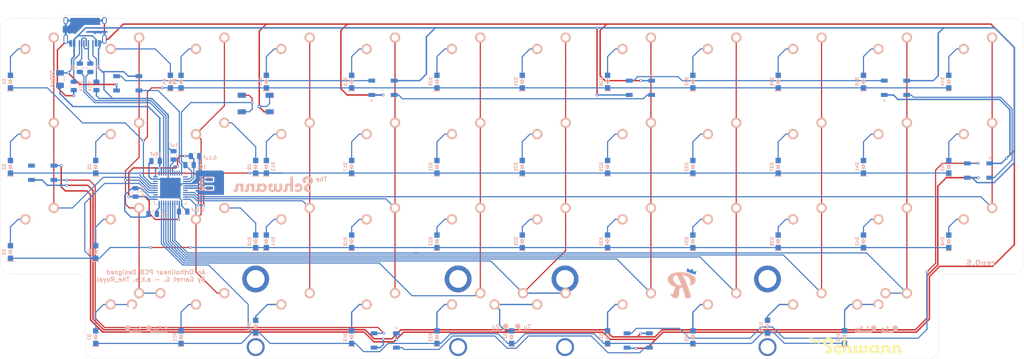
<source format=kicad_pcb>
(kicad_pcb (version 20171130) (host pcbnew "(5.1.2)-2")
  (layers (0 F.Cu signal) (31 B.Cu signal) (34 B.Paste user) (35 F.Paste user) (36 B.SilkS user) (37 F.SilkS user) (38 B.Mask user) (39 F.Mask user) (44 Edge.Cuts user))
  (net 0 "")
  (net 1 GND)
  (net 2 "Net-(C3-Pad1)")
  (net 3 +5V)
  (net 4 row1)
  (net 5 "Net-(D1-Pad2)")
  (net 6 "Net-(D2-Pad2)")
  (net 7 row2)
  (net 8 "Net-(D3-Pad2)")
  (net 9 row3)
  (net 10 "Net-(D4-Pad2)")
  (net 11 "Net-(D5-Pad2)")
  (net 12 "Net-(D6-Pad2)")
  (net 13 "Net-(D7-Pad2)")
  (net 14 row4)
  (net 15 "Net-(D8-Pad2)")
  (net 16 "Net-(D9-Pad2)")
  (net 17 "Net-(D10-Pad2)")
  (net 18 "Net-(D11-Pad2)")
  (net 19 "Net-(D12-Pad2)")
  (net 20 "Net-(D13-Pad2)")
  (net 21 "Net-(D14-Pad2)")
  (net 22 "Net-(D15-Pad2)")
  (net 23 "Net-(D16-Pad2)")
  (net 24 "Net-(D17-Pad2)")
  (net 25 "Net-(D18-Pad2)")
  (net 26 "Net-(D19-Pad2)")
  (net 27 "Net-(D20-Pad2)")
  (net 28 "Net-(D21-Pad2)")
  (net 29 "Net-(D22-Pad2)")
  (net 30 "Net-(D23-Pad2)")
  (net 31 "Net-(D24-Pad2)")
  (net 32 "Net-(D25-Pad2)")
  (net 33 "Net-(D26-Pad2)")
  (net 34 "Net-(D27-Pad2)")
  (net 35 "Net-(D28-Pad2)")
  (net 36 "Net-(D29-Pad2)")
  (net 37 "Net-(D30-Pad2)")
  (net 38 "Net-(D31-Pad2)")
  (net 39 "Net-(D32-Pad2)")
  (net 40 "Net-(D33-Pad2)")
  (net 41 "Net-(D34-Pad2)")
  (net 42 "Net-(D35-Pad2)")
  (net 43 "Net-(D36-Pad2)")
  (net 44 "Net-(D37-Pad2)")
  (net 45 "Net-(D38-Pad2)")
  (net 46 "Net-(D39-Pad2)")
  (net 47 "Net-(D40-Pad2)")
  (net 48 "Net-(D41-Pad2)")
  (net 49 "Net-(D42-Pad2)")
  (net 50 "Net-(D43-Pad2)")
  (net 51 "Net-(D44-Pad2)")
  (net 52 "Net-(D45-Pad2)")
  (net 53 "Net-(D46-Pad2)")
  (net 54 VCC)
  (net 55 "Net-(MCU1-Pad3)")
  (net 56 "Net-(MCU1-Pad4)")
  (net 57 "Net-(MCU1-Pad13)")
  (net 58 "Net-(MCU1-Pad33)")
  (net 59 "Net-(MCU1-Pad42)")
  (net 60 col1)
  (net 61 col2)
  (net 62 col3)
  (net 63 col4)
  (net 64 col5)
  (net 65 col6)
  (net 66 col7)
  (net 67 col8)
  (net 68 col9)
  (net 69 col10)
  (net 70 col11)
  (net 71 col12)
  (net 72 D+)
  (net 73 D-)
  (net 74 "Net-(R5-Pad1)")
  (net 75 "Net-(R6-Pad1)")
  (net 76 RGB)
  (net 77 "Net-(Cystal1-Pad3)")
  (net 78 "Net-(Cystal1-Pad1)")
  (net 79 "Net-(RGB1-Pad2)")
  (net 80 "Net-(RGB2-Pad2)")
  (net 81 "Net-(RGB3-Pad2)")
  (net 82 "Net-(RGB4-Pad2)")
  (net 83 "Net-(RGB5-Pad2)")
  (net 84 "Net-(RGB7-Pad2)")
  (net 85 "Net-(RGB10-Pad4)")
  (net 86 "Net-(RGB10-Pad2)")
  (net 87 EXTRA_F7)
  (net 88 EXTRA_E6)
  (net 89 EXTRA_D4)
  (net 90 EXTRA_D0)
  (net 91 EXTRA_B7)
  (net 92 EXTRA_B1)
  (net 93 EXTRA_B0)
  (net 94 EXTRA_B2)
  (module random-keyboard-parts:SKQG-1155865 (layer B.Cu) (at 91.80625 90.18125)
    (fp_text reference Rst1 hide)
    (fp_text value SW_PUSH)
    (pad 4 smd rect (at -3.1 -1.85) (size 1.8 1.1) (layers B.Cu B.Paste B.Mask))
    (pad 3 smd rect (at 3.1 1.85) (size 1.8 1.1) (layers B.Cu B.Paste B.Mask))
    (pad 2 smd rect (at -3.1 1.85) (size 1.8 1.1) (layers B.Cu B.Paste B.Mask) (net 57 "Net-(MCU1-Pad13)"))
    (pad 1 smd rect (at 3.1 -1.85) (size 1.8 1.1) (layers B.Cu B.Paste B.Mask) (net 1 GND))
  )
  (module "The_Royal Docs and Files:WS2812B" (layer B.Cu) (at 120.73125 143.16875 270)
    (fp_text reference RGB8 hide)
    (fp_text value WS2812B hide)
    (pad 4 smd rect (at 1.6002 -2.49936 270) (size 0.89916 1.50114) (layers B.Cu B.Paste B.Mask) (net 84 "Net-(RGB7-Pad2)"))
    (pad 3 smd rect (at -1.6002 -2.49936 270) (size 0.89916 1.50114) (layers B.Cu B.Paste B.Mask) (net 1 GND))
    (pad 2 smd rect (at -1.6002 2.49936 270) (size 0.89916 1.50114) (layers B.Cu B.Paste B.Mask) (net 85 "Net-(RGB10-Pad4)"))
    (pad 1 smd rect (at 1.6002 2.49936 270) (size 0.89916 1.50114) (layers B.Cu B.Paste B.Mask) (net 54 VCC))
  )
  (module "The_Royal Docs and Files:WS2812B" (layer B.Cu) (at 177.73125 86.66875 270)
    (fp_text reference RGB3 hide)
    (fp_text value WS2812B hide)
    (pad 4 smd rect (at 1.6002 -2.49936 270) (size 0.89916 1.50114) (layers B.Cu B.Paste B.Mask) (net 80 "Net-(RGB2-Pad2)"))
    (pad 3 smd rect (at -1.6002 -2.49936 270) (size 0.89916 1.50114) (layers B.Cu B.Paste B.Mask) (net 1 GND))
    (pad 2 smd rect (at -1.6002 2.49936 270) (size 0.89916 1.50114) (layers B.Cu B.Paste B.Mask) (net 81 "Net-(RGB3-Pad2)"))
    (pad 1 smd rect (at 1.6002 2.49936 270) (size 0.89916 1.50114) (layers B.Cu B.Paste B.Mask) (net 54 VCC))
  )
  (module "The_Royal Docs and Files:WS2812B" (layer B.Cu) (at 44.23125 105.66875 270)
    (fp_text reference RGB10 hide)
    (fp_text value WS2812B hide)
    (pad 1 smd rect (at 1.6002 2.49936 270) (size 0.89916 1.50114) (layers B.Cu B.Paste B.Mask) (net 54 VCC))
    (pad 2 smd rect (at -1.6002 2.49936 270) (size 0.89916 1.50114) (layers B.Cu B.Paste B.Mask) (net 86 "Net-(RGB10-Pad2)"))
    (pad 3 smd rect (at -1.6002 -2.49936 270) (size 0.89916 1.50114) (layers B.Cu B.Paste B.Mask) (net 1 GND))
    (pad 4 smd rect (at 1.6002 -2.49936 270) (size 0.89916 1.50114) (layers B.Cu B.Paste B.Mask) (net 85 "Net-(RGB10-Pad4)"))
  )
  (module "The_Royal Docs and Files:WS2812B" (layer B.Cu) (at 177.23125 143.16875 90)
    (fp_text reference RGB7 hide)
    (fp_text value WS2812B hide)
    (pad 4 smd rect (at 1.6002 -2.49936 90) (size 0.89916 1.50114) (layers B.Cu B.Paste B.Mask) (net 83 "Net-(RGB5-Pad2)"))
    (pad 3 smd rect (at -1.6002 -2.49936 90) (size 0.89916 1.50114) (layers B.Cu B.Paste B.Mask) (net 1 GND))
    (pad 2 smd rect (at -1.6002 2.49936 90) (size 0.89916 1.50114) (layers B.Cu B.Paste B.Mask) (net 84 "Net-(RGB7-Pad2)"))
    (pad 1 smd rect (at 1.6002 2.49936 90) (size 0.89916 1.50114) (layers B.Cu B.Paste B.Mask) (net 54 VCC))
  )
  (module "The_Royal Docs and Files:WS2812B" (layer B.Cu) (at 253.23125 105.16875 270)
    (fp_text reference RGB5 hide)
    (fp_text value WS2812B hide)
    (pad 4 smd rect (at 1.6002 -2.49936 270) (size 0.89916 1.50114) (layers B.Cu B.Paste B.Mask) (net 82 "Net-(RGB4-Pad2)"))
    (pad 3 smd rect (at -1.6002 -2.49936 270) (size 0.89916 1.50114) (layers B.Cu B.Paste B.Mask) (net 1 GND))
    (pad 2 smd rect (at -1.6002 2.49936 270) (size 0.89916 1.50114) (layers B.Cu B.Paste B.Mask) (net 83 "Net-(RGB5-Pad2)"))
    (pad 1 smd rect (at 1.6002 2.49936 270) (size 0.89916 1.50114) (layers B.Cu B.Paste B.Mask) (net 54 VCC))
  )
  (module "The_Royal Docs and Files:WS2812B" (layer B.Cu) (at 234.68125 86.66875 90)
    (fp_text reference RGB4 hide)
    (fp_text value WS2812B hide)
    (pad 4 smd rect (at 1.6002 -2.49936 90) (size 0.89916 1.50114) (layers B.Cu B.Paste B.Mask) (net 81 "Net-(RGB3-Pad2)"))
    (pad 3 smd rect (at -1.6002 -2.49936 90) (size 0.89916 1.50114) (layers B.Cu B.Paste B.Mask) (net 1 GND))
    (pad 2 smd rect (at -1.6002 2.49936 90) (size 0.89916 1.50114) (layers B.Cu B.Paste B.Mask) (net 82 "Net-(RGB4-Pad2)"))
    (pad 1 smd rect (at 1.6002 2.49936 90) (size 0.89916 1.50114) (layers B.Cu B.Paste B.Mask) (net 54 VCC))
  )
  (module "The_Royal Docs and Files:WS2812B" (layer B.Cu) (at 120.23125 86.66875 90)
    (fp_text reference RGB2 hide)
    (fp_text value WS2812B hide)
    (pad 4 smd rect (at 1.6002 -2.49936 90) (size 0.89916 1.50114) (layers B.Cu B.Paste B.Mask) (net 79 "Net-(RGB1-Pad2)"))
    (pad 3 smd rect (at -1.6002 -2.49936 90) (size 0.89916 1.50114) (layers B.Cu B.Paste B.Mask) (net 1 GND))
    (pad 2 smd rect (at -1.6002 2.49936 90) (size 0.89916 1.50114) (layers B.Cu B.Paste B.Mask) (net 80 "Net-(RGB2-Pad2)"))
    (pad 1 smd rect (at 1.6002 2.49936 90) (size 0.89916 1.50114) (layers B.Cu B.Paste B.Mask) (net 54 VCC))
  )
  (module "The_Royal Docs and Files:WS2812B" (layer B.Cu) (at 63.23125 85.66875 270)
    (fp_text reference RGB1 hide)
    (fp_text value WS2812B hide)
    (pad 4 smd rect (at 1.6002 -2.49936 270) (size 0.89916 1.50114) (layers B.Cu B.Paste B.Mask) (net 76 RGB))
    (pad 3 smd rect (at -1.6002 -2.49936 270) (size 0.89916 1.50114) (layers B.Cu B.Paste B.Mask) (net 1 GND))
    (pad 2 smd rect (at -1.6002 2.49936 270) (size 0.89916 1.50114) (layers B.Cu B.Paste B.Mask) (net 79 "Net-(RGB1-Pad2)"))
    (pad 1 smd rect (at 1.6002 2.49936 270) (size 0.89916 1.50114) (layers B.Cu B.Paste B.Mask) (net 54 VCC))
  )
  (module "The_Royal Docs and Files:rev5" (layer B.Cu) (at 253.73125 125.7625 180)
    (fp_text reference G*** hide)
    (fp_text value LOGO hide)
  )
  (module Type-C:HRO-TYPE-C-31-M-12 (layer B.Cu) (at 53.70625 69.03125)
    (fp_text reference USB1 hide)
    (fp_text value HRO-TYPE-C-31-M-12)
    (pad 12 smd rect (at 3.225 7.695) (size 0.6 1.45) (layers B.Cu B.Paste B.Mask) (net 1 GND))
    (pad 1 smd rect (at -3.225 7.695) (size 0.6 1.45) (layers B.Cu B.Paste B.Mask) (net 1 GND))
    (pad 11 smd rect (at 2.45 7.695) (size 0.6 1.45) (layers B.Cu B.Paste B.Mask) (net 54 VCC))
    (pad 2 smd rect (at -2.45 7.695) (size 0.6 1.45) (layers B.Cu B.Paste B.Mask) (net 54 VCC))
    (pad 10 smd rect (at 1.75 7.695) (size 0.3 1.45) (layers B.Cu B.Paste B.Mask) (net 74 "Net-(R5-Pad1)"))
    (pad 4 smd rect (at -1.25 7.695) (size 0.3 1.45) (layers B.Cu B.Paste B.Mask) (net 75 "Net-(R6-Pad1)"))
    (pad 5 smd rect (at -0.75 7.695) (size 0.3 1.45) (layers B.Cu B.Paste B.Mask) (net 73 D-))
    (pad 8 smd rect (at 0.75 7.695) (size 0.3 1.45) (layers B.Cu B.Paste B.Mask) (net 72 D+))
    (pad 7 smd rect (at 0.25 7.695) (size 0.3 1.45) (layers B.Cu B.Paste B.Mask) (net 73 D-))
    (pad 6 smd rect (at -0.25 7.695) (size 0.3 1.45) (layers B.Cu B.Paste B.Mask) (net 72 D+))
    (pad "" np_thru_hole circle (at 2.89 6.25) (size 0.65 0.65) (drill 0.65) (layers *.Cu *.Mask))
    (pad "" np_thru_hole circle (at -2.89 6.25) (size 0.65 0.65) (drill 0.65) (layers *.Cu *.Mask))
    (pad 13 thru_hole oval (at -4.32 6.78) (size 1 2.1) (drill oval 0.6 1.7) (layers *.Cu F.Mask) (net 1 GND))
    (pad 13 thru_hole oval (at 4.32 6.78) (size 1 2.1) (drill oval 0.6 1.7) (layers *.Cu F.Mask) (net 1 GND))
    (pad 13 thru_hole oval (at -4.32 2.6) (size 1 1.6) (drill oval 0.6 1.2) (layers *.Cu F.Mask) (net 1 GND))
    (pad 13 thru_hole oval (at 4.32 2.6) (size 1 1.6) (drill oval 0.6 1.2) (layers *.Cu F.Mask) (net 1 GND))
  )
  (module "The_Royal Docs and Files:Schwann New Logo" (layer F.Cu) (at 227.39125 144.31875)
    (fp_text reference G*** hide)
    (fp_text value LOGO hide)
  )
  (module Keebio-Parts:MX_PCB_100H_SIMPLE_NOSILK (layer F.Cu) (at 148.95625 137.66875)
    (fp_text reference MX_7u1 hide)
    (fp_text value MX-NoLED hide)
    (pad 1 thru_hole circle (at 2.54 -5.08) (size 2.286 2.286) (drill 1.4986) (layers *.Cu *.SilkS *.Mask) (net 66 col7))
    (pad 2 thru_hole circle (at -3.81 -2.54) (size 2.286 2.286) (drill 1.4986) (layers *.Cu *.SilkS *.Mask) (net 34 "Net-(D27-Pad2)"))
    (pad HOLE np_thru_hole circle (at 0 0) (size 3.9878 3.9878) (drill 3.9878) (layers *.Cu))
    (pad HOLE np_thru_hole circle (at -5.08 0) (size 1.8 1.8) (drill 1.8) (layers *.Cu))
    (pad HOLE np_thru_hole circle (at 5.08 0) (size 1.8 1.8) (drill 1.8) (layers *.Cu))
  )
  (module Keebio-Parts:MX_PCB_100H_SIMPLE_NOSILK (layer F.Cu) (at 215.63125 137.66875)
    (fp_text reference MX45 hide)
    (fp_text value MX-NoLED hide)
    (pad HOLE np_thru_hole circle (at 5.08 0) (size 1.8 1.8) (drill 1.8) (layers *.Cu))
    (pad HOLE np_thru_hole circle (at -5.08 0) (size 1.8 1.8) (drill 1.8) (layers *.Cu))
    (pad HOLE np_thru_hole circle (at 0 0) (size 3.9878 3.9878) (drill 3.9878) (layers *.Cu))
    (pad 2 thru_hole circle (at -3.81 -2.54) (size 2.286 2.286) (drill 1.4986) (layers *.Cu *.SilkS *.Mask) (net 46 "Net-(D39-Pad2)"))
    (pad 1 thru_hole circle (at 2.54 -5.08) (size 2.286 2.286) (drill 1.4986) (layers *.Cu *.SilkS *.Mask) (net 69 col10))
  )
  (module Keebio-Parts:MX_PCB_100H_SIMPLE_NOSILK (layer F.Cu) (at 196.58125 137.66875)
    (fp_text reference MX44 hide)
    (fp_text value MX-NoLED hide)
    (pad 1 thru_hole circle (at 2.54 -5.08) (size 2.286 2.286) (drill 1.4986) (layers *.Cu *.SilkS *.Mask) (net 68 col9))
    (pad 2 thru_hole circle (at -3.81 -2.54) (size 2.286 2.286) (drill 1.4986) (layers *.Cu *.SilkS *.Mask) (net 42 "Net-(D35-Pad2)"))
    (pad HOLE np_thru_hole circle (at 0 0) (size 3.9878 3.9878) (drill 3.9878) (layers *.Cu))
    (pad HOLE np_thru_hole circle (at -5.08 0) (size 1.8 1.8) (drill 1.8) (layers *.Cu))
    (pad HOLE np_thru_hole circle (at 5.08 0) (size 1.8 1.8) (drill 1.8) (layers *.Cu))
  )
  (module Keebio-Parts:MX_PCB_100H_SIMPLE_NOSILK (layer F.Cu) (at 177.53125 137.66875)
    (fp_text reference MX43 hide)
    (fp_text value MX-NoLED hide)
    (pad HOLE np_thru_hole circle (at 5.08 0) (size 1.8 1.8) (drill 1.8) (layers *.Cu))
    (pad HOLE np_thru_hole circle (at -5.08 0) (size 1.8 1.8) (drill 1.8) (layers *.Cu))
    (pad HOLE np_thru_hole circle (at 0 0) (size 3.9878 3.9878) (drill 3.9878) (layers *.Cu))
    (pad 2 thru_hole circle (at -3.81 -2.54) (size 2.286 2.286) (drill 1.4986) (layers *.Cu *.SilkS *.Mask) (net 38 "Net-(D31-Pad2)"))
    (pad 1 thru_hole circle (at 2.54 -5.08) (size 2.286 2.286) (drill 1.4986) (layers *.Cu *.SilkS *.Mask) (net 67 col8))
  )
  (module Keebio-Parts:MX_PCB_100H_SIMPLE_NOSILK (layer F.Cu) (at 158.48125 137.66875)
    (fp_text reference MX42 hide)
    (fp_text value MX-NoLED hide)
    (pad 1 thru_hole circle (at 2.54 -5.08) (size 2.286 2.286) (drill 1.4986) (layers *.Cu *.SilkS *.Mask) (net 66 col7))
    (pad 2 thru_hole circle (at -3.81 -2.54) (size 2.286 2.286) (drill 1.4986) (layers *.Cu *.SilkS *.Mask) (net 34 "Net-(D27-Pad2)"))
    (pad HOLE np_thru_hole circle (at 0 0) (size 3.9878 3.9878) (drill 3.9878) (layers *.Cu))
    (pad HOLE np_thru_hole circle (at -5.08 0) (size 1.8 1.8) (drill 1.8) (layers *.Cu))
    (pad HOLE np_thru_hole circle (at 5.08 0) (size 1.8 1.8) (drill 1.8) (layers *.Cu))
  )
  (module Keebio-Parts:MX_PCB_100H_SIMPLE_NOSILK (layer F.Cu) (at 139.43125 137.66875)
    (fp_text reference MX41 hide)
    (fp_text value MX-NoLED hide)
    (pad HOLE np_thru_hole circle (at 5.08 0) (size 1.8 1.8) (drill 1.8) (layers *.Cu))
    (pad HOLE np_thru_hole circle (at -5.08 0) (size 1.8 1.8) (drill 1.8) (layers *.Cu))
    (pad HOLE np_thru_hole circle (at 0 0) (size 3.9878 3.9878) (drill 3.9878) (layers *.Cu))
    (pad 2 thru_hole circle (at -3.81 -2.54) (size 2.286 2.286) (drill 1.4986) (layers *.Cu *.SilkS *.Mask) (net 30 "Net-(D23-Pad2)"))
    (pad 1 thru_hole circle (at 2.54 -5.08) (size 2.286 2.286) (drill 1.4986) (layers *.Cu *.SilkS *.Mask) (net 65 col6))
  )
  (module Keebio-Parts:MX_PCB_100H_SIMPLE_NOSILK (layer F.Cu) (at 120.38125 137.66875)
    (fp_text reference MX40 hide)
    (fp_text value MX-NoLED hide)
    (pad 1 thru_hole circle (at 2.54 -5.08) (size 2.286 2.286) (drill 1.4986) (layers *.Cu *.SilkS *.Mask) (net 64 col5))
    (pad 2 thru_hole circle (at -3.81 -2.54) (size 2.286 2.286) (drill 1.4986) (layers *.Cu *.SilkS *.Mask) (net 26 "Net-(D19-Pad2)"))
    (pad HOLE np_thru_hole circle (at 0 0) (size 3.9878 3.9878) (drill 3.9878) (layers *.Cu))
    (pad HOLE np_thru_hole circle (at -5.08 0) (size 1.8 1.8) (drill 1.8) (layers *.Cu))
    (pad HOLE np_thru_hole circle (at 5.08 0) (size 1.8 1.8) (drill 1.8) (layers *.Cu))
  )
  (module Keebio-Parts:MX_PCB_100H_SIMPLE_NOSILK (layer F.Cu) (at 101.33125 137.66875)
    (fp_text reference MX39 hide)
    (fp_text value MX-NoLED hide)
    (pad HOLE np_thru_hole circle (at 5.08 0) (size 1.8 1.8) (drill 1.8) (layers *.Cu))
    (pad HOLE np_thru_hole circle (at -5.08 0) (size 1.8 1.8) (drill 1.8) (layers *.Cu))
    (pad HOLE np_thru_hole circle (at 0 0) (size 3.9878 3.9878) (drill 3.9878) (layers *.Cu))
    (pad 2 thru_hole circle (at -3.81 -2.54) (size 2.286 2.286) (drill 1.4986) (layers *.Cu *.SilkS *.Mask) (net 22 "Net-(D15-Pad2)"))
    (pad 1 thru_hole circle (at 2.54 -5.08) (size 2.286 2.286) (drill 1.4986) (layers *.Cu *.SilkS *.Mask) (net 63 col4))
  )
  (module Keebio-Parts:MX_PCB_100H_SIMPLE_NOSILK (layer F.Cu) (at 82.28125 137.66875)
    (fp_text reference MX38 hide)
    (fp_text value MX-NoLED hide)
    (pad 1 thru_hole circle (at 2.54 -5.08) (size 2.286 2.286) (drill 1.4986) (layers *.Cu *.SilkS *.Mask) (net 62 col3))
    (pad 2 thru_hole circle (at -3.81 -2.54) (size 2.286 2.286) (drill 1.4986) (layers *.Cu *.SilkS *.Mask) (net 18 "Net-(D11-Pad2)"))
    (pad HOLE np_thru_hole circle (at 0 0) (size 3.9878 3.9878) (drill 3.9878) (layers *.Cu))
    (pad HOLE np_thru_hole circle (at -5.08 0) (size 1.8 1.8) (drill 1.8) (layers *.Cu))
    (pad HOLE np_thru_hole circle (at 5.08 0) (size 1.8 1.8) (drill 1.8) (layers *.Cu))
  )
  (module Keebio-Parts:MX_PCB_100H_SIMPLE_NOSILK (layer F.Cu) (at 63.23125 137.66875)
    (fp_text reference MX37 hide)
    (fp_text value MX-NoLED hide)
    (pad HOLE np_thru_hole circle (at 5.08 0) (size 1.8 1.8) (drill 1.8) (layers *.Cu))
    (pad HOLE np_thru_hole circle (at -5.08 0) (size 1.8 1.8) (drill 1.8) (layers *.Cu))
    (pad HOLE np_thru_hole circle (at 0 0) (size 3.9878 3.9878) (drill 3.9878) (layers *.Cu))
    (pad 2 thru_hole circle (at -3.81 -2.54) (size 2.286 2.286) (drill 1.4986) (layers *.Cu *.SilkS *.Mask) (net 13 "Net-(D7-Pad2)"))
    (pad 1 thru_hole circle (at 2.54 -5.08) (size 2.286 2.286) (drill 1.4986) (layers *.Cu *.SilkS *.Mask) (net 61 col2))
  )
  (module Keebio-Parts:MX_PCB_100H_SIMPLE_NOSILK (layer F.Cu) (at 253.73125 118.61875)
    (fp_text reference MX36 hide)
    (fp_text value MX-NoLED hide)
    (pad 1 thru_hole circle (at 2.54 -5.08) (size 2.286 2.286) (drill 1.4986) (layers *.Cu *.SilkS *.Mask) (net 71 col12))
    (pad 2 thru_hole circle (at -3.81 -2.54) (size 2.286 2.286) (drill 1.4986) (layers *.Cu *.SilkS *.Mask) (net 53 "Net-(D46-Pad2)"))
    (pad HOLE np_thru_hole circle (at 0 0) (size 3.9878 3.9878) (drill 3.9878) (layers *.Cu))
    (pad HOLE np_thru_hole circle (at -5.08 0) (size 1.8 1.8) (drill 1.8) (layers *.Cu))
    (pad HOLE np_thru_hole circle (at 5.08 0) (size 1.8 1.8) (drill 1.8) (layers *.Cu))
  )
  (module Keebio-Parts:MX_PCB_100H_SIMPLE_NOSILK (layer F.Cu) (at 234.68125 118.61875)
    (fp_text reference MX35 hide)
    (fp_text value MX-NoLED hide)
    (pad HOLE np_thru_hole circle (at 5.08 0) (size 1.8 1.8) (drill 1.8) (layers *.Cu))
    (pad HOLE np_thru_hole circle (at -5.08 0) (size 1.8 1.8) (drill 1.8) (layers *.Cu))
    (pad HOLE np_thru_hole circle (at 0 0) (size 3.9878 3.9878) (drill 3.9878) (layers *.Cu))
    (pad 2 thru_hole circle (at -3.81 -2.54) (size 2.286 2.286) (drill 1.4986) (layers *.Cu *.SilkS *.Mask) (net 49 "Net-(D42-Pad2)"))
    (pad 1 thru_hole circle (at 2.54 -5.08) (size 2.286 2.286) (drill 1.4986) (layers *.Cu *.SilkS *.Mask) (net 70 col11))
  )
  (module Keebio-Parts:MX_PCB_100H_SIMPLE_NOSILK (layer F.Cu) (at 215.63125 118.61875)
    (fp_text reference MX34 hide)
    (fp_text value MX-NoLED hide)
    (pad HOLE np_thru_hole circle (at 5.08 0) (size 1.8 1.8) (drill 1.8) (layers *.Cu))
    (pad HOLE np_thru_hole circle (at -5.08 0) (size 1.8 1.8) (drill 1.8) (layers *.Cu))
    (pad HOLE np_thru_hole circle (at 0 0) (size 3.9878 3.9878) (drill 3.9878) (layers *.Cu))
    (pad 2 thru_hole circle (at -3.81 -2.54) (size 2.286 2.286) (drill 1.4986) (layers *.Cu *.SilkS *.Mask) (net 45 "Net-(D38-Pad2)"))
    (pad 1 thru_hole circle (at 2.54 -5.08) (size 2.286 2.286) (drill 1.4986) (layers *.Cu *.SilkS *.Mask) (net 69 col10))
  )
  (module Keebio-Parts:MX_PCB_100H_SIMPLE_NOSILK (layer F.Cu) (at 196.58125 118.61875)
    (fp_text reference MX33 hide)
    (fp_text value MX-NoLED hide)
    (pad HOLE np_thru_hole circle (at 5.08 0) (size 1.8 1.8) (drill 1.8) (layers *.Cu))
    (pad HOLE np_thru_hole circle (at -5.08 0) (size 1.8 1.8) (drill 1.8) (layers *.Cu))
    (pad HOLE np_thru_hole circle (at 0 0) (size 3.9878 3.9878) (drill 3.9878) (layers *.Cu))
    (pad 2 thru_hole circle (at -3.81 -2.54) (size 2.286 2.286) (drill 1.4986) (layers *.Cu *.SilkS *.Mask) (net 41 "Net-(D34-Pad2)"))
    (pad 1 thru_hole circle (at 2.54 -5.08) (size 2.286 2.286) (drill 1.4986) (layers *.Cu *.SilkS *.Mask) (net 68 col9))
  )
  (module Keebio-Parts:MX_PCB_100H_SIMPLE_NOSILK (layer F.Cu) (at 177.53125 118.61875)
    (fp_text reference MX32 hide)
    (fp_text value MX-NoLED hide)
    (pad 1 thru_hole circle (at 2.54 -5.08) (size 2.286 2.286) (drill 1.4986) (layers *.Cu *.SilkS *.Mask) (net 67 col8))
    (pad 2 thru_hole circle (at -3.81 -2.54) (size 2.286 2.286) (drill 1.4986) (layers *.Cu *.SilkS *.Mask) (net 37 "Net-(D30-Pad2)"))
    (pad HOLE np_thru_hole circle (at 0 0) (size 3.9878 3.9878) (drill 3.9878) (layers *.Cu))
    (pad HOLE np_thru_hole circle (at -5.08 0) (size 1.8 1.8) (drill 1.8) (layers *.Cu))
    (pad HOLE np_thru_hole circle (at 5.08 0) (size 1.8 1.8) (drill 1.8) (layers *.Cu))
  )
  (module Keebio-Parts:MX_PCB_100H_SIMPLE_NOSILK (layer F.Cu) (at 158.48125 118.61875)
    (fp_text reference MX31 hide)
    (fp_text value MX-NoLED hide)
    (pad HOLE np_thru_hole circle (at 5.08 0) (size 1.8 1.8) (drill 1.8) (layers *.Cu))
    (pad HOLE np_thru_hole circle (at -5.08 0) (size 1.8 1.8) (drill 1.8) (layers *.Cu))
    (pad HOLE np_thru_hole circle (at 0 0) (size 3.9878 3.9878) (drill 3.9878) (layers *.Cu))
    (pad 2 thru_hole circle (at -3.81 -2.54) (size 2.286 2.286) (drill 1.4986) (layers *.Cu *.SilkS *.Mask) (net 33 "Net-(D26-Pad2)"))
    (pad 1 thru_hole circle (at 2.54 -5.08) (size 2.286 2.286) (drill 1.4986) (layers *.Cu *.SilkS *.Mask) (net 66 col7))
  )
  (module Keebio-Parts:MX_PCB_100H_SIMPLE_NOSILK (layer F.Cu) (at 139.43125 118.61875)
    (fp_text reference MX30 hide)
    (fp_text value MX-NoLED hide)
    (pad 1 thru_hole circle (at 2.54 -5.08) (size 2.286 2.286) (drill 1.4986) (layers *.Cu *.SilkS *.Mask) (net 65 col6))
    (pad 2 thru_hole circle (at -3.81 -2.54) (size 2.286 2.286) (drill 1.4986) (layers *.Cu *.SilkS *.Mask) (net 29 "Net-(D22-Pad2)"))
    (pad HOLE np_thru_hole circle (at 0 0) (size 3.9878 3.9878) (drill 3.9878) (layers *.Cu))
    (pad HOLE np_thru_hole circle (at -5.08 0) (size 1.8 1.8) (drill 1.8) (layers *.Cu))
    (pad HOLE np_thru_hole circle (at 5.08 0) (size 1.8 1.8) (drill 1.8) (layers *.Cu))
  )
  (module Keebio-Parts:MX_PCB_100H_SIMPLE_NOSILK (layer F.Cu) (at 120.38125 118.61875)
    (fp_text reference MX29 hide)
    (fp_text value MX-NoLED hide)
    (pad 1 thru_hole circle (at 2.54 -5.08) (size 2.286 2.286) (drill 1.4986) (layers *.Cu *.SilkS *.Mask) (net 64 col5))
    (pad 2 thru_hole circle (at -3.81 -2.54) (size 2.286 2.286) (drill 1.4986) (layers *.Cu *.SilkS *.Mask) (net 25 "Net-(D18-Pad2)"))
    (pad HOLE np_thru_hole circle (at 0 0) (size 3.9878 3.9878) (drill 3.9878) (layers *.Cu))
    (pad HOLE np_thru_hole circle (at -5.08 0) (size 1.8 1.8) (drill 1.8) (layers *.Cu))
    (pad HOLE np_thru_hole circle (at 5.08 0) (size 1.8 1.8) (drill 1.8) (layers *.Cu))
  )
  (module Keebio-Parts:MX_PCB_100H_SIMPLE_NOSILK (layer F.Cu) (at 101.33125 118.61875)
    (fp_text reference MX28 hide)
    (fp_text value MX-NoLED hide)
    (pad 1 thru_hole circle (at 2.54 -5.08) (size 2.286 2.286) (drill 1.4986) (layers *.Cu *.SilkS *.Mask) (net 63 col4))
    (pad 2 thru_hole circle (at -3.81 -2.54) (size 2.286 2.286) (drill 1.4986) (layers *.Cu *.SilkS *.Mask) (net 21 "Net-(D14-Pad2)"))
    (pad HOLE np_thru_hole circle (at 0 0) (size 3.9878 3.9878) (drill 3.9878) (layers *.Cu))
    (pad HOLE np_thru_hole circle (at -5.08 0) (size 1.8 1.8) (drill 1.8) (layers *.Cu))
    (pad HOLE np_thru_hole circle (at 5.08 0) (size 1.8 1.8) (drill 1.8) (layers *.Cu))
  )
  (module Keebio-Parts:MX_PCB_100H_SIMPLE_NOSILK (layer F.Cu) (at 82.28125 118.61875)
    (fp_text reference MX27 hide)
    (fp_text value MX-NoLED hide)
    (pad HOLE np_thru_hole circle (at 5.08 0) (size 1.8 1.8) (drill 1.8) (layers *.Cu))
    (pad HOLE np_thru_hole circle (at -5.08 0) (size 1.8 1.8) (drill 1.8) (layers *.Cu))
    (pad HOLE np_thru_hole circle (at 0 0) (size 3.9878 3.9878) (drill 3.9878) (layers *.Cu))
    (pad 2 thru_hole circle (at -3.81 -2.54) (size 2.286 2.286) (drill 1.4986) (layers *.Cu *.SilkS *.Mask) (net 62 col3))
    (pad 1 thru_hole circle (at 2.54 -5.08) (size 2.286 2.286) (drill 1.4986) (layers *.Cu *.SilkS *.Mask) (net 17 "Net-(D10-Pad2)"))
  )
  (module Keebio-Parts:MX_PCB_100H_SIMPLE_NOSILK (layer F.Cu) (at 44.18125 118.61875)
    (fp_text reference MX25 hide)
    (fp_text value MX-NoLED hide)
    (pad 1 thru_hole circle (at 2.54 -5.08) (size 2.286 2.286) (drill 1.4986) (layers *.Cu *.SilkS *.Mask) (net 60 col1))
    (pad 2 thru_hole circle (at -3.81 -2.54) (size 2.286 2.286) (drill 1.4986) (layers *.Cu *.SilkS *.Mask) (net 8 "Net-(D3-Pad2)"))
    (pad HOLE np_thru_hole circle (at 0 0) (size 3.9878 3.9878) (drill 3.9878) (layers *.Cu))
    (pad HOLE np_thru_hole circle (at -5.08 0) (size 1.8 1.8) (drill 1.8) (layers *.Cu))
    (pad HOLE np_thru_hole circle (at 5.08 0) (size 1.8 1.8) (drill 1.8) (layers *.Cu))
  )
  (module Keebio-Parts:MX_PCB_100H_SIMPLE_NOSILK (layer F.Cu) (at 253.73125 99.56875)
    (fp_text reference MX24 hide)
    (fp_text value MX-NoLED hide)
    (pad HOLE np_thru_hole circle (at 5.08 0) (size 1.8 1.8) (drill 1.8) (layers *.Cu))
    (pad HOLE np_thru_hole circle (at -5.08 0) (size 1.8 1.8) (drill 1.8) (layers *.Cu))
    (pad HOLE np_thru_hole circle (at 0 0) (size 3.9878 3.9878) (drill 3.9878) (layers *.Cu))
    (pad 2 thru_hole circle (at -3.81 -2.54) (size 2.286 2.286) (drill 1.4986) (layers *.Cu *.SilkS *.Mask) (net 52 "Net-(D45-Pad2)"))
    (pad 1 thru_hole circle (at 2.54 -5.08) (size 2.286 2.286) (drill 1.4986) (layers *.Cu *.SilkS *.Mask) (net 71 col12))
  )
  (module Keebio-Parts:MX_PCB_100H_SIMPLE_NOSILK (layer F.Cu) (at 234.68125 99.56875)
    (fp_text reference MX23 hide)
    (fp_text value MX-NoLED hide)
    (pad 1 thru_hole circle (at 2.54 -5.08) (size 2.286 2.286) (drill 1.4986) (layers *.Cu *.SilkS *.Mask) (net 70 col11))
    (pad 2 thru_hole circle (at -3.81 -2.54) (size 2.286 2.286) (drill 1.4986) (layers *.Cu *.SilkS *.Mask) (net 48 "Net-(D41-Pad2)"))
    (pad HOLE np_thru_hole circle (at 0 0) (size 3.9878 3.9878) (drill 3.9878) (layers *.Cu))
    (pad HOLE np_thru_hole circle (at -5.08 0) (size 1.8 1.8) (drill 1.8) (layers *.Cu))
    (pad HOLE np_thru_hole circle (at 5.08 0) (size 1.8 1.8) (drill 1.8) (layers *.Cu))
  )
  (module Keebio-Parts:MX_PCB_100H_SIMPLE_NOSILK (layer F.Cu) (at 215.63125 99.56875)
    (fp_text reference MX22 hide)
    (fp_text value MX-NoLED hide)
    (pad HOLE np_thru_hole circle (at 5.08 0) (size 1.8 1.8) (drill 1.8) (layers *.Cu))
    (pad HOLE np_thru_hole circle (at -5.08 0) (size 1.8 1.8) (drill 1.8) (layers *.Cu))
    (pad HOLE np_thru_hole circle (at 0 0) (size 3.9878 3.9878) (drill 3.9878) (layers *.Cu))
    (pad 2 thru_hole circle (at -3.81 -2.54) (size 2.286 2.286) (drill 1.4986) (layers *.Cu *.SilkS *.Mask) (net 44 "Net-(D37-Pad2)"))
    (pad 1 thru_hole circle (at 2.54 -5.08) (size 2.286 2.286) (drill 1.4986) (layers *.Cu *.SilkS *.Mask) (net 69 col10))
  )
  (module Keebio-Parts:MX_PCB_100H_SIMPLE_NOSILK (layer F.Cu) (at 196.58125 99.56875)
    (fp_text reference MX21 hide)
    (fp_text value MX-NoLED hide)
    (pad 1 thru_hole circle (at 2.54 -5.08) (size 2.286 2.286) (drill 1.4986) (layers *.Cu *.SilkS *.Mask) (net 68 col9))
    (pad 2 thru_hole circle (at -3.81 -2.54) (size 2.286 2.286) (drill 1.4986) (layers *.Cu *.SilkS *.Mask) (net 40 "Net-(D33-Pad2)"))
    (pad HOLE np_thru_hole circle (at 0 0) (size 3.9878 3.9878) (drill 3.9878) (layers *.Cu))
    (pad HOLE np_thru_hole circle (at -5.08 0) (size 1.8 1.8) (drill 1.8) (layers *.Cu))
    (pad HOLE np_thru_hole circle (at 5.08 0) (size 1.8 1.8) (drill 1.8) (layers *.Cu))
  )
  (module Keebio-Parts:MX_PCB_100H_SIMPLE_NOSILK (layer F.Cu) (at 177.53125 99.56875)
    (fp_text reference MX20 hide)
    (fp_text value MX-NoLED hide)
    (pad 1 thru_hole circle (at 2.54 -5.08) (size 2.286 2.286) (drill 1.4986) (layers *.Cu *.SilkS *.Mask) (net 67 col8))
    (pad 2 thru_hole circle (at -3.81 -2.54) (size 2.286 2.286) (drill 1.4986) (layers *.Cu *.SilkS *.Mask) (net 36 "Net-(D29-Pad2)"))
    (pad HOLE np_thru_hole circle (at 0 0) (size 3.9878 3.9878) (drill 3.9878) (layers *.Cu))
    (pad HOLE np_thru_hole circle (at -5.08 0) (size 1.8 1.8) (drill 1.8) (layers *.Cu))
    (pad HOLE np_thru_hole circle (at 5.08 0) (size 1.8 1.8) (drill 1.8) (layers *.Cu))
  )
  (module Keebio-Parts:MX_PCB_100H_SIMPLE_NOSILK (layer F.Cu) (at 158.48125 99.56875)
    (fp_text reference MX19 hide)
    (fp_text value MX-NoLED hide)
    (pad HOLE np_thru_hole circle (at 5.08 0) (size 1.8 1.8) (drill 1.8) (layers *.Cu))
    (pad HOLE np_thru_hole circle (at -5.08 0) (size 1.8 1.8) (drill 1.8) (layers *.Cu))
    (pad HOLE np_thru_hole circle (at 0 0) (size 3.9878 3.9878) (drill 3.9878) (layers *.Cu))
    (pad 2 thru_hole circle (at -3.81 -2.54) (size 2.286 2.286) (drill 1.4986) (layers *.Cu *.SilkS *.Mask) (net 32 "Net-(D25-Pad2)"))
    (pad 1 thru_hole circle (at 2.54 -5.08) (size 2.286 2.286) (drill 1.4986) (layers *.Cu *.SilkS *.Mask) (net 66 col7))
  )
  (module Keebio-Parts:MX_PCB_100H_SIMPLE_NOSILK (layer F.Cu) (at 139.43125 99.56875)
    (fp_text reference MX18 hide)
    (fp_text value MX-NoLED hide)
    (pad 1 thru_hole circle (at 2.54 -5.08) (size 2.286 2.286) (drill 1.4986) (layers *.Cu *.SilkS *.Mask) (net 65 col6))
    (pad 2 thru_hole circle (at -3.81 -2.54) (size 2.286 2.286) (drill 1.4986) (layers *.Cu *.SilkS *.Mask) (net 28 "Net-(D21-Pad2)"))
    (pad HOLE np_thru_hole circle (at 0 0) (size 3.9878 3.9878) (drill 3.9878) (layers *.Cu))
    (pad HOLE np_thru_hole circle (at -5.08 0) (size 1.8 1.8) (drill 1.8) (layers *.Cu))
    (pad HOLE np_thru_hole circle (at 5.08 0) (size 1.8 1.8) (drill 1.8) (layers *.Cu))
  )
  (module Keebio-Parts:MX_PCB_100H_SIMPLE_NOSILK (layer F.Cu) (at 101.33125 99.56875)
    (fp_text reference MX16 hide)
    (fp_text value MX-NoLED hide)
    (pad 1 thru_hole circle (at 2.54 -5.08) (size 2.286 2.286) (drill 1.4986) (layers *.Cu *.SilkS *.Mask) (net 63 col4))
    (pad 2 thru_hole circle (at -3.81 -2.54) (size 2.286 2.286) (drill 1.4986) (layers *.Cu *.SilkS *.Mask) (net 20 "Net-(D13-Pad2)"))
    (pad HOLE np_thru_hole circle (at 0 0) (size 3.9878 3.9878) (drill 3.9878) (layers *.Cu))
    (pad HOLE np_thru_hole circle (at -5.08 0) (size 1.8 1.8) (drill 1.8) (layers *.Cu))
    (pad HOLE np_thru_hole circle (at 5.08 0) (size 1.8 1.8) (drill 1.8) (layers *.Cu))
  )
  (module Keebio-Parts:MX_PCB_100H_SIMPLE_NOSILK (layer F.Cu) (at 44.18125 99.56875)
    (fp_text reference MX13 hide)
    (fp_text value MX-NoLED hide)
    (pad HOLE np_thru_hole circle (at 5.08 0) (size 1.8 1.8) (drill 1.8) (layers *.Cu))
    (pad HOLE np_thru_hole circle (at -5.08 0) (size 1.8 1.8) (drill 1.8) (layers *.Cu))
    (pad HOLE np_thru_hole circle (at 0 0) (size 3.9878 3.9878) (drill 3.9878) (layers *.Cu))
    (pad 2 thru_hole circle (at -3.81 -2.54) (size 2.286 2.286) (drill 1.4986) (layers *.Cu *.SilkS *.Mask) (net 6 "Net-(D2-Pad2)"))
    (pad 1 thru_hole circle (at 2.54 -5.08) (size 2.286 2.286) (drill 1.4986) (layers *.Cu *.SilkS *.Mask) (net 60 col1))
  )
  (module Keebio-Parts:MX_PCB_100H_SIMPLE_NOSILK (layer F.Cu) (at 234.68125 80.51875)
    (fp_text reference MX11 hide)
    (fp_text value MX-NoLED hide)
    (pad HOLE np_thru_hole circle (at 5.08 0) (size 1.8 1.8) (drill 1.8) (layers *.Cu))
    (pad HOLE np_thru_hole circle (at -5.08 0) (size 1.8 1.8) (drill 1.8) (layers *.Cu))
    (pad HOLE np_thru_hole circle (at 0 0) (size 3.9878 3.9878) (drill 3.9878) (layers *.Cu))
    (pad 2 thru_hole circle (at -3.81 -2.54) (size 2.286 2.286) (drill 1.4986) (layers *.Cu *.SilkS *.Mask) (net 47 "Net-(D40-Pad2)"))
    (pad 1 thru_hole circle (at 2.54 -5.08) (size 2.286 2.286) (drill 1.4986) (layers *.Cu *.SilkS *.Mask) (net 70 col11))
  )
  (module Keebio-Parts:MX_PCB_100H_SIMPLE_NOSILK (layer F.Cu) (at 215.63125 80.51875)
    (fp_text reference MX10 hide)
    (fp_text value MX-NoLED hide)
    (pad HOLE np_thru_hole circle (at 5.08 0) (size 1.8 1.8) (drill 1.8) (layers *.Cu))
    (pad HOLE np_thru_hole circle (at -5.08 0) (size 1.8 1.8) (drill 1.8) (layers *.Cu))
    (pad HOLE np_thru_hole circle (at 0 0) (size 3.9878 3.9878) (drill 3.9878) (layers *.Cu))
    (pad 2 thru_hole circle (at -3.81 -2.54) (size 2.286 2.286) (drill 1.4986) (layers *.Cu *.SilkS *.Mask) (net 43 "Net-(D36-Pad2)"))
    (pad 1 thru_hole circle (at 2.54 -5.08) (size 2.286 2.286) (drill 1.4986) (layers *.Cu *.SilkS *.Mask) (net 69 col10))
  )
  (module Keebio-Parts:MX_PCB_100H_SIMPLE_NOSILK (layer F.Cu) (at 196.58125 80.51875)
    (fp_text reference MX9 hide)
    (fp_text value MX-NoLED hide)
    (pad 1 thru_hole circle (at 2.54 -5.08) (size 2.286 2.286) (drill 1.4986) (layers *.Cu *.SilkS *.Mask) (net 68 col9))
    (pad 2 thru_hole circle (at -3.81 -2.54) (size 2.286 2.286) (drill 1.4986) (layers *.Cu *.SilkS *.Mask) (net 39 "Net-(D32-Pad2)"))
    (pad HOLE np_thru_hole circle (at 0 0) (size 3.9878 3.9878) (drill 3.9878) (layers *.Cu))
    (pad HOLE np_thru_hole circle (at -5.08 0) (size 1.8 1.8) (drill 1.8) (layers *.Cu))
    (pad HOLE np_thru_hole circle (at 5.08 0) (size 1.8 1.8) (drill 1.8) (layers *.Cu))
  )
  (module Keebio-Parts:MX_PCB_100H_SIMPLE_NOSILK (layer F.Cu) (at 177.53125 80.51875)
    (fp_text reference MX8 hide)
    (fp_text value MX-NoLED hide)
    (pad HOLE np_thru_hole circle (at 5.08 0) (size 1.8 1.8) (drill 1.8) (layers *.Cu))
    (pad HOLE np_thru_hole circle (at -5.08 0) (size 1.8 1.8) (drill 1.8) (layers *.Cu))
    (pad HOLE np_thru_hole circle (at 0 0) (size 3.9878 3.9878) (drill 3.9878) (layers *.Cu))
    (pad 2 thru_hole circle (at -3.81 -2.54) (size 2.286 2.286) (drill 1.4986) (layers *.Cu *.SilkS *.Mask) (net 35 "Net-(D28-Pad2)"))
    (pad 1 thru_hole circle (at 2.54 -5.08) (size 2.286 2.286) (drill 1.4986) (layers *.Cu *.SilkS *.Mask) (net 67 col8))
  )
  (module Keebio-Parts:MX_PCB_100H_SIMPLE_NOSILK (layer F.Cu) (at 158.48125 80.51875)
    (fp_text reference MX7 hide)
    (fp_text value MX-NoLED hide)
    (pad HOLE np_thru_hole circle (at 5.08 0) (size 1.8 1.8) (drill 1.8) (layers *.Cu))
    (pad HOLE np_thru_hole circle (at -5.08 0) (size 1.8 1.8) (drill 1.8) (layers *.Cu))
    (pad HOLE np_thru_hole circle (at 0 0) (size 3.9878 3.9878) (drill 3.9878) (layers *.Cu))
    (pad 2 thru_hole circle (at -3.81 -2.54) (size 2.286 2.286) (drill 1.4986) (layers *.Cu *.SilkS *.Mask) (net 31 "Net-(D24-Pad2)"))
    (pad 1 thru_hole circle (at 2.54 -5.08) (size 2.286 2.286) (drill 1.4986) (layers *.Cu *.SilkS *.Mask) (net 66 col7))
  )
  (module Keebio-Parts:MX_PCB_100H_SIMPLE_NOSILK (layer F.Cu) (at 101.33125 80.51875)
    (fp_text reference MX4 hide)
    (fp_text value MX-NoLED hide)
    (pad HOLE np_thru_hole circle (at 5.08 0) (size 1.8 1.8) (drill 1.8) (layers *.Cu))
    (pad HOLE np_thru_hole circle (at -5.08 0) (size 1.8 1.8) (drill 1.8) (layers *.Cu))
    (pad HOLE np_thru_hole circle (at 0 0) (size 3.9878 3.9878) (drill 3.9878) (layers *.Cu))
    (pad 2 thru_hole circle (at -3.81 -2.54) (size 2.286 2.286) (drill 1.4986) (layers *.Cu *.SilkS *.Mask) (net 19 "Net-(D12-Pad2)"))
    (pad 1 thru_hole circle (at 2.54 -5.08) (size 2.286 2.286) (drill 1.4986) (layers *.Cu *.SilkS *.Mask) (net 63 col4))
  )
  (module Keebio-Parts:MX_PCB_100H_SIMPLE_NOSILK (layer F.Cu) (at 82.28125 80.51875)
    (fp_text reference MX3 hide)
    (fp_text value MX-NoLED hide)
    (pad HOLE np_thru_hole circle (at 5.08 0) (size 1.8 1.8) (drill 1.8) (layers *.Cu))
    (pad HOLE np_thru_hole circle (at -5.08 0) (size 1.8 1.8) (drill 1.8) (layers *.Cu))
    (pad HOLE np_thru_hole circle (at 0 0) (size 3.9878 3.9878) (drill 3.9878) (layers *.Cu))
    (pad 2 thru_hole circle (at -3.81 -2.54) (size 2.286 2.286) (drill 1.4986) (layers *.Cu *.SilkS *.Mask) (net 15 "Net-(D8-Pad2)"))
    (pad 1 thru_hole circle (at 2.54 -5.08) (size 2.286 2.286) (drill 1.4986) (layers *.Cu *.SilkS *.Mask) (net 62 col3))
  )
  (module Keebio-Parts:MX_PCB_100H_SIMPLE_NOSILK (layer F.Cu) (at 44.18125 80.51875)
    (fp_text reference MX1 hide)
    (fp_text value MX-NoLED hide)
    (pad HOLE np_thru_hole circle (at 5.08 0) (size 1.8 1.8) (drill 1.8) (layers *.Cu))
    (pad HOLE np_thru_hole circle (at -5.08 0) (size 1.8 1.8) (drill 1.8) (layers *.Cu))
    (pad HOLE np_thru_hole circle (at 0 0) (size 3.9878 3.9878) (drill 3.9878) (layers *.Cu))
    (pad 2 thru_hole circle (at -3.81 -2.54) (size 2.286 2.286) (drill 1.4986) (layers *.Cu *.SilkS *.Mask) (net 5 "Net-(D1-Pad2)"))
    (pad 1 thru_hole circle (at 2.54 -5.08) (size 2.286 2.286) (drill 1.4986) (layers *.Cu *.SilkS *.Mask) (net 60 col1))
  )
  (module Keebio-Parts:MX_PCB_100H_SIMPLE_NOSILK (layer F.Cu) (at 63.23125 80.51875)
    (fp_text reference MX2 hide)
    (fp_text value MX-NoLED hide)
    (pad HOLE np_thru_hole circle (at 5.08 0) (size 1.8 1.8) (drill 1.8) (layers *.Cu))
    (pad HOLE np_thru_hole circle (at -5.08 0) (size 1.8 1.8) (drill 1.8) (layers *.Cu))
    (pad HOLE np_thru_hole circle (at 0 0) (size 3.9878 3.9878) (drill 3.9878) (layers *.Cu))
    (pad 2 thru_hole circle (at -3.81 -2.54) (size 2.286 2.286) (drill 1.4986) (layers *.Cu *.SilkS *.Mask) (net 10 "Net-(D4-Pad2)"))
    (pad 1 thru_hole circle (at 2.54 -5.08) (size 2.286 2.286) (drill 1.4986) (layers *.Cu *.SilkS *.Mask) (net 61 col2))
  )
  (module Keebio-Parts:MX_PCB_100H_SIMPLE_NOSILK (layer F.Cu) (at 63.23125 99.56875)
    (fp_text reference MX14 hide)
    (fp_text value MX-NoLED hide)
    (pad 1 thru_hole circle (at 2.54 -5.08) (size 2.286 2.286) (drill 1.4986) (layers *.Cu *.SilkS *.Mask) (net 61 col2))
    (pad 2 thru_hole circle (at -3.81 -2.54) (size 2.286 2.286) (drill 1.4986) (layers *.Cu *.SilkS *.Mask) (net 11 "Net-(D5-Pad2)"))
    (pad HOLE np_thru_hole circle (at 0 0) (size 3.9878 3.9878) (drill 3.9878) (layers *.Cu))
    (pad HOLE np_thru_hole circle (at -5.08 0) (size 1.8 1.8) (drill 1.8) (layers *.Cu))
    (pad HOLE np_thru_hole circle (at 5.08 0) (size 1.8 1.8) (drill 1.8) (layers *.Cu))
  )
  (module Keebio-Parts:MX_PCB_100H_SIMPLE_NOSILK (layer F.Cu) (at 63.23125 118.61875)
    (fp_text reference MX26 hide)
    (fp_text value MX-NoLED hide)
    (pad HOLE np_thru_hole circle (at 5.08 0) (size 1.8 1.8) (drill 1.8) (layers *.Cu))
    (pad HOLE np_thru_hole circle (at -5.08 0) (size 1.8 1.8) (drill 1.8) (layers *.Cu))
    (pad HOLE np_thru_hole circle (at 0 0) (size 3.9878 3.9878) (drill 3.9878) (layers *.Cu))
    (pad 2 thru_hole circle (at -3.81 -2.54) (size 2.286 2.286) (drill 1.4986) (layers *.Cu *.SilkS *.Mask) (net 12 "Net-(D6-Pad2)"))
    (pad 1 thru_hole circle (at 2.54 -5.08) (size 2.286 2.286) (drill 1.4986) (layers *.Cu *.SilkS *.Mask) (net 61 col2))
  )
  (module Keebio-Parts:MX_PCB_100H_SIMPLE_NOSILK (layer F.Cu) (at 234.68125 137.66875)
    (fp_text reference MX46 hide)
    (fp_text value MX-NoLED hide)
    (pad 1 thru_hole circle (at 2.54 -5.08) (size 2.286 2.286) (drill 1.4986) (layers *.Cu *.SilkS *.Mask) (net 70 col11))
    (pad 2 thru_hole circle (at -3.81 -2.54) (size 2.286 2.286) (drill 1.4986) (layers *.Cu *.SilkS *.Mask) (net 50 "Net-(D43-Pad2)"))
    (pad HOLE np_thru_hole circle (at 0 0) (size 3.9878 3.9878) (drill 3.9878) (layers *.Cu))
    (pad HOLE np_thru_hole circle (at -5.08 0) (size 1.8 1.8) (drill 1.8) (layers *.Cu))
    (pad HOLE np_thru_hole circle (at 5.08 0) (size 1.8 1.8) (drill 1.8) (layers *.Cu))
  )
  (module Keebio-Parts:MX_PCB_100H_SIMPLE_NOSILK (layer F.Cu) (at 120.38125 80.51875)
    (fp_text reference MX5 hide)
    (fp_text value MX-NoLED hide)
    (pad 1 thru_hole circle (at 2.54 -5.08) (size 2.286 2.286) (drill 1.4986) (layers *.Cu *.SilkS *.Mask) (net 64 col5))
    (pad 2 thru_hole circle (at -3.81 -2.54) (size 2.286 2.286) (drill 1.4986) (layers *.Cu *.SilkS *.Mask) (net 23 "Net-(D16-Pad2)"))
    (pad HOLE np_thru_hole circle (at 0 0) (size 3.9878 3.9878) (drill 3.9878) (layers *.Cu))
    (pad HOLE np_thru_hole circle (at -5.08 0) (size 1.8 1.8) (drill 1.8) (layers *.Cu))
    (pad HOLE np_thru_hole circle (at 5.08 0) (size 1.8 1.8) (drill 1.8) (layers *.Cu))
  )
  (module Keebio-Parts:MX_PCB_100H_SIMPLE_NOSILK (layer F.Cu) (at 253.73125 80.51875)
    (fp_text reference MX12 hide)
    (fp_text value MX-NoLED hide)
    (pad 1 thru_hole circle (at 2.54 -5.08) (size 2.286 2.286) (drill 1.4986) (layers *.Cu *.SilkS *.Mask) (net 71 col12))
    (pad 2 thru_hole circle (at -3.81 -2.54) (size 2.286 2.286) (drill 1.4986) (layers *.Cu *.SilkS *.Mask) (net 51 "Net-(D44-Pad2)"))
    (pad HOLE np_thru_hole circle (at 0 0) (size 3.9878 3.9878) (drill 3.9878) (layers *.Cu))
    (pad HOLE np_thru_hole circle (at -5.08 0) (size 1.8 1.8) (drill 1.8) (layers *.Cu))
    (pad HOLE np_thru_hole circle (at 5.08 0) (size 1.8 1.8) (drill 1.8) (layers *.Cu))
  )
  (module Keebio-Parts:MX_PCB_100H_SIMPLE_NOSILK (layer F.Cu) (at 82.28125 99.56875)
    (fp_text reference MX15 hide)
    (fp_text value MX-NoLED hide)
    (pad HOLE np_thru_hole circle (at 5.08 0) (size 1.8 1.8) (drill 1.8) (layers *.Cu))
    (pad HOLE np_thru_hole circle (at -5.08 0) (size 1.8 1.8) (drill 1.8) (layers *.Cu))
    (pad HOLE np_thru_hole circle (at 0 0) (size 3.9878 3.9878) (drill 3.9878) (layers *.Cu))
    (pad 2 thru_hole circle (at -3.81 -2.54) (size 2.286 2.286) (drill 1.4986) (layers *.Cu *.SilkS *.Mask) (net 62 col3))
    (pad 1 thru_hole circle (at 2.54 -5.08) (size 2.286 2.286) (drill 1.4986) (layers *.Cu *.SilkS *.Mask) (net 16 "Net-(D9-Pad2)"))
  )
  (module Keebio-Parts:MX_PCB_100H_SIMPLE_NOSILK (layer F.Cu) (at 120.38125 99.56875)
    (fp_text reference MX17 hide)
    (fp_text value MX-NoLED hide)
    (pad 1 thru_hole circle (at 2.54 -5.08) (size 2.286 2.286) (drill 1.4986) (layers *.Cu *.SilkS *.Mask) (net 64 col5))
    (pad 2 thru_hole circle (at -3.81 -2.54) (size 2.286 2.286) (drill 1.4986) (layers *.Cu *.SilkS *.Mask) (net 24 "Net-(D17-Pad2)"))
    (pad HOLE np_thru_hole circle (at 0 0) (size 3.9878 3.9878) (drill 3.9878) (layers *.Cu))
    (pad HOLE np_thru_hole circle (at -5.08 0) (size 1.8 1.8) (drill 1.8) (layers *.Cu))
    (pad HOLE np_thru_hole circle (at 5.08 0) (size 1.8 1.8) (drill 1.8) (layers *.Cu))
  )
  (module Keebio-Parts:MX_PCB_100H_SIMPLE_NOSILK (layer F.Cu) (at 139.43125 80.51875)
    (fp_text reference MX6 hide)
    (fp_text value MX-NoLED hide)
    (pad 1 thru_hole circle (at 2.54 -5.08) (size 2.286 2.286) (drill 1.4986) (layers *.Cu *.SilkS *.Mask) (net 65 col6))
    (pad 2 thru_hole circle (at -3.81 -2.54) (size 2.286 2.286) (drill 1.4986) (layers *.Cu *.SilkS *.Mask) (net 27 "Net-(D20-Pad2)"))
    (pad HOLE np_thru_hole circle (at 0 0) (size 3.9878 3.9878) (drill 3.9878) (layers *.Cu))
    (pad HOLE np_thru_hole circle (at -5.08 0) (size 1.8 1.8) (drill 1.8) (layers *.Cu))
    (pad HOLE np_thru_hole circle (at 5.08 0) (size 1.8 1.8) (drill 1.8) (layers *.Cu))
  )
  (module random-keyboard-parts:SKQG-1155865 (layer F.Cu) (at 91.80625 90.18125)
    (fp_text reference Rst1 hide)
    (fp_text value SW_PUSH)
    (pad 1 smd rect (at 3.1 1.85) (size 1.8 1.1) (layers F.Cu F.Paste F.Mask) (net 1 GND))
    (pad 2 smd rect (at -3.1 -1.85) (size 1.8 1.1) (layers F.Cu F.Paste F.Mask) (net 57 "Net-(MCU1-Pad13)"))
    (pad 3 smd rect (at 3.1 -1.85) (size 1.8 1.1) (layers F.Cu F.Paste F.Mask))
    (pad 4 smd rect (at -3.1 1.85) (size 1.8 1.1) (layers F.Cu F.Paste F.Mask))
  )
  (module "The_Royal Docs and Files:Schwann New Logo" (layer B.Cu) (at 95.72125 108.21875 180)
    (fp_text reference G*** hide)
    (fp_text value LOGO hide)
  )
  (module Keebio-Parts:MX_PCB_150H (layer F.Cu) (at 229.91875 137.66875)
    (fp_text reference MX1.5uR1 hide)
    (fp_text value MX-NoLED hide)
    (pad HOLE np_thru_hole circle (at 5.08 0) (size 1.8 1.8) (drill 1.8) (layers *.Cu))
    (pad HOLE np_thru_hole circle (at -5.08 0) (size 1.8 1.8) (drill 1.8) (layers *.Cu))
    (pad HOLE np_thru_hole circle (at 0 0) (size 3.9878 3.9878) (drill 3.9878) (layers *.Cu))
    (pad 2 thru_hole circle (at -3.81 -2.54) (size 2.286 2.286) (drill 1.4986) (layers *.Cu *.SilkS *.Mask) (net 50 "Net-(D43-Pad2)"))
    (pad 1 thru_hole circle (at 2.54 -5.08) (size 2.286 2.286) (drill 1.4986) (layers *.Cu *.SilkS *.Mask) (net 70 col11))
  )
  (module Keebio-Parts:MX_PCB_150H (layer F.Cu) (at 67.99375 137.66875)
    (fp_text reference MX1.5uL1 hide)
    (fp_text value MX-NoLED hide)
    (pad HOLE np_thru_hole circle (at 5.08 0) (size 1.8 1.8) (drill 1.8) (layers *.Cu))
    (pad HOLE np_thru_hole circle (at -5.08 0) (size 1.8 1.8) (drill 1.8) (layers *.Cu))
    (pad HOLE np_thru_hole circle (at 0 0) (size 3.9878 3.9878) (drill 3.9878) (layers *.Cu))
    (pad 2 thru_hole circle (at -3.81 -2.54) (size 2.286 2.286) (drill 1.4986) (layers *.Cu *.SilkS *.Mask) (net 13 "Net-(D7-Pad2)"))
    (pad 1 thru_hole circle (at 2.54 -5.08) (size 2.286 2.286) (drill 1.4986) (layers *.Cu *.SilkS *.Mask) (net 61 col2))
  )
  (module Keebio-Parts:MX_PCB_7u_STABONLY (layer F.Cu) (at 148.95625 137.66875 180)
    (fp_text reference K7u1 hide)
    (fp_text value KEYSW hide)
    (pad HOLE thru_hole circle (at -57.15 8.255 180) (size 6 6) (drill 3.9878) (layers *.Cu *.Mask))
    (pad HOLE thru_hole circle (at -57.15 -6.985 180) (size 4 4) (drill 3.048) (layers *.Cu *.Mask))
    (pad HOLE np_thru_hole circle (at -57.15 -6.985 180) (size 3.048 3.048) (drill 3.048) (layers *.Cu))
    (pad HOLE thru_hole circle (at 57.15 -6.985 180) (size 4 4) (drill 3.048) (layers *.Cu *.Mask))
    (pad HOLE np_thru_hole circle (at -57.15 8.255 180) (size 3.9878 3.9878) (drill 3.9878) (layers *.Cu))
    (pad HOLE thru_hole circle (at 57.15 8.255 180) (size 6 6) (drill 3.9878) (layers *.Cu *.Mask))
  )
  (module "The_Royal Docs and Files:D_SOD123_Basic" (layer B.Cu) (at 37.0375 85.28125 90)
    (fp_text reference D1 (at 0 -1.4 90) (layer B.SilkS) (effects (font (size 0.7 0.7)) (justify mirror)))
    (fp_text value D hide)
    (pad 1 smd rect (at -1.4 0 90) (size 1.2 1.2) (layers B.Cu B.Paste B.Mask) (net 4 row1))
    (pad 2 smd rect (at 1.4 0 90) (size 1.2 1.2) (layers B.Cu B.Paste B.Mask) (net 5 "Net-(D1-Pad2)"))
  )
  (module "The_Royal Docs and Files:D_SOD123_Basic" (layer B.Cu) (at 37.0375 104.33125 90)
    (fp_text reference D2 (at 0 -1.4 90) (layer B.SilkS) (effects (font (size 0.7 0.7)) (justify mirror)))
    (fp_text value D hide)
    (pad 1 smd rect (at -1.4 0 90) (size 1.2 1.2) (layers B.Cu B.Paste B.Mask) (net 7 row2))
    (pad 2 smd rect (at 1.4 0 90) (size 1.2 1.2) (layers B.Cu B.Paste B.Mask) (net 6 "Net-(D2-Pad2)"))
  )
  (module "The_Royal Docs and Files:D_SOD123_Basic" (layer B.Cu) (at 37.0375 123.38125 90)
    (fp_text reference D3 (at 0 -1.4 90) (layer B.SilkS) (effects (font (size 0.7 0.7)) (justify mirror)))
    (fp_text value D hide)
    (pad 1 smd rect (at -1.4 0 90) (size 1.2 1.2) (layers B.Cu B.Paste B.Mask) (net 9 row3))
    (pad 2 smd rect (at 1.4 0 90) (size 1.2 1.2) (layers B.Cu B.Paste B.Mask) (net 8 "Net-(D3-Pad2)"))
  )
  (module "The_Royal Docs and Files:D_SOD123_Basic" (layer B.Cu) (at 72.75625 85.28125 90)
    (fp_text reference D4 (at 0 -1.4 90) (layer B.SilkS) (effects (font (size 0.7 0.7)) (justify mirror)))
    (fp_text value D hide)
    (pad 1 smd rect (at -1.4 0 90) (size 1.2 1.2) (layers B.Cu B.Paste B.Mask) (net 4 row1))
    (pad 2 smd rect (at 1.4 0 90) (size 1.2 1.2) (layers B.Cu B.Paste B.Mask) (net 10 "Net-(D4-Pad2)"))
  )
  (module "The_Royal Docs and Files:D_SOD123_Basic" (layer B.Cu) (at 56.0875 104.33125 90)
    (fp_text reference D5 (at 0 -1.4 90) (layer B.SilkS) (effects (font (size 0.7 0.7)) (justify mirror)))
    (fp_text value D hide)
    (pad 1 smd rect (at -1.4 0 90) (size 1.2 1.2) (layers B.Cu B.Paste B.Mask) (net 7 row2))
    (pad 2 smd rect (at 1.4 0 90) (size 1.2 1.2) (layers B.Cu B.Paste B.Mask) (net 11 "Net-(D5-Pad2)"))
  )
  (module "The_Royal Docs and Files:D_SOD123_Basic" (layer B.Cu) (at 56.0875 123.38125 90)
    (fp_text reference D6 (at 0 -1.4 90) (layer B.SilkS) (effects (font (size 0.7 0.7)) (justify mirror)))
    (fp_text value D hide)
    (pad 1 smd rect (at -1.4 0 90) (size 1.2 1.2) (layers B.Cu B.Paste B.Mask) (net 9 row3))
    (pad 2 smd rect (at 1.4 0 90) (size 1.2 1.2) (layers B.Cu B.Paste B.Mask) (net 12 "Net-(D6-Pad2)"))
  )
  (module "The_Royal Docs and Files:D_SOD123_Basic" (layer B.Cu) (at 56.0875 142.43125 90)
    (fp_text reference D7 (at 0 -1.4 90) (layer B.SilkS) (effects (font (size 0.7 0.7)) (justify mirror)))
    (fp_text value D hide)
    (pad 1 smd rect (at -1.4 0 90) (size 1.2 1.2) (layers B.Cu B.Paste B.Mask) (net 14 row4))
    (pad 2 smd rect (at 1.4 0 90) (size 1.2 1.2) (layers B.Cu B.Paste B.Mask) (net 13 "Net-(D7-Pad2)"))
  )
  (module "The_Royal Docs and Files:D_SOD123_Basic" (layer B.Cu) (at 75.1375 85.28125 90)
    (fp_text reference D8 (at 0 -1.4 90) (layer B.SilkS) (effects (font (size 0.7 0.7)) (justify mirror)))
    (fp_text value D hide)
    (pad 1 smd rect (at -1.4 0 90) (size 1.2 1.2) (layers B.Cu B.Paste B.Mask) (net 4 row1))
    (pad 2 smd rect (at 1.4 0 90) (size 1.2 1.2) (layers B.Cu B.Paste B.Mask) (net 15 "Net-(D8-Pad2)"))
  )
  (module "The_Royal Docs and Files:D_SOD123_Basic" (layer B.Cu) (at 91.80625 104.33125 90)
    (fp_text reference D9 (at 0 -1.4 90) (layer B.SilkS) (effects (font (size 0.7 0.7)) (justify mirror)))
    (fp_text value D hide)
    (pad 1 smd rect (at -1.4 0 90) (size 1.2 1.2) (layers B.Cu B.Paste B.Mask) (net 7 row2))
    (pad 2 smd rect (at 1.4 0 90) (size 1.2 1.2) (layers B.Cu B.Paste B.Mask) (net 16 "Net-(D9-Pad2)"))
  )
  (module "The_Royal Docs and Files:D_SOD123_Basic" (layer B.Cu) (at 91.80625 121 90)
    (fp_text reference D10 (at 0 -1.4 90) (layer B.SilkS) (effects (font (size 0.7 0.7)) (justify mirror)))
    (fp_text value D hide)
    (pad 1 smd rect (at -1.4 0 90) (size 1.2 1.2) (layers B.Cu B.Paste B.Mask) (net 9 row3))
    (pad 2 smd rect (at 1.4 0 90) (size 1.2 1.2) (layers B.Cu B.Paste B.Mask) (net 17 "Net-(D10-Pad2)"))
  )
  (module "The_Royal Docs and Files:D_SOD123_Basic" (layer B.Cu) (at 75.1375 142.43125 90)
    (fp_text reference D11 (at 0 -1.4 90) (layer B.SilkS) (effects (font (size 0.7 0.7)) (justify mirror)))
    (fp_text value D hide)
    (pad 1 smd rect (at -1.4 0 90) (size 1.2 1.2) (layers B.Cu B.Paste B.Mask) (net 14 row4))
    (pad 2 smd rect (at 1.4 0 90) (size 1.2 1.2) (layers B.Cu B.Paste B.Mask) (net 18 "Net-(D11-Pad2)"))
  )
  (module "The_Royal Docs and Files:D_SOD123_Basic" (layer B.Cu) (at 94.1875 85.28125 90)
    (fp_text reference D12 (at 0 -1.4 90) (layer B.SilkS) (effects (font (size 0.7 0.7)) (justify mirror)))
    (fp_text value D hide)
    (pad 1 smd rect (at -1.4 0 90) (size 1.2 1.2) (layers B.Cu B.Paste B.Mask) (net 4 row1))
    (pad 2 smd rect (at 1.4 0 90) (size 1.2 1.2) (layers B.Cu B.Paste B.Mask) (net 19 "Net-(D12-Pad2)"))
  )
  (module "The_Royal Docs and Files:D_SOD123_Basic" (layer B.Cu) (at 94.1875 104.33125 90)
    (fp_text reference D13 (at 0.05 1.54375 90) (layer B.SilkS) (effects (font (size 0.7 0.7)) (justify mirror)))
    (fp_text value D hide)
    (pad 1 smd rect (at -1.4 0 90) (size 1.2 1.2) (layers B.Cu B.Paste B.Mask) (net 7 row2))
    (pad 2 smd rect (at 1.4 0 90) (size 1.2 1.2) (layers B.Cu B.Paste B.Mask) (net 20 "Net-(D13-Pad2)"))
  )
  (module "The_Royal Docs and Files:D_SOD123_Basic" (layer B.Cu) (at 94.1875 121 90)
    (fp_text reference D14 (at 0.01875 1.54375 90) (layer B.SilkS) (effects (font (size 0.7 0.7)) (justify mirror)))
    (fp_text value D hide)
    (pad 1 smd rect (at -1.4 0 90) (size 1.2 1.2) (layers B.Cu B.Paste B.Mask) (net 9 row3))
    (pad 2 smd rect (at 1.4 0 90) (size 1.2 1.2) (layers B.Cu B.Paste B.Mask) (net 21 "Net-(D14-Pad2)"))
  )
  (module "The_Royal Docs and Files:D_SOD123_Basic" (layer B.Cu) (at 91.80625 140.05 90)
    (fp_text reference D15 (at 0 -1.4 90) (layer B.SilkS) (effects (font (size 0.7 0.7)) (justify mirror)))
    (fp_text value D hide)
    (pad 1 smd rect (at -1.4 0 90) (size 1.2 1.2) (layers B.Cu B.Paste B.Mask) (net 14 row4))
    (pad 2 smd rect (at 1.4 0 90) (size 1.2 1.2) (layers B.Cu B.Paste B.Mask) (net 22 "Net-(D15-Pad2)"))
  )
  (module "The_Royal Docs and Files:D_SOD123_Basic" (layer B.Cu) (at 113.2375 85.28125 90)
    (fp_text reference D16 (at 0 -1.4 90) (layer B.SilkS) (effects (font (size 0.7 0.7)) (justify mirror)))
    (fp_text value D hide)
    (pad 1 smd rect (at -1.4 0 90) (size 1.2 1.2) (layers B.Cu B.Paste B.Mask) (net 4 row1))
    (pad 2 smd rect (at 1.4 0 90) (size 1.2 1.2) (layers B.Cu B.Paste B.Mask) (net 23 "Net-(D16-Pad2)"))
  )
  (module "The_Royal Docs and Files:D_SOD123_Basic" (layer B.Cu) (at 113.2375 104.33125 90)
    (fp_text reference D17 (at 0 -1.4 90) (layer B.SilkS) (effects (font (size 0.7 0.7)) (justify mirror)))
    (fp_text value D hide)
    (pad 1 smd rect (at -1.4 0 90) (size 1.2 1.2) (layers B.Cu B.Paste B.Mask) (net 7 row2))
    (pad 2 smd rect (at 1.4 0 90) (size 1.2 1.2) (layers B.Cu B.Paste B.Mask) (net 24 "Net-(D17-Pad2)"))
  )
  (module "The_Royal Docs and Files:D_SOD123_Basic" (layer B.Cu) (at 113.2375 121 90)
    (fp_text reference D18 (at 0 -1.4 90) (layer B.SilkS) (effects (font (size 0.7 0.7)) (justify mirror)))
    (fp_text value D hide)
    (pad 1 smd rect (at -1.4 0 90) (size 1.2 1.2) (layers B.Cu B.Paste B.Mask) (net 9 row3))
    (pad 2 smd rect (at 1.4 0 90) (size 1.2 1.2) (layers B.Cu B.Paste B.Mask) (net 25 "Net-(D18-Pad2)"))
  )
  (module "The_Royal Docs and Files:D_SOD123_Basic" (layer B.Cu) (at 113.2375 142.43125 90)
    (fp_text reference D19 (at 0 -1.4 90) (layer B.SilkS) (effects (font (size 0.7 0.7)) (justify mirror)))
    (fp_text value D hide)
    (pad 1 smd rect (at -1.4 0 90) (size 1.2 1.2) (layers B.Cu B.Paste B.Mask) (net 14 row4))
    (pad 2 smd rect (at 1.4 0 90) (size 1.2 1.2) (layers B.Cu B.Paste B.Mask) (net 26 "Net-(D19-Pad2)"))
  )
  (module "The_Royal Docs and Files:D_SOD123_Basic" (layer B.Cu) (at 132.2875 85.28125 90)
    (fp_text reference D20 (at 0 -1.4 90) (layer B.SilkS) (effects (font (size 0.7 0.7)) (justify mirror)))
    (fp_text value D hide)
    (pad 1 smd rect (at -1.4 0 90) (size 1.2 1.2) (layers B.Cu B.Paste B.Mask) (net 4 row1))
    (pad 2 smd rect (at 1.4 0 90) (size 1.2 1.2) (layers B.Cu B.Paste B.Mask) (net 27 "Net-(D20-Pad2)"))
  )
  (module "The_Royal Docs and Files:D_SOD123_Basic" (layer B.Cu) (at 132.2875 104.33125 90)
    (fp_text reference D21 (at 0 -1.4 90) (layer B.SilkS) (effects (font (size 0.7 0.7)) (justify mirror)))
    (fp_text value D hide)
    (pad 1 smd rect (at -1.4 0 90) (size 1.2 1.2) (layers B.Cu B.Paste B.Mask) (net 7 row2))
    (pad 2 smd rect (at 1.4 0 90) (size 1.2 1.2) (layers B.Cu B.Paste B.Mask) (net 28 "Net-(D21-Pad2)"))
  )
  (module "The_Royal Docs and Files:D_SOD123_Basic" (layer B.Cu) (at 132.2875 121 90)
    (fp_text reference D22 (at 0 -1.4 90) (layer B.SilkS) (effects (font (size 0.7 0.7)) (justify mirror)))
    (fp_text value D hide)
    (pad 1 smd rect (at -1.4 0 90) (size 1.2 1.2) (layers B.Cu B.Paste B.Mask) (net 9 row3))
    (pad 2 smd rect (at 1.4 0 90) (size 1.2 1.2) (layers B.Cu B.Paste B.Mask) (net 29 "Net-(D22-Pad2)"))
  )
  (module "The_Royal Docs and Files:D_SOD123_Basic" (layer B.Cu) (at 132.2875 142.43125 90)
    (fp_text reference D23 (at 0 -1.4 90) (layer B.SilkS) (effects (font (size 0.7 0.7)) (justify mirror)))
    (fp_text value D hide)
    (pad 1 smd rect (at -1.4 0 90) (size 1.2 1.2) (layers B.Cu B.Paste B.Mask) (net 14 row4))
    (pad 2 smd rect (at 1.4 0 90) (size 1.2 1.2) (layers B.Cu B.Paste B.Mask) (net 30 "Net-(D23-Pad2)"))
  )
  (module "The_Royal Docs and Files:D_SOD123_Basic" (layer B.Cu) (at 151.3375 85.28125 90)
    (fp_text reference D24 (at 0 -1.4 90) (layer B.SilkS) (effects (font (size 0.7 0.7)) (justify mirror)))
    (fp_text value D hide)
    (pad 1 smd rect (at -1.4 0 90) (size 1.2 1.2) (layers B.Cu B.Paste B.Mask) (net 4 row1))
    (pad 2 smd rect (at 1.4 0 90) (size 1.2 1.2) (layers B.Cu B.Paste B.Mask) (net 31 "Net-(D24-Pad2)"))
  )
  (module "The_Royal Docs and Files:D_SOD123_Basic" (layer B.Cu) (at 151.3375 104.33125 90)
    (fp_text reference D25 (at 0 -1.4 90) (layer B.SilkS) (effects (font (size 0.7 0.7)) (justify mirror)))
    (fp_text value D hide)
    (pad 1 smd rect (at -1.4 0 90) (size 1.2 1.2) (layers B.Cu B.Paste B.Mask) (net 7 row2))
    (pad 2 smd rect (at 1.4 0 90) (size 1.2 1.2) (layers B.Cu B.Paste B.Mask) (net 32 "Net-(D25-Pad2)"))
  )
  (module "The_Royal Docs and Files:D_SOD123_Basic" (layer B.Cu) (at 151.3375 121 90)
    (fp_text reference D26 (at 0 -1.4 90) (layer B.SilkS) (effects (font (size 0.7 0.7)) (justify mirror)))
    (fp_text value D hide)
    (pad 1 smd rect (at -1.4 0 90) (size 1.2 1.2) (layers B.Cu B.Paste B.Mask) (net 9 row3))
    (pad 2 smd rect (at 1.4 0 90) (size 1.2 1.2) (layers B.Cu B.Paste B.Mask) (net 33 "Net-(D26-Pad2)"))
  )
  (module "The_Royal Docs and Files:D_SOD123_Basic" (layer B.Cu) (at 148.95625 142.43125 90)
    (fp_text reference D27 (at 0 -1.4 90) (layer B.SilkS) (effects (font (size 0.7 0.7)) (justify mirror)))
    (fp_text value D hide)
    (pad 1 smd rect (at -1.4 0 90) (size 1.2 1.2) (layers B.Cu B.Paste B.Mask) (net 14 row4))
    (pad 2 smd rect (at 1.4 0 90) (size 1.2 1.2) (layers B.Cu B.Paste B.Mask) (net 34 "Net-(D27-Pad2)"))
  )
  (module "The_Royal Docs and Files:D_SOD123_Basic" (layer B.Cu) (at 170.3875 85.28125 90)
    (fp_text reference D28 (at 0 -1.4 90) (layer B.SilkS) (effects (font (size 0.7 0.7)) (justify mirror)))
    (fp_text value D hide)
    (pad 1 smd rect (at -1.4 0 90) (size 1.2 1.2) (layers B.Cu B.Paste B.Mask) (net 4 row1))
    (pad 2 smd rect (at 1.4 0 90) (size 1.2 1.2) (layers B.Cu B.Paste B.Mask) (net 35 "Net-(D28-Pad2)"))
  )
  (module "The_Royal Docs and Files:D_SOD123_Basic" (layer B.Cu) (at 170.3875 104.33125 90)
    (fp_text reference D29 (at 0 -1.4 90) (layer B.SilkS) (effects (font (size 0.7 0.7)) (justify mirror)))
    (fp_text value D hide)
    (pad 1 smd rect (at -1.4 0 90) (size 1.2 1.2) (layers B.Cu B.Paste B.Mask) (net 7 row2))
    (pad 2 smd rect (at 1.4 0 90) (size 1.2 1.2) (layers B.Cu B.Paste B.Mask) (net 36 "Net-(D29-Pad2)"))
  )
  (module "The_Royal Docs and Files:D_SOD123_Basic" (layer B.Cu) (at 170.3875 121 90)
    (fp_text reference D30 (at 0 -1.4 90) (layer B.SilkS) (effects (font (size 0.7 0.7)) (justify mirror)))
    (fp_text value D hide)
    (pad 1 smd rect (at -1.4 0 90) (size 1.2 1.2) (layers B.Cu B.Paste B.Mask) (net 9 row3))
    (pad 2 smd rect (at 1.4 0 90) (size 1.2 1.2) (layers B.Cu B.Paste B.Mask) (net 37 "Net-(D30-Pad2)"))
  )
  (module "The_Royal Docs and Files:D_SOD123_Basic" (layer B.Cu) (at 170.3875 142.43125 90)
    (fp_text reference D31 (at 0 -1.4 90) (layer B.SilkS) (effects (font (size 0.7 0.7)) (justify mirror)))
    (fp_text value D hide)
    (pad 1 smd rect (at -1.4 0 90) (size 1.2 1.2) (layers B.Cu B.Paste B.Mask) (net 14 row4))
    (pad 2 smd rect (at 1.4 0 90) (size 1.2 1.2) (layers B.Cu B.Paste B.Mask) (net 38 "Net-(D31-Pad2)"))
  )
  (module "The_Royal Docs and Files:D_SOD123_Basic" (layer B.Cu) (at 189.4375 85.28125 90)
    (fp_text reference D32 (at 0 -1.4 90) (layer B.SilkS) (effects (font (size 0.7 0.7)) (justify mirror)))
    (fp_text value D hide)
    (pad 1 smd rect (at -1.4 0 90) (size 1.2 1.2) (layers B.Cu B.Paste B.Mask) (net 4 row1))
    (pad 2 smd rect (at 1.4 0 90) (size 1.2 1.2) (layers B.Cu B.Paste B.Mask) (net 39 "Net-(D32-Pad2)"))
  )
  (module "The_Royal Docs and Files:D_SOD123_Basic" (layer B.Cu) (at 189.4375 104.33125 90)
    (fp_text reference D33 (at 0 -1.4 90) (layer B.SilkS) (effects (font (size 0.7 0.7)) (justify mirror)))
    (fp_text value D hide)
    (pad 1 smd rect (at -1.4 0 90) (size 1.2 1.2) (layers B.Cu B.Paste B.Mask) (net 7 row2))
    (pad 2 smd rect (at 1.4 0 90) (size 1.2 1.2) (layers B.Cu B.Paste B.Mask) (net 40 "Net-(D33-Pad2)"))
  )
  (module "The_Royal Docs and Files:D_SOD123_Basic" (layer B.Cu) (at 189.4375 121 90)
    (fp_text reference D34 (at 0 -1.4 90) (layer B.SilkS) (effects (font (size 0.7 0.7)) (justify mirror)))
    (fp_text value D hide)
    (pad 1 smd rect (at -1.4 0 90) (size 1.2 1.2) (layers B.Cu B.Paste B.Mask) (net 9 row3))
    (pad 2 smd rect (at 1.4 0 90) (size 1.2 1.2) (layers B.Cu B.Paste B.Mask) (net 41 "Net-(D34-Pad2)"))
  )
  (module "The_Royal Docs and Files:D_SOD123_Basic" (layer B.Cu) (at 189.4375 142.43125 90)
    (fp_text reference D35 (at 0 -1.4 90) (layer B.SilkS) (effects (font (size 0.7 0.7)) (justify mirror)))
    (fp_text value D hide)
    (pad 1 smd rect (at -1.4 0 90) (size 1.2 1.2) (layers B.Cu B.Paste B.Mask) (net 14 row4))
    (pad 2 smd rect (at 1.4 0 90) (size 1.2 1.2) (layers B.Cu B.Paste B.Mask) (net 42 "Net-(D35-Pad2)"))
  )
  (module "The_Royal Docs and Files:D_SOD123_Basic" (layer B.Cu) (at 208.4875 85.28125 90)
    (fp_text reference D36 (at 0 -1.4 90) (layer B.SilkS) (effects (font (size 0.7 0.7)) (justify mirror)))
    (fp_text value D hide)
    (pad 1 smd rect (at -1.4 0 90) (size 1.2 1.2) (layers B.Cu B.Paste B.Mask) (net 4 row1))
    (pad 2 smd rect (at 1.4 0 90) (size 1.2 1.2) (layers B.Cu B.Paste B.Mask) (net 43 "Net-(D36-Pad2)"))
  )
  (module "The_Royal Docs and Files:D_SOD123_Basic" (layer B.Cu) (at 208.4875 104.33125 90)
    (fp_text reference D37 (at 0 -1.4 90) (layer B.SilkS) (effects (font (size 0.7 0.7)) (justify mirror)))
    (fp_text value D hide)
    (pad 1 smd rect (at -1.4 0 90) (size 1.2 1.2) (layers B.Cu B.Paste B.Mask) (net 7 row2))
    (pad 2 smd rect (at 1.4 0 90) (size 1.2 1.2) (layers B.Cu B.Paste B.Mask) (net 44 "Net-(D37-Pad2)"))
  )
  (module "The_Royal Docs and Files:D_SOD123_Basic" (layer B.Cu) (at 208.4875 121 90)
    (fp_text reference D38 (at 0 -1.4 90) (layer B.SilkS) (effects (font (size 0.7 0.7)) (justify mirror)))
    (fp_text value D hide)
    (pad 1 smd rect (at -1.4 0 90) (size 1.2 1.2) (layers B.Cu B.Paste B.Mask) (net 9 row3))
    (pad 2 smd rect (at 1.4 0 90) (size 1.2 1.2) (layers B.Cu B.Paste B.Mask) (net 45 "Net-(D38-Pad2)"))
  )
  (module "The_Royal Docs and Files:D_SOD123_Basic" (layer B.Cu) (at 206.10625 140.05 90)
    (fp_text reference D39 (at 0 -1.4 90) (layer B.SilkS) (effects (font (size 0.7 0.7)) (justify mirror)))
    (fp_text value D hide)
    (pad 1 smd rect (at -1.4 0 90) (size 1.2 1.2) (layers B.Cu B.Paste B.Mask) (net 14 row4))
    (pad 2 smd rect (at 1.4 0 90) (size 1.2 1.2) (layers B.Cu B.Paste B.Mask) (net 46 "Net-(D39-Pad2)"))
  )
  (module "The_Royal Docs and Files:D_SOD123_Basic" (layer B.Cu) (at 227.5375 85.28125 90)
    (fp_text reference D40 (at 0 -1.4 90) (layer B.SilkS) (effects (font (size 0.7 0.7)) (justify mirror)))
    (fp_text value D hide)
    (pad 1 smd rect (at -1.4 0 90) (size 1.2 1.2) (layers B.Cu B.Paste B.Mask) (net 4 row1))
    (pad 2 smd rect (at 1.4 0 90) (size 1.2 1.2) (layers B.Cu B.Paste B.Mask) (net 47 "Net-(D40-Pad2)"))
  )
  (module "The_Royal Docs and Files:D_SOD123_Basic" (layer B.Cu) (at 227.5375 104.33125 90)
    (fp_text reference D41 (at 0 -1.4 90) (layer B.SilkS) (effects (font (size 0.7 0.7)) (justify mirror)))
    (fp_text value D hide)
    (pad 1 smd rect (at -1.4 0 90) (size 1.2 1.2) (layers B.Cu B.Paste B.Mask) (net 7 row2))
    (pad 2 smd rect (at 1.4 0 90) (size 1.2 1.2) (layers B.Cu B.Paste B.Mask) (net 48 "Net-(D41-Pad2)"))
  )
  (module "The_Royal Docs and Files:D_SOD123_Basic" (layer B.Cu) (at 227.5375 121 90)
    (fp_text reference D42 (at 0 -1.4 90) (layer B.SilkS) (effects (font (size 0.7 0.7)) (justify mirror)))
    (fp_text value D hide)
    (pad 1 smd rect (at -1.4 0 90) (size 1.2 1.2) (layers B.Cu B.Paste B.Mask) (net 9 row3))
    (pad 2 smd rect (at 1.4 0 90) (size 1.2 1.2) (layers B.Cu B.Paste B.Mask) (net 49 "Net-(D42-Pad2)"))
  )
  (module "The_Royal Docs and Files:D_SOD123_Basic" (layer B.Cu) (at 223.30825 142.402 90)
    (fp_text reference D43 (at 0 -1.4 90) (layer B.SilkS) (effects (font (size 0.7 0.7)) (justify mirror)))
    (fp_text value D hide)
    (pad 1 smd rect (at -1.4 0 90) (size 1.2 1.2) (layers B.Cu B.Paste B.Mask) (net 14 row4))
    (pad 2 smd rect (at 1.4 0 90) (size 1.2 1.2) (layers B.Cu B.Paste B.Mask) (net 50 "Net-(D43-Pad2)"))
  )
  (module "The_Royal Docs and Files:D_SOD123_Basic" (layer B.Cu) (at 246.5875 85.28125 90)
    (fp_text reference D44 (at 0 -1.4 90) (layer B.SilkS) (effects (font (size 0.7 0.7)) (justify mirror)))
    (fp_text value D hide)
    (pad 1 smd rect (at -1.4 0 90) (size 1.2 1.2) (layers B.Cu B.Paste B.Mask) (net 4 row1))
    (pad 2 smd rect (at 1.4 0 90) (size 1.2 1.2) (layers B.Cu B.Paste B.Mask) (net 51 "Net-(D44-Pad2)"))
  )
  (module "The_Royal Docs and Files:D_SOD123_Basic" (layer B.Cu) (at 246.5875 104.33125 90)
    (fp_text reference D45 (at 0 -1.4 90) (layer B.SilkS) (effects (font (size 0.7 0.7)) (justify mirror)))
    (fp_text value D hide)
    (pad 1 smd rect (at -1.4 0 90) (size 1.2 1.2) (layers B.Cu B.Paste B.Mask) (net 7 row2))
    (pad 2 smd rect (at 1.4 0 90) (size 1.2 1.2) (layers B.Cu B.Paste B.Mask) (net 52 "Net-(D45-Pad2)"))
  )
  (module "The_Royal Docs and Files:D_SOD123_Basic" (layer B.Cu) (at 246.5875 121 90)
    (fp_text reference D46 (at 0 -1.4 90) (layer B.SilkS) (effects (font (size 0.7 0.7)) (justify mirror)))
    (fp_text value D hide)
    (pad 1 smd rect (at -1.4 0 90) (size 1.2 1.2) (layers B.Cu B.Paste B.Mask) (net 9 row3))
    (pad 2 smd rect (at 1.4 0 90) (size 1.2 1.2) (layers B.Cu B.Paste B.Mask) (net 53 "Net-(D46-Pad2)"))
  )
  (module CSTCE16M0V53-R0:CSTCE-V (layer B.Cu) (at 81.45625 108.1395 270)
    (fp_text reference Cystal1 hide)
    (fp_text value CSTCE16M0V53-R0 hide)
    (pad 3 smd rect (at -0.95 0 270) (size 0.7 1.6) (layers B.Cu B.Paste B.Mask) (net 77 "Net-(Cystal1-Pad3)"))
    (pad 2 smd rect (at 0 0 270) (size 0.5 1.6) (layers B.Cu B.Paste B.Mask) (net 1 GND))
    (pad 1 smd rect (at 0.95 0 270) (size 0.7 1.6) (layers B.Cu B.Paste B.Mask) (net 78 "Net-(Cystal1-Pad1)"))
  )
  (module "The_Royal Docs and Files:The Royal R Logo_SMALL" (layer B.Cu) (at 187.03125 130.38125 180)
    (fp_text reference G*** hide)
    (fp_text value LOGO hide)
  )
  (module "The_Royal Docs and Files:The Royal R Logo_SMALL" (layer B.Cu) (at 187.03125 130.38125 180)
    (fp_text reference G*** hide)
    (fp_text value LOGO hide)
    (fp_poly (pts (xy -1.239553 3.396789) (xy -1.225127 3.392284) (xy -1.2192 3.387086) (xy -1.21685 3.379999) (xy -1.210094 3.360488) (xy -1.199375 3.329811) (xy -1.185134 3.289224) (xy -1.167814 3.239987) (xy -1.147856 3.183354) (xy -1.125703 3.120585) (xy -1.101797 3.052935) (xy -1.088581 3.015573) (xy -1.063973 2.945865) (xy -1.040962 2.880369) (xy -1.019983 2.820343) (xy -1.001468 2.767043) (xy -0.985852 2.721724) (xy -0.973568 2.685643) (xy -0.965051 2.660057) (xy -0.960735 2.646222) (xy -0.960299 2.644083) (xy -0.96729 2.641432) (xy -0.987199 2.634217) (xy -1.019258 2.622709) (xy -1.062702 2.60718) (xy -1.116763 2.587904) (xy -1.180675 2.565152) (xy -1.253671 2.539198) (xy -1.334984 2.510314) (xy -1.423847 2.478771) (xy -1.519494 2.444844) (xy -1.621157 2.408804) (xy -1.728071 2.370923) (xy -1.839469 2.331475) (xy -1.945446 2.293965) (xy -2.06062 2.253204) (xy -2.172222 2.2137) (xy -2.279467 2.175729) (xy -2.381571 2.139571) (xy -2.47775 2.105502) (xy -2.567221 2.073801) (xy -2.649198 2.044746) (xy -2.722899 2.018614) (xy -2.787539 1.995684) (xy -2.842334 1.976233) (xy -2.8865 1.96054) (xy -2.919253 1.948882) (xy -2.939808 1.941537) (xy -2.947223 1.938848) (xy -2.966189 1.931514) (xy -3.09795 2.304914) (xy -3.127174 2.387773) (xy -3.151852 2.458039) (xy -3.172259 2.516806) (xy -3.188673 2.565172) (xy -3.201369 2.604231) (xy -3.210623 2.635081) (xy -3.216711 2.658816) (xy -3.21991 2.676532) (xy -3.220495 2.689326) (xy -3.218744 2.698294) (xy -3.214931 2.70453) (xy -3.209333 2.709132) (xy -3.202226 2.713195) (xy -3.200991 2.713856) (xy -3.193617 2.714953) (xy -3.17889 2.713788) (xy -3.155796 2.710158) (xy -3.123319 2.703856) (xy -3.080443 2.69468) (xy -3.026153 2.682424) (xy -2.959434 2.666885) (xy -2.912685 2.655822) (xy -2.851415 2.641235) (xy -2.794331 2.627605) (xy -2.743033 2.615317) (xy -2.69912 2.604755) (xy -2.66419 2.596304) (xy -2.639843 2.590349) (xy -2.627677 2.587275) (xy -2.626809 2.587028) (xy -2.622246 2.589415) (xy -2.614356 2.599007) (xy -2.602682 2.616589) (xy -2.586767 2.642944) (xy -2.566152 2.678857) (xy -2.540381 2.725113) (xy -2.508996 2.782497) (xy -2.47154 2.851792) (xy -2.460666 2.872014) (xy -2.428369 2.931962) (xy -2.39787 2.988254) (xy -2.369913 3.039537) (xy -2.345244 3.084457) (xy -2.324609 3.121663) (xy -2.308753 3.149801) (xy -2.298421 3.167518) (xy -2.294718 3.173186) (xy -2.279542 3.183507) (xy -2.268547 3.18599) (xy -2.258892 3.183281) (xy -2.237278 3.175482) (xy -2.205114 3.163154) (xy -2.16381 3.146859) (xy -2.114777 3.127158) (xy -2.059423 3.10461) (xy -1.99916 3.079778) (xy -1.9466 3.057909) (xy -1.883878 3.03178) (xy -1.825366 3.007563) (xy -1.7724 2.985801) (xy -1.726318 2.967034) (xy -1.688454 2.951805) (xy -1.660146 2.940655) (xy -1.642729 2.934125) (xy -1.63748 2.932619) (xy -1.632676 2.938816) (xy -1.619978 2.955274) (xy -1.60034 2.980749) (xy -1.574721 3.014001) (xy -1.544076 3.053788) (xy -1.509363 3.098866) (xy -1.471539 3.147995) (xy -1.459131 3.164115) (xy -1.420113 3.214487) (xy -1.383405 3.261277) (xy -1.350036 3.303217) (xy -1.321034 3.339039) (xy -1.29743 3.367476) (xy -1.280251 3.387261) (xy -1.270529 3.397126) (xy -1.269251 3.397951) (xy -1.256316 3.399124) (xy -1.239553 3.396789)) (layer B.Cu) (width 0.01))
  )
  (module Keebio-Parts:MX_PCB_2u_STABONLY (layer F.Cu) (at 148.95625 137.66875 180)
    (fp_text reference KR2u1 hide)
    (fp_text value KEYSW hide)
    (pad HOLE thru_hole circle (at -11.938 -6.985 180) (size 4 4) (drill 3.048) (layers *.Cu *.Mask))
    (pad HOLE thru_hole circle (at 11.938 -6.985 180) (size 4 4) (drill 3.048) (layers *.Cu *.Mask))
    (pad HOLE thru_hole circle (at -11.938 8.255 180) (size 6 6) (drill 3.9878) (layers *.Cu *.Mask))
    (pad HOLE thru_hole circle (at 11.938 8.255 180) (size 6 6) (drill 3.9878) (layers *.Cu *.Mask))
  )
  (module Capacitor_SMD:C_0805_2012Metric (layer B.Cu) (at 64.95125 110.07125 90)
    (fp_text reference 0.1uF (at 0.0025 1.58 90) (layer B.SilkS) (effects (font (size 0.75 0.75)) (justify mirror)))
    (fp_text value 0.1uF)
    (pad 1 smd roundrect (at -0.9375 0 90) (size 0.975 1.4) (layers B.Cu B.Paste B.Mask) (net 3 +5V))
    (pad 2 smd roundrect (at 0.9375 0 90) (size 0.975 1.4) (layers B.Cu B.Paste B.Mask) (net 1 GND))
  )
  (module Package_DFN_QFN:QFN-44-1EP_7x7mm_P0.5mm_EP5.2x5.2mm (layer B.Cu) (at 72.75625 109.09375 270)
    (fp_text reference MCU1 hide)
    (fp_text value ATmega32U4-AU)
    (pad 44 smd roundrect (at -2.5 3.3375 270) (size 0.25 1.075) (layers B.Cu B.Paste B.Mask) (net 3 +5V))
    (pad 43 smd roundrect (at -2 3.3375 270) (size 0.25 1.075) (layers B.Cu B.Paste B.Mask) (net 1 GND))
    (pad 42 smd roundrect (at -1.5 3.3375 270) (size 0.25 1.075) (layers B.Cu B.Paste B.Mask) (net 59 "Net-(MCU1-Pad42)"))
    (pad 41 smd roundrect (at -1 3.3375 270) (size 0.25 1.075) (layers B.Cu B.Paste B.Mask) (net 4 row1))
    (pad 40 smd roundrect (at -0.5 3.3375 270) (size 0.25 1.075) (layers B.Cu B.Paste B.Mask) (net 7 row2))
    (pad 39 smd roundrect (at 0 3.3375 270) (size 0.25 1.075) (layers B.Cu B.Paste B.Mask) (net 60 col1))
    (pad 38 smd roundrect (at 0.5 3.3375 270) (size 0.25 1.075) (layers B.Cu B.Paste B.Mask) (net 61 col2))
    (pad 37 smd roundrect (at 1 3.3375 270) (size 0.25 1.075) (layers B.Cu B.Paste B.Mask) (net 9 row3))
    (pad 36 smd roundrect (at 1.5 3.3375 270) (size 0.25 1.075) (layers B.Cu B.Paste B.Mask) (net 87 EXTRA_F7))
    (pad 35 smd roundrect (at 2 3.3375 270) (size 0.25 1.075) (layers B.Cu B.Paste B.Mask) (net 1 GND))
    (pad 34 smd roundrect (at 2.5 3.3375 270) (size 0.25 1.075) (layers B.Cu B.Paste B.Mask) (net 3 +5V))
    (pad 33 smd roundrect (at 3.3375 2.5 270) (size 1.075 0.25) (layers B.Cu B.Paste B.Mask) (net 58 "Net-(MCU1-Pad33)"))
    (pad 32 smd roundrect (at 3.3375 2 270) (size 1.075 0.25) (layers B.Cu B.Paste B.Mask) (net 14 row4))
    (pad 31 smd roundrect (at 3.3375 1.5 270) (size 1.075 0.25) (layers B.Cu B.Paste B.Mask) (net 65 col6))
    (pad 30 smd roundrect (at 3.3375 1 270) (size 1.075 0.25) (layers B.Cu B.Paste B.Mask) (net 66 col7))
    (pad 29 smd roundrect (at 3.3375 0.5 270) (size 1.075 0.25) (layers B.Cu B.Paste B.Mask) (net 67 col8))
    (pad 28 smd roundrect (at 3.3375 0 270) (size 1.075 0.25) (layers B.Cu B.Paste B.Mask) (net 68 col9))
    (pad 27 smd roundrect (at 3.3375 -0.5 270) (size 1.075 0.25) (layers B.Cu B.Paste B.Mask) (net 69 col10))
    (pad 26 smd roundrect (at 3.3375 -1 270) (size 1.075 0.25) (layers B.Cu B.Paste B.Mask) (net 70 col11))
    (pad 25 smd roundrect (at 3.3375 -1.5 270) (size 1.075 0.25) (layers B.Cu B.Paste B.Mask) (net 89 EXTRA_D4))
    (pad 24 smd roundrect (at 3.3375 -2 270) (size 1.075 0.25) (layers B.Cu B.Paste B.Mask) (net 3 +5V))
    (pad 23 smd roundrect (at 3.3375 -2.5 270) (size 1.075 0.25) (layers B.Cu B.Paste B.Mask) (net 1 GND))
    (pad 22 smd roundrect (at 2.5 -3.3375 270) (size 0.25 1.075) (layers B.Cu B.Paste B.Mask) (net 62 col3))
    (pad 21 smd roundrect (at 2 -3.3375 270) (size 0.25 1.075) (layers B.Cu B.Paste B.Mask) (net 63 col4))
    (pad 20 smd roundrect (at 1.5 -3.3375 270) (size 0.25 1.075) (layers B.Cu B.Paste B.Mask) (net 64 col5))
    (pad 19 smd roundrect (at 1 -3.3375 270) (size 0.25 1.075) (layers B.Cu B.Paste B.Mask) (net 71 col12))
    (pad 18 smd roundrect (at 0.5 -3.3375 270) (size 0.25 1.075) (layers B.Cu B.Paste B.Mask) (net 90 EXTRA_D0))
    (pad 17 smd roundrect (at 0 -3.3375 270) (size 0.25 1.075) (layers B.Cu B.Paste B.Mask) (net 78 "Net-(Cystal1-Pad1)"))
    (pad 16 smd roundrect (at -0.5 -3.3375 270) (size 0.25 1.075) (layers B.Cu B.Paste B.Mask) (net 77 "Net-(Cystal1-Pad3)"))
    (pad 15 smd roundrect (at -1 -3.3375 270) (size 0.25 1.075) (layers B.Cu B.Paste B.Mask) (net 1 GND))
    (pad 14 smd roundrect (at -1.5 -3.3375 270) (size 0.25 1.075) (layers B.Cu B.Paste B.Mask) (net 3 +5V))
    (pad 13 smd roundrect (at -2 -3.3375 270) (size 0.25 1.075) (layers B.Cu B.Paste B.Mask) (net 57 "Net-(MCU1-Pad13)"))
    (pad 12 smd roundrect (at -2.5 -3.3375 270) (size 0.25 1.075) (layers B.Cu B.Paste B.Mask) (net 91 EXTRA_B7))
    (pad 11 smd roundrect (at -3.3375 -2.5 270) (size 1.075 0.25) (layers B.Cu B.Paste B.Mask) (net 76 RGB))
    (pad 10 smd roundrect (at -3.3375 -2 270) (size 1.075 0.25) (layers B.Cu B.Paste B.Mask) (net 94 EXTRA_B2))
    (pad 9 smd roundrect (at -3.3375 -1.5 270) (size 1.075 0.25) (layers B.Cu B.Paste B.Mask) (net 92 EXTRA_B1))
    (pad 8 smd roundrect (at -3.3375 -1 270) (size 1.075 0.25) (layers B.Cu B.Paste B.Mask) (net 93 EXTRA_B0))
    (pad 7 smd roundrect (at -3.3375 -0.5 270) (size 1.075 0.25) (layers B.Cu B.Paste B.Mask) (net 3 +5V))
    (pad 6 smd roundrect (at -3.3375 0 270) (size 1.075 0.25) (layers B.Cu B.Paste B.Mask) (net 2 "Net-(C3-Pad1)"))
    (pad 5 smd roundrect (at -3.3375 0.5 270) (size 1.075 0.25) (layers B.Cu B.Paste B.Mask) (net 1 GND))
    (pad 4 smd roundrect (at -3.3375 1 270) (size 1.075 0.25) (layers B.Cu B.Paste B.Mask) (net 56 "Net-(MCU1-Pad4)"))
    (pad 3 smd roundrect (at -3.3375 1.5 270) (size 1.075 0.25) (layers B.Cu B.Paste B.Mask) (net 55 "Net-(MCU1-Pad3)"))
    (pad 2 smd roundrect (at -3.3375 2 270) (size 1.075 0.25) (layers B.Cu B.Paste B.Mask) (net 3 +5V))
    (pad 1 smd roundrect (at -3.3375 2.5 270) (size 1.075 0.25) (layers B.Cu B.Paste B.Mask) (net 88 EXTRA_E6))
  )
  (module Capacitor_SMD:C_0805_2012Metric (layer B.Cu) (at 73.45625 101.78125 90)
    (fp_text reference 1uF (at 2.2625 0.025 180) (layer B.SilkS) (effects (font (size 0.75 0.75)) (justify mirror)))
    (fp_text value 1uF)
    (pad 1 smd roundrect (at -0.9375 0 90) (size 0.975 1.4) (layers B.Cu B.Paste B.Mask) (net 2 "Net-(C3-Pad1)"))
    (pad 2 smd roundrect (at 0.9375 0 90) (size 0.975 1.4) (layers B.Cu B.Paste B.Mask) (net 1 GND))
  )
  (module Capacitor_SMD:C_0805_2012Metric (layer B.Cu) (at 75.60125 114.35125)
    (fp_text reference 0.1uF (at 3.23 -0.3825) (layer B.SilkS) (effects (font (size 0.75 0.75)) (justify mirror)))
    (fp_text value 0.1uF)
    (pad 2 smd roundrect (at 0.9375 0) (size 0.975 1.4) (layers B.Cu B.Paste B.Mask) (net 1 GND))
    (pad 1 smd roundrect (at -0.9375 0) (size 0.975 1.4) (layers B.Cu B.Paste B.Mask) (net 3 +5V))
  )
  (module Capacitor_SMD:C_0805_2012Metric (layer B.Cu) (at 78.27125 101.94125)
    (fp_text reference 0.1uF (at 3.26 0.3775) (layer B.SilkS) (effects (font (size 0.75 0.75)) (justify mirror)))
    (fp_text value 0.1uF)
    (pad 2 smd roundrect (at 0.9375 0) (size 0.975 1.4) (layers B.Cu B.Paste B.Mask) (net 1 GND))
    (pad 1 smd roundrect (at -0.9375 0) (size 0.975 1.4) (layers B.Cu B.Paste B.Mask) (net 3 +5V))
  )
  (module Capacitor_SMD:C_0805_2012Metric (layer B.Cu) (at 69.46125 103.05125 180)
    (fp_text reference 10uF (at 0.03 1.5325) (layer B.SilkS) (effects (font (size 0.75 0.75)) (justify mirror)))
    (fp_text value 10uF)
    (pad 1 smd roundrect (at -0.9375 0 180) (size 0.975 1.4) (layers B.Cu B.Paste B.Mask) (net 3 +5V))
    (pad 2 smd roundrect (at 0.9375 0 180) (size 0.975 1.4) (layers B.Cu B.Paste B.Mask) (net 1 GND))
  )
  (module Fuse:Fuse_1206_3216Metric (layer B.Cu) (at 48.10125 84.73125 90)
    (fp_text reference 500mA (at 0.0625 -1.77 90) (layer B.SilkS) (effects (font (size 0.75 0.75)) (justify mirror)))
    (fp_text value 500mA)
    (pad 1 smd roundrect (at -1.4 0 90) (size 1.25 1.75) (layers B.Cu B.Paste B.Mask) (roundrect_rratio 0.2) (net 3 +5V))
    (pad 2 smd roundrect (at 1.4 0 90) (size 1.25 1.75) (layers B.Cu B.Paste B.Mask) (roundrect_rratio 0.2) (net 54 VCC))
  )
  (module Resistor_SMD:R_0805_2012Metric (layer B.Cu) (at 77.04125 103.94125 180)
    (fp_text reference 10k (at -2.69 -0.3775 180) (layer B.SilkS) (effects (font (size 0.75 0.75)) (justify mirror)))
    (fp_text value 10k)
    (pad 2 smd roundrect (at 0.9375 0 180) (size 0.975 1.4) (layers B.Cu B.Paste B.Mask) (net 57 "Net-(MCU1-Pad13)"))
    (pad 1 smd roundrect (at -0.9375 0 180) (size 0.975 1.4) (layers B.Cu B.Paste B.Mask) (net 3 +5V))
  )
  (module Resistor_SMD:R_0805_2012Metric (layer B.Cu) (at 68.81125 114.88125 180)
    (fp_text reference 10k (at -2.37 -0.0375 270) (layer B.SilkS) (effects (font (size 0.75 0.75)) (justify mirror)))
    (fp_text value 10k)
    (pad 1 smd roundrect (at -0.9375 0 180) (size 0.975 1.4) (layers B.Cu B.Paste B.Mask) (net 58 "Net-(MCU1-Pad33)"))
    (pad 2 smd roundrect (at 0.9375 0 180) (size 0.975 1.4) (layers B.Cu B.Paste B.Mask) (net 1 GND))
  )
  (module Resistor_SMD:R_0805_2012Metric (layer B.Cu) (at 54.89125 82.18125 90)
    (fp_text reference 22 (at 0 1.65 90) (layer B.SilkS) (effects (font (size 0.75 0.75)) (justify mirror)))
    (fp_text value 22)
    (pad 2 smd roundrect (at 0.9375 0 90) (size 0.975 1.4) (layers B.Cu B.Paste B.Mask) (net 72 D+))
    (pad 1 smd roundrect (at -0.9375 0 90) (size 0.975 1.4) (layers B.Cu B.Paste B.Mask) (net 56 "Net-(MCU1-Pad4)"))
  )
  (module Resistor_SMD:R_0805_2012Metric (layer B.Cu) (at 52.53125 82.18125 90)
    (fp_text reference 22 (at 0 -1.6 90) (layer B.SilkS) (effects (font (size 0.75 0.75)) (justify mirror)))
    (fp_text value 22)
    (pad 1 smd roundrect (at -0.9375 0 90) (size 0.975 1.4) (layers B.Cu B.Paste B.Mask) (net 55 "Net-(MCU1-Pad3)"))
    (pad 2 smd roundrect (at 0.9375 0 90) (size 0.975 1.4) (layers B.Cu B.Paste B.Mask) (net 73 D-))
  )
  (module Resistor_SMD:R_0805_2012Metric (layer B.Cu) (at 56.24125 86.25125 270)
    (fp_text reference 5.1k (at 0.0175 1.51 90) (layer B.SilkS) (effects (font (size 0.75 0.75)) (justify mirror)))
    (fp_text value 5.1k)
    (pad 1 smd roundrect (at -0.9375 0 270) (size 0.975 1.4) (layers B.Cu B.Paste B.Mask) (net 74 "Net-(R5-Pad1)"))
    (pad 2 smd roundrect (at 0.9375 0 270) (size 0.975 1.4) (layers B.Cu B.Paste B.Mask) (net 1 GND))
  )
  (module Resistor_SMD:R_0805_2012Metric (layer B.Cu) (at 51.18125 86.25125 270)
    (fp_text reference 5.1k (at 0.0175 -1.55 90) (layer B.SilkS) (effects (font (size 0.75 0.75)) (justify mirror)))
    (fp_text value 5.1k)
    (pad 2 smd roundrect (at 0.9375 0 270) (size 0.975 1.4) (layers B.Cu B.Paste B.Mask) (net 1 GND))
    (pad 1 smd roundrect (at -0.9375 0 270) (size 0.975 1.4) (layers B.Cu B.Paste B.Mask) (net 75 "Net-(R6-Pad1)"))
  )
  (gr_text The (at 216.63125 143.26875) (layer F.SilkS) (effects (font (size 1 1) (thickness 0.2))))
  (gr_text The (at 106.48125 107.16875) (layer B.SilkS) (effects (font (size 1 1) (thickness 0.2)) (justify mirror)))
  (gr_text 2u (at 145.43125 140.16875) (layer B.SilkS) (effects (font (size 1 1) (thickness 0.2)) (justify mirror)))
  (gr_arc (start 146.63125 139.96875) (end 147.63125 139.96875) (angle 90) (layer B.SilkS) (width 0.25))
  (gr_circle (center 147.63125 139.96875) (end 147.63125 139.86875) (layer B.SilkS) (width 0.5))
  (gr_line (start 146.63125 140.96875) (end 144.63125 140.96875) (layer B.SilkS) (width 0.25))
  (gr_line (start 231.63125 141.36875) (end 233.63125 141.36875) (layer B.SilkS) (width 0.25))
  (gr_text 1u (at 232.33125 140.56875) (layer B.SilkS) (effects (font (size 1 1) (thickness 0.2)) (justify mirror)))
  (gr_circle (center 234.63125 140.36875) (end 234.73125 140.36875) (layer B.SilkS) (width 0.5))
  (gr_arc (start 233.63125 140.36875) (end 234.63125 140.36875) (angle 90) (layer B.SilkS) (width 0.25))
  (gr_text 7u (at 152.53125 140.16875) (layer B.SilkS) (effects (font (size 1 1) (thickness 0.2)) (justify mirror)))
  (gr_arc (start 151.33125 139.96875) (end 151.33125 140.96875) (angle 90) (layer B.SilkS) (width 0.25))
  (gr_line (start 151.33125 140.96875) (end 153.33125 140.96875) (layer B.SilkS) (width 0.25))
  (gr_circle (center 150.33125 139.96875) (end 150.33125 140.06875) (layer B.SilkS) (width 0.5))
  (gr_circle (center 229.83125 140.36875) (end 229.93125 140.36875) (layer B.SilkS) (width 0.5))
  (gr_line (start 228.83125 141.36875) (end 225.73125 141.36875) (layer B.SilkS) (width 0.25))
  (gr_arc (start 228.83125 140.36875) (end 229.83125 140.36875) (angle 90) (layer B.SilkS) (width 0.25))
  (gr_text 1.5u (at 227.23125 140.56875) (layer B.SilkS) (effects (font (size 1 1) (thickness 0.2)) (justify mirror)))
  (gr_line (start 68.93125 141.36875) (end 72.03125 141.36875) (layer B.SilkS) (width 0.25))
  (gr_text 1.5u (at 70.53125 140.56875) (layer B.SilkS) (effects (font (size 1 1) (thickness 0.2)) (justify mirror)))
  (gr_arc (start 68.93125 140.36875) (end 67.93125 140.36875) (angle -90) (layer B.SilkS) (width 0.25))
  (gr_circle (center 67.93125 140.36875) (end 68.03125 140.36875) (layer B.SilkS) (width 0.5))
  (gr_line (start 64.23125 141.36875) (end 66.23125 141.36875) (layer B.SilkS) (width 0.25))
  (gr_text 1u (at 65.43125 140.56875) (layer B.SilkS) (effects (font (size 1 1) (thickness 0.2)) (justify mirror)))
  (gr_circle (center 63.23125 140.36875) (end 63.33125 140.36875) (layer B.SilkS) (width 0.5))
  (gr_arc (start 64.23125 140.36875) (end 63.23125 140.36875) (angle -90) (layer B.SilkS) (width 0.25))
  (gr_text 16Mhz (at 79.73125 108.11875 270) (layer B.SilkS) (effects (font (size 0.75 0.75)) (justify mirror)))
  (gr_arc (start 58.20825 71.102) (end 58.808249 71.120749) (angle -91.78991061) (layer Edge.Cuts) (width 0.05))
  (gr_arc (start 49.20825 71.102) (end 49.20825 70.502) (angle -90) (layer Edge.Cuts) (width 0.05))
  (gr_line (start 58.208249 70.501708) (end 49.20825 70.502) (layer Edge.Cuts) (width 0.05))
  (gr_arc (start 261.002 73.502) (end 263.38325 73.502) (angle -90) (layer Edge.Cuts) (width 0.05))
  (gr_arc (start 261.002 125.8895) (end 261.002 128.27075) (angle -90) (layer Edge.Cuts) (width 0.05))
  (gr_arc (start 246.7145 130.652) (end 246.7145 128.27075) (angle -90) (layer Edge.Cuts) (width 0.05))
  (gr_arc (start 241.952 144.9395) (end 241.952 147.32075) (angle -90) (layer Edge.Cuts) (width 0.05))
  (gr_arc (start 56.2145 144.9395) (end 53.83325 144.9395) (angle -90) (layer Edge.Cuts) (width 0.05))
  (gr_arc (start 51.452 130.652) (end 53.83325 130.652) (angle -90) (layer Edge.Cuts) (width 0.05))
  (gr_arc (start 37.1645 125.8895) (end 34.78325 125.8895) (angle -90) (layer Edge.Cuts) (width 0.05))
  (gr_arc (start 37.1645 73.502) (end 37.1645 71.12075) (angle -90) (layer Edge.Cuts) (width 0.05))
  (gr_line (start 48.60825 71.102) (end 37.1645 71.12075) (layer Edge.Cuts) (width 0.05))
  (gr_line (start 261.002 71.12075) (end 58.808249 71.120749) (layer Edge.Cuts) (width 0.05))
  (gr_line (start 263.38325 125.8895) (end 263.38325 73.502) (layer Edge.Cuts) (width 0.05))
  (gr_line (start 246.7145 128.27075) (end 261.002 128.27075) (layer Edge.Cuts) (width 0.05))
  (gr_line (start 244.33325 144.9395) (end 244.33325 130.652) (layer Edge.Cuts) (width 0.05))
  (gr_line (start 56.2145 147.32075) (end 241.952 147.32075) (layer Edge.Cuts) (width 0.05))
  (gr_line (start 53.83325 130.652) (end 53.83325 144.9395) (layer Edge.Cuts) (width 0.05))
  (gr_line (start 37.1645 128.27075) (end 51.452 128.27075) (layer Edge.Cuts) (width 0.05))
  (gr_line (start 34.78325 73.502) (end 34.78325 125.8895) (layer Edge.Cuts) (width 0.05))
  (gr_text "An Ortholinear PCB Designed \nBy Garret G. - a.k.a. The_Royal" (at 80.68125 128.71875) (layer B.SilkS) (effects (font (size 1 1) (thickness 0.2)) (justify left mirror)))
  (segment (start 72.25625 105.24625) (end 72.25125 105.24125) (width 0.3) (layer B.Cu) (net 1))
  (segment (start 72.25625 105.75625) (end 72.25625 105.24625) (width 0.3) (layer B.Cu) (net 1))
  (segment (start 58.79624 89.05624) (end 59.25624 89.05624) (width 0.3) (layer B.Cu) (net 1))
  (segment (start 68.568005 89.05624) (end 59.25624 89.05624) (width 0.3) (layer B.Cu) (net 1))
  (segment (start 57.11125 76.72625) (end 58.02625 75.81125) (width 0.3) (layer B.Cu) (net 1))
  (segment (start 56.93125 76.72625) (end 57.11125 76.72625) (width 0.3) (layer B.Cu) (net 1))
  (segment (start 50.30125 76.72625) (end 49.38625 75.81125) (width 0.3) (layer B.Cu) (net 1))
  (segment (start 50.48125 76.72625) (end 50.30125 76.72625) (width 0.3) (layer B.Cu) (net 1))
  (via (at 51.18125 88.44125) (size 0.6) (drill 0.35) (layers F.Cu B.Cu) (net 1))
  (segment (start 51.18125 87.18875) (end 51.18125 88.44125) (width 0.3) (layer B.Cu) (net 1))
  (segment (start 58.02625 71.63125) (end 58.02625 75.81125) (width 0.3) (layer F.Cu) (net 1))
  (segment (start 49.38625 71.63125) (end 49.38625 75.81125) (width 0.3) (layer F.Cu) (net 1))
  (segment (start 49.38625 71.63125) (end 58.02625 71.63125) (width 0.3) (layer F.Cu) (net 1))
  (segment (start 72.25125 92.739485) (end 69.167132 89.655368) (width 0.3) (layer B.Cu) (net 1))
  (segment (start 69.167132 89.655368) (end 68.568005 89.05624) (width 0.3) (layer B.Cu) (net 1))
  (segment (start 56.24125 87.18875) (end 56.24125 88.43125) (width 0.3) (layer B.Cu) (net 1))
  (segment (start 56.86624 89.05624) (end 59.25624 89.05624) (width 0.3) (layer B.Cu) (net 1))
  (segment (start 56.24125 88.43125) (end 56.86624 89.05624) (width 0.3) (layer B.Cu) (net 1))
  (segment (start 69.41875 111.09375) (end 74.55625 111.09375) (width 0.25) (layer B.Cu) (net 1))
  (segment (start 75.25625 111.79375) (end 75.25625 112.43125) (width 0.25) (layer B.Cu) (net 1))
  (segment (start 74.55625 111.09375) (end 75.25625 111.79375) (width 0.25) (layer B.Cu) (net 1))
  (segment (start 72.25625 108.79375) (end 74.55625 111.09375) (width 0.25) (layer B.Cu) (net 1))
  (segment (start 72.25625 105.75625) (end 72.25625 108.79375) (width 0.25) (layer B.Cu) (net 1))
  (segment (start 74.55625 108.99375) (end 74.55625 111.09375) (width 0.25) (layer B.Cu) (net 1))
  (segment (start 75.45625 108.09375) (end 74.55625 108.99375) (width 0.25) (layer B.Cu) (net 1))
  (segment (start 76.09375 108.09375) (end 75.45625 108.09375) (width 0.25) (layer B.Cu) (net 1))
  (segment (start 70.55625 107.09375) (end 72.25625 108.79375) (width 0.25) (layer B.Cu) (net 1))
  (segment (start 69.41875 107.09375) (end 70.55625 107.09375) (width 0.25) (layer B.Cu) (net 1))
  (segment (start 72.25125 100.00125) (end 72.25125 99.30125) (width 0.3) (layer B.Cu) (net 1))
  (segment (start 72.25125 105.24125) (end 72.25125 99.30125) (width 0.3) (layer B.Cu) (net 1))
  (segment (start 73.45625 100.84375) (end 73.09375 100.84375) (width 0.3) (layer B.Cu) (net 1))
  (segment (start 73.09375 100.84375) (end 72.25125 100.00125) (width 0.3) (layer B.Cu) (net 1))
  (segment (start 68.48375 107.09375) (end 69.41875 107.09375) (width 0.3) (layer B.Cu) (net 1))
  (segment (start 67.967513 106.577513) (end 68.48375 107.09375) (width 0.3) (layer B.Cu) (net 1))
  (segment (start 67.967513 103.607487) (end 67.967513 106.577513) (width 0.3) (layer B.Cu) (net 1))
  (segment (start 68.52375 103.05125) (end 67.967513 103.607487) (width 0.3) (layer B.Cu) (net 1))
  (segment (start 75.25625 113.06875) (end 76.53875 114.35125) (width 0.3) (layer B.Cu) (net 1))
  (segment (start 75.25625 112.43125) (end 75.25625 113.06875) (width 0.3) (layer B.Cu) (net 1))
  (segment (start 68.186346 111.09375) (end 69.41875 111.09375) (width 0.3) (layer B.Cu) (net 1))
  (segment (start 66.226346 109.13375) (end 68.186346 111.09375) (width 0.3) (layer B.Cu) (net 1))
  (segment (start 64.95125 109.13375) (end 66.226346 109.13375) (width 0.3) (layer B.Cu) (net 1))
  (segment (start 64.15125 109.13375) (end 62.57125 110.71375) (width 0.3) (layer B.Cu) (net 1))
  (segment (start 62.57125 110.71375) (end 62.57125 114.23125) (width 0.3) (layer B.Cu) (net 1))
  (segment (start 67.87375 114.91875) (end 67.87375 114.88125) (width 0.3) (layer B.Cu) (net 1))
  (segment (start 62.57125 114.23125) (end 63.92125 115.58125) (width 0.3) (layer B.Cu) (net 1))
  (segment (start 63.92125 115.58125) (end 67.21125 115.58125) (width 0.3) (layer B.Cu) (net 1))
  (segment (start 64.95125 109.13375) (end 64.15125 109.13375) (width 0.3) (layer B.Cu) (net 1))
  (segment (start 67.21125 115.58125) (end 67.87375 114.91875) (width 0.3) (layer B.Cu) (net 1))
  (segment (start 72.25125 92.739485) (end 68.774632 89.262868) (width 0.3) (layer B.Cu) (net 1))
  (segment (start 68.774632 89.262868) (end 68.568005 89.05624) (width 0.3) (layer B.Cu) (net 1))
  (segment (start 56.93125 77.75125) (end 56.93125 76.72625) (width 0.3) (layer B.Cu) (net 1))
  (segment (start 56.71626 82.23626) (end 56.71626 77.96624) (width 0.3) (layer B.Cu) (net 1))
  (segment (start 56.71626 77.96624) (end 56.93125 77.75125) (width 0.3) (layer B.Cu) (net 1))
  (segment (start 72.25125 93.35125) (end 72.25125 92.95125) (width 0.25) (layer B.Cu) (net 1))
  (segment (start 72.25125 92.95125) (end 72.25125 92.739485) (width 0.3) (layer B.Cu) (net 1))
  (segment (start 72.25125 92.739485) (end 72.25125 93.35125) (width 0.3) (layer B.Cu) (net 1))
  (segment (start 72.25125 99.30125) (end 72.25125 92.95125) (width 0.3) (layer B.Cu) (net 1))
  (segment (start 65.73061 84.06855) (end 63.58145 84.06855) (width 0.325) (layer B.Cu) (net 1))
  (segment (start 255.998559 72.41875) (end 261.23125 77.651441) (width 0.325) (layer F.Cu) (net 1))
  (via (at 176.73125 144.91875) (size 0.6) (drill 0.35) (layers F.Cu B.Cu) (net 1))
  (segment (start 174.88169 144.91875) (end 174.73189 144.76895) (width 0.325) (layer B.Cu) (net 1))
  (segment (start 176.73125 144.91875) (end 174.88169 144.91875) (width 0.325) (layer B.Cu) (net 1))
  (segment (start 261.23125 77.651441) (end 261.23125 99.66875) (width 0.325) (layer F.Cu) (net 1))
  (via (at 259.48125 102.41875) (size 0.6) (drill 0.35) (layers F.Cu B.Cu) (net 1))
  (segment (start 255.73061 103.56855) (end 258.33145 103.56855) (width 0.325) (layer B.Cu) (net 1))
  (segment (start 258.33145 103.56855) (end 259.48125 102.41875) (width 0.325) (layer B.Cu) (net 1))
  (segment (start 261.23125 100.66875) (end 261.23125 99.66875) (width 0.325) (layer F.Cu) (net 1))
  (segment (start 259.48125 102.41875) (end 261.23125 100.66875) (width 0.325) (layer F.Cu) (net 1))
  (segment (start 58.85125 75.81125) (end 58.02625 75.81125) (width 0.325) (layer F.Cu) (net 1))
  (segment (start 62.24375 72.41875) (end 58.85125 75.81125) (width 0.325) (layer F.Cu) (net 1))
  (segment (start 94.18125 72.41875) (end 62.24375 72.41875) (width 0.325) (layer F.Cu) (net 1))
  (via (at 123.23125 142.91875) (size 0.6) (drill 0.35) (layers F.Cu B.Cu) (net 1))
  (segment (start 124.83124 141.31876) (end 123.23125 142.91875) (width 0.325) (layer F.Cu) (net 1))
  (segment (start 123.23125 141.56919) (end 123.23061 141.56855) (width 0.325) (layer B.Cu) (net 1))
  (segment (start 123.23125 142.91875) (end 123.23125 141.56919) (width 0.325) (layer B.Cu) (net 1))
  (segment (start 260.24374 101.65626) (end 259.48125 102.41875) (width 0.325) (layer B.Cu) (net 1))
  (segment (start 260.24374 91.570682) (end 260.24374 101.65626) (width 0.325) (layer B.Cu) (net 1))
  (segment (start 257.941808 89.26875) (end 260.24374 91.570682) (width 0.325) (layer B.Cu) (net 1))
  (segment (start 234.23145 88.26895) (end 235.23125 89.26875) (width 0.325) (layer B.Cu) (net 1))
  (segment (start 232.18189 88.26895) (end 234.23145 88.26895) (width 0.325) (layer B.Cu) (net 1))
  (segment (start 235.23125 89.26875) (end 257.941808 89.26875) (width 0.325) (layer B.Cu) (net 1))
  (segment (start 63.58145 84.06855) (end 63.33105 84.06855) (width 0.3) (layer B.Cu) (net 1))
  (segment (start 63.33105 84.06855) (end 62.33125 83.06875) (width 0.3) (layer B.Cu) (net 1))
  (segment (start 62.33125 83.06875) (end 57.54875 83.06875) (width 0.3) (layer B.Cu) (net 1))
  (segment (start 57.54875 83.06875) (end 56.71626 82.23626) (width 0.3) (layer B.Cu) (net 1))
  (segment (start 68.568005 89.05624) (end 59.86249 89.05624) (width 0.3) (layer B.Cu) (net 1))
  (segment (start 59.86249 89.05624) (end 57.924375 87.118125) (width 0.3) (layer B.Cu) (net 1))
  (segment (start 57.924375 83.444375) (end 57.54875 83.06875) (width 0.3) (layer B.Cu) (net 1))
  (segment (start 57.924375 87.118125) (end 57.924375 83.444375) (width 0.3) (layer B.Cu) (net 1))
  (segment (start 56.940088 140.577589) (end 57.643769 141.28127) (width 0.325) (layer F.Cu) (net 1))
  (segment (start 56.922411 140.577589) (end 56.940088 140.577589) (width 0.325) (layer F.Cu) (net 1))
  (segment (start 56.922411 140.577589) (end 54.93125 138.586428) (width 0.325) (layer F.Cu) (net 1))
  (segment (start 57.626092 141.28127) (end 57.643769 141.28127) (width 0.325) (layer F.Cu) (net 1))
  (segment (start 54.93125 138.586428) (end 57.626092 141.28127) (width 0.325) (layer F.Cu) (net 1))
  (segment (start 57.643769 141.28127) (end 116.018768 141.28127) (width 0.325) (layer F.Cu) (net 1))
  (segment (start 122.668749 143.481251) (end 123.23125 142.91875) (width 0.325) (layer F.Cu) (net 1))
  (segment (start 118.218749 143.481251) (end 122.668749 143.481251) (width 0.325) (layer F.Cu) (net 1))
  (segment (start 116.018768 141.28127) (end 118.218749 143.481251) (width 0.325) (layer F.Cu) (net 1))
  (segment (start 261.23125 121.740058) (end 261.23125 99.66875) (width 0.325) (layer F.Cu) (net 1))
  (segment (start 256.377558 126.59375) (end 261.23125 121.740058) (width 0.325) (layer F.Cu) (net 1))
  (segment (start 239.323716 141.31876) (end 242.256259 138.386217) (width 0.325) (layer F.Cu) (net 1))
  (segment (start 242.256259 138.386217) (end 242.25626 128.89374) (width 0.325) (layer F.Cu) (net 1))
  (segment (start 242.25626 128.89374) (end 244.55625 126.59375) (width 0.325) (layer F.Cu) (net 1))
  (segment (start 244.55625 126.59375) (end 256.377558 126.59375) (width 0.325) (layer F.Cu) (net 1))
  (segment (start 182.78124 141.31876) (end 239.323716 141.31876) (width 0.325) (layer F.Cu) (net 1))
  (segment (start 169.38126 141.31876) (end 124.83124 141.31876) (width 0.325) (layer F.Cu) (net 1))
  (segment (start 82.55625 108.1395) (end 81.45625 108.1395) (width 0.3) (layer B.Cu) (net 1))
  (segment (start 82.85625 107.8395) (end 82.55625 108.1395) (width 0.3) (layer B.Cu) (net 1))
  (segment (start 82.85625 106.71875) (end 82.85625 107.8395) (width 0.3) (layer B.Cu) (net 1))
  (segment (start 82.358014 106.220514) (end 82.85625 106.71875) (width 0.3) (layer B.Cu) (net 1))
  (segment (start 78.26052 108.08948) (end 77.335514 108.08948) (width 0.3) (layer B.Cu) (net 1))
  (segment (start 79.20875 107.14125) (end 78.26052 108.08948) (width 0.3) (layer B.Cu) (net 1))
  (segment (start 77.331244 108.09375) (end 76.09375 108.09375) (width 0.3) (layer B.Cu) (net 1))
  (segment (start 77.335514 108.08948) (end 77.331244 108.09375) (width 0.3) (layer B.Cu) (net 1))
  (segment (start 80.129486 106.220514) (end 82.358014 106.220514) (width 0.3) (layer B.Cu) (net 1))
  (segment (start 79.20875 107.14125) (end 80.129486 106.220514) (width 0.3) (layer B.Cu) (net 1))
  (segment (start 79.20875 107.14125) (end 79.20875 101.94125) (width 0.3) (layer B.Cu) (net 1))
  (segment (start 181.18125 142.91875) (end 182.78124 141.31876) (width 0.325) (layer F.Cu) (net 1))
  (segment (start 170.98125 142.91875) (end 181.18125 142.91875) (width 0.325) (layer F.Cu) (net 1))
  (segment (start 170.98125 142.91875) (end 169.38126 141.31876) (width 0.325) (layer F.Cu) (net 1))
  (segment (start 179.18125 144.91875) (end 181.18125 142.91875) (width 0.325) (layer F.Cu) (net 1))
  (segment (start 176.73125 144.91875) (end 179.18125 144.91875) (width 0.325) (layer F.Cu) (net 1))
  (segment (start 94.18125 72.41875) (end 112.28125 72.41875) (width 0.325) (layer F.Cu) (net 1))
  (segment (start 112.28125 72.41875) (end 170.18125 72.41875) (width 0.325) (layer F.Cu) (net 1))
  (segment (start 92.60625 73.99375) (end 94.18125 72.41875) (width 0.325) (layer F.Cu) (net 1))
  (segment (start 93.68125 92.03125) (end 92.60625 90.95625) (width 0.325) (layer F.Cu) (net 1))
  (segment (start 94.90625 92.03125) (end 93.68125 92.03125) (width 0.325) (layer F.Cu) (net 1))
  (via (at 120.23125 88.26875) (size 0.6) (drill 0.35) (layers F.Cu B.Cu) (net 1))
  (segment (start 180.23081 85.06875) (end 180.23061 85.06855) (width 0.25) (layer B.Cu) (net 1))
  (segment (start 110.83125 73.86875) (end 112.28125 72.41875) (width 0.325) (layer F.Cu) (net 1))
  (segment (start 110.83125 86.86875) (end 110.83125 73.86875) (width 0.325) (layer F.Cu) (net 1))
  (segment (start 112.23125 88.26875) (end 110.83125 86.86875) (width 0.325) (layer F.Cu) (net 1))
  (segment (start 112.23125 88.26875) (end 120.23125 88.26875) (width 0.325) (layer F.Cu) (net 1))
  (segment (start 120.23105 88.26895) (end 120.23125 88.26875) (width 0.325) (layer B.Cu) (net 1))
  (segment (start 117.73189 88.26895) (end 120.23105 88.26895) (width 0.325) (layer B.Cu) (net 1))
  (via (at 177.83125 85.06875) (size 0.6) (drill 0.35) (layers F.Cu B.Cu) (net 1))
  (segment (start 177.83145 85.06855) (end 177.83125 85.06875) (width 0.325) (layer B.Cu) (net 1))
  (segment (start 180.23061 85.06855) (end 177.83145 85.06855) (width 0.325) (layer B.Cu) (net 1))
  (segment (start 169.83125 85.06875) (end 168.73125 83.96875) (width 0.325) (layer F.Cu) (net 1))
  (segment (start 169.83125 85.06875) (end 177.83125 85.06875) (width 0.325) (layer F.Cu) (net 1))
  (segment (start 168.73125 73.86875) (end 170.18125 72.41875) (width 0.325) (layer F.Cu) (net 1))
  (segment (start 168.73125 83.96875) (end 168.73125 73.86875) (width 0.325) (layer F.Cu) (net 1))
  (segment (start 170.18125 72.41875) (end 255.998559 72.41875) (width 0.325) (layer F.Cu) (net 1))
  (via (at 48.38125 104.06875) (size 0.6) (drill 0.35) (layers F.Cu B.Cu) (net 1))
  (segment (start 47.53125 104.06875) (end 48.38125 104.06875) (width 0.325) (layer B.Cu) (net 1))
  (segment (start 47.53105 104.06855) (end 47.53125 104.06875) (width 0.325) (layer B.Cu) (net 1))
  (segment (start 46.73061 104.06855) (end 47.53105 104.06855) (width 0.325) (layer B.Cu) (net 1))
  (segment (start 49.28125 109.71875) (end 48.38125 108.81875) (width 0.325) (layer F.Cu) (net 1))
  (segment (start 54.08125 109.71875) (end 49.28125 109.71875) (width 0.325) (layer F.Cu) (net 1))
  (segment (start 54.93125 110.56875) (end 54.08125 109.71875) (width 0.325) (layer F.Cu) (net 1))
  (segment (start 54.93125 138.586428) (end 54.93125 110.56875) (width 0.325) (layer F.Cu) (net 1))
  (segment (start 48.38125 108.81875) (end 48.38125 104.06875) (width 0.325) (layer F.Cu) (net 1))
  (segment (start 49.38625 76.36125) (end 49.38625 75.81125) (width 0.3) (layer F.Cu) (net 1))
  (segment (start 47.53125 78.21625) (end 49.38625 76.36125) (width 0.3) (layer F.Cu) (net 1))
  (segment (start 47.53125 86.61875) (end 47.53125 78.21625) (width 0.3) (layer F.Cu) (net 1))
  (segment (start 49.35375 88.44125) (end 47.53125 86.61875) (width 0.3) (layer F.Cu) (net 1))
  (segment (start 51.18125 88.44125) (end 49.35375 88.44125) (width 0.3) (layer F.Cu) (net 1))
  (via (at 92.60625 90.83125) (size 0.8) (drill 0.4) (layers F.Cu B.Cu) (net 1))
  (segment (start 92.60625 90.95625) (end 92.60625 90.83125) (width 0.325) (layer F.Cu) (net 1))
  (segment (start 92.60625 90.83125) (end 92.60625 73.99375) (width 0.325) (layer F.Cu) (net 1))
  (segment (start 94.90625 89.79375) (end 94.90625 88.33125) (width 0.25) (layer B.Cu) (net 1))
  (segment (start 94.26875 90.83125) (end 94.90625 90.19375) (width 0.25) (layer B.Cu) (net 1))
  (segment (start 94.90625 90.19375) (end 94.90625 89.79375) (width 0.25) (layer B.Cu) (net 1))
  (segment (start 92.60625 90.83125) (end 94.26875 90.83125) (width 0.25) (layer B.Cu) (net 1))
  (segment (start 72.75625 104.00625) (end 72.75625 105.75625) (width 0.25) (layer B.Cu) (net 2))
  (segment (start 73.45625 103.30625) (end 72.75625 104.00625) (width 0.25) (layer B.Cu) (net 2))
  (segment (start 73.45625 102.71875) (end 73.45625 103.30625) (width 0.25) (layer B.Cu) (net 2))
  (segment (start 77.97875 102.58625) (end 77.33375 101.94125) (width 0.325) (layer B.Cu) (net 3))
  (segment (start 77.97875 103.94125) (end 77.97875 102.58625) (width 0.325) (layer B.Cu) (net 3))
  (segment (start 77.97875 106.77875) (end 77.16375 107.59375) (width 0.25) (layer B.Cu) (net 3))
  (segment (start 77.97875 103.94125) (end 77.97875 106.77875) (width 0.25) (layer B.Cu) (net 3))
  (segment (start 76.09375 107.59375) (end 77.16375 107.59375) (width 0.25) (layer B.Cu) (net 3))
  (segment (start 70.75625 105.75625) (end 70.75625 104.94625) (width 0.3) (layer B.Cu) (net 3))
  (segment (start 70.39875 104.58875) (end 70.39875 103.05125) (width 0.3) (layer B.Cu) (net 3))
  (segment (start 70.75625 104.94625) (end 70.39875 104.58875) (width 0.3) (layer B.Cu) (net 3))
  (via (at 70.39875 104.58875) (size 0.6) (drill 0.35) (layers F.Cu B.Cu) (net 3))
  (via (at 75.96125 101.93125) (size 0.6) (drill 0.35) (layers F.Cu B.Cu) (net 3))
  (segment (start 77.32375 101.93125) (end 77.33375 101.94125) (width 0.3) (layer B.Cu) (net 3))
  (segment (start 75.96125 101.93125) (end 77.32375 101.93125) (width 0.3) (layer B.Cu) (net 3))
  (segment (start 69.833065 104.58875) (end 70.39875 104.58875) (width 0.3) (layer B.Cu) (net 3))
  (segment (start 69.41875 105.003065) (end 69.833065 104.58875) (width 0.3) (layer B.Cu) (net 3))
  (segment (start 69.41875 106.59375) (end 69.41875 105.003065) (width 0.3) (layer B.Cu) (net 3))
  (segment (start 74.75625 114.25875) (end 74.75625 112.43125) (width 0.3) (layer B.Cu) (net 3))
  (segment (start 74.66375 114.35125) (end 74.75625 114.25875) (width 0.3) (layer B.Cu) (net 3))
  (segment (start 69.41875 111.59375) (end 67.979226 111.59375) (width 0.3) (layer B.Cu) (net 3))
  (segment (start 67.394226 111.00875) (end 64.95125 111.00875) (width 0.3) (layer B.Cu) (net 3))
  (segment (start 67.979226 111.59375) (end 67.394226 111.00875) (width 0.3) (layer B.Cu) (net 3))
  (via (at 63.46125 110.98125) (size 0.6) (drill 0.35) (layers F.Cu B.Cu) (net 3))
  (segment (start 64.95125 111.00875) (end 63.48875 111.00875) (width 0.3) (layer B.Cu) (net 3))
  (segment (start 63.48875 111.00875) (end 63.46125 110.98125) (width 0.3) (layer B.Cu) (net 3))
  (via (at 74.60125 116.10125) (size 0.6) (drill 0.35) (layers F.Cu B.Cu) (net 3))
  (segment (start 74.60125 114.41375) (end 74.66375 114.35125) (width 0.3) (layer B.Cu) (net 3))
  (segment (start 74.60125 116.10125) (end 74.60125 114.41375) (width 0.3) (layer B.Cu) (net 3))
  (segment (start 69.36375 116.10125) (end 74.60125 116.10125) (width 0.3) (layer F.Cu) (net 3))
  (segment (start 63.46125 110.98125) (end 64.026935 110.98125) (width 0.3) (layer F.Cu) (net 3))
  (segment (start 64.026935 110.98125) (end 64.039435 110.96875) (width 0.3) (layer F.Cu) (net 3))
  (segment (start 64.039435 110.96875) (end 67.03125 110.96875) (width 0.3) (layer F.Cu) (net 3))
  (segment (start 68.03125 111.96875) (end 68.03125 114.76875) (width 0.3) (layer F.Cu) (net 3))
  (segment (start 67.03125 110.96875) (end 68.03125 111.96875) (width 0.3) (layer F.Cu) (net 3))
  (segment (start 68.03125 114.76875) (end 69.36375 116.10125) (width 0.3) (layer F.Cu) (net 3))
  (segment (start 64.491252 104.58875) (end 70.39875 104.58875) (width 0.3) (layer F.Cu) (net 3))
  (segment (start 63.471251 105.608751) (end 64.491252 104.58875) (width 0.3) (layer F.Cu) (net 3))
  (segment (start 63.471251 110.405564) (end 63.471251 105.608751) (width 0.3) (layer F.Cu) (net 3))
  (segment (start 63.46125 110.98125) (end 63.46125 110.415565) (width 0.3) (layer F.Cu) (net 3))
  (segment (start 63.46125 110.415565) (end 63.471251 110.405564) (width 0.3) (layer F.Cu) (net 3))
  (segment (start 75.96125 101.93125) (end 75.96125 101.93875) (width 0.3) (layer F.Cu) (net 3))
  (via (at 74.35625 104.19375) (size 0.6) (drill 0.35) (layers F.Cu B.Cu) (net 3))
  (segment (start 75.96125 101.93125) (end 74.89375 101.93125) (width 0.3) (layer F.Cu) (net 3))
  (segment (start 74.35625 102.46875) (end 74.89375 101.93125) (width 0.3) (layer F.Cu) (net 3))
  (segment (start 74.35625 104.19375) (end 74.35625 102.46875) (width 0.3) (layer F.Cu) (net 3))
  (segment (start 74.35625 104.19375) (end 73.63125 104.19375) (width 0.3) (layer B.Cu) (net 3))
  (segment (start 73.25625 104.56875) (end 73.25625 105.75625) (width 0.3) (layer B.Cu) (net 3))
  (segment (start 73.63125 104.19375) (end 73.25625 104.56875) (width 0.3) (layer B.Cu) (net 3))
  (segment (start 73.96125 104.58875) (end 74.35625 104.19375) (width 0.3) (layer F.Cu) (net 3))
  (segment (start 70.39875 104.58875) (end 73.96125 104.58875) (width 0.3) (layer F.Cu) (net 3))
  (segment (start 50.59377 90.45627) (end 48.10125 87.96375) (width 0.3) (layer B.Cu) (net 3))
  (segment (start 70.39875 103.05125) (end 70.39875 93.43625) (width 0.325) (layer B.Cu) (net 3))
  (segment (start 51.00625 90.86875) (end 50.59377 90.45627) (width 0.325) (layer B.Cu) (net 3))
  (segment (start 67.83125 90.86875) (end 51.00625 90.86875) (width 0.325) (layer B.Cu) (net 3))
  (segment (start 70.39875 93.43625) (end 67.83125 90.86875) (width 0.325) (layer B.Cu) (net 3))
  (segment (start 51.00625 90.86875) (end 48.10125 87.96375) (width 0.325) (layer B.Cu) (net 3))
  (segment (start 48.10125 87.96375) (end 48.10125 86.13125) (width 0.325) (layer B.Cu) (net 3))
  (via (at 70.88125 86.68125) (size 0.6) (drill 0.35) (layers F.Cu B.Cu) (net 4))
  (segment (start 246.5875 86.68125) (end 75.1375 86.68125) (width 0.25) (layer B.Cu) (net 4))
  (segment (start 75.1375 86.68125) (end 72.75625 86.68125) (width 0.25) (layer B.Cu) (net 4))
  (segment (start 72.75625 86.68125) (end 70.88125 86.68125) (width 0.25) (layer B.Cu) (net 4))
  (segment (start 67.63125 87.61875) (end 67.63125 97.68125) (width 0.25) (layer F.Cu) (net 4))
  (segment (start 68.56875 86.68125) (end 67.63125 87.61875) (width 0.25) (layer F.Cu) (net 4))
  (segment (start 70.88125 86.68125) (end 68.56875 86.68125) (width 0.25) (layer F.Cu) (net 4))
  (via (at 66.73125 98.58125) (size 0.6) (drill 0.35) (layers F.Cu B.Cu) (net 4))
  (segment (start 67.63125 97.68125) (end 66.73125 98.58125) (width 0.25) (layer F.Cu) (net 4))
  (segment (start 68.40375 108.09375) (end 69.41875 108.09375) (width 0.25) (layer B.Cu) (net 4))
  (segment (start 66.73125 98.58125) (end 66.73125 106.42125) (width 0.25) (layer B.Cu) (net 4))
  (segment (start 66.73125 106.42125) (end 68.40375 108.09375) (width 0.25) (layer B.Cu) (net 4))
  (segment (start 45.29375 86.68125) (end 37.0375 86.68125) (width 0.25) (layer B.Cu) (net 4))
  (segment (start 53.1375 94.525) (end 45.29375 86.68125) (width 0.25) (layer B.Cu) (net 4))
  (segment (start 62.675 94.525) (end 53.1375 94.525) (width 0.25) (layer B.Cu) (net 4))
  (segment (start 66.73125 98.58125) (end 62.675 94.525) (width 0.25) (layer B.Cu) (net 4))
  (segment (start 37.0375 79.696054) (end 37.0375 83.88125) (width 0.25) (layer B.Cu) (net 5))
  (segment (start 38.754804 77.97875) (end 37.0375 79.696054) (width 0.25) (layer B.Cu) (net 5))
  (segment (start 40.37125 77.97875) (end 38.754804 77.97875) (width 0.25) (layer B.Cu) (net 5))
  (segment (start 38.754804 97.02875) (end 40.37125 97.02875) (width 0.25) (layer B.Cu) (net 6))
  (segment (start 37.0375 98.746054) (end 38.754804 97.02875) (width 0.25) (layer B.Cu) (net 6))
  (segment (start 37.0375 102.93125) (end 37.0375 98.746054) (width 0.25) (layer B.Cu) (net 6))
  (segment (start 246.5875 105.73125) (end 97.46875 105.73125) (width 0.25) (layer B.Cu) (net 7))
  (segment (start 37.0375 105.73125) (end 56.0875 105.73125) (width 0.25) (layer B.Cu) (net 7))
  (segment (start 94.1875 105.73125) (end 97.46875 105.73125) (width 0.25) (layer B.Cu) (net 7))
  (segment (start 97.46875 105.73125) (end 91.80625 105.73125) (width 0.25) (layer B.Cu) (net 7))
  (segment (start 94.1875 105.73125) (end 91.80625 105.73125) (width 0.25) (layer B.Cu) (net 7))
  (via (at 79.03125 112.91875) (size 0.6) (drill 0.35) (layers F.Cu B.Cu) (net 7))
  (via (at 90.39375 105.73125) (size 0.6) (drill 0.35) (layers F.Cu B.Cu) (net 7))
  (via (at 80.189249 112.91875) (size 0.6) (drill 0.35) (layers F.Cu B.Cu) (net 7))
  (segment (start 80.189249 106.710751) (end 81.16875 105.73125) (width 0.25) (layer F.Cu) (net 7))
  (via (at 66.03125 105.76875) (size 0.6) (drill 0.35) (layers F.Cu B.Cu) (net 7))
  (segment (start 79.03125 106.66875) (end 79.03125 112.56875) (width 0.25) (layer F.Cu) (net 7))
  (segment (start 78.13125 105.76875) (end 79.03125 106.66875) (width 0.25) (layer F.Cu) (net 7))
  (segment (start 56.125 105.76875) (end 56.0875 105.73125) (width 0.25) (layer B.Cu) (net 7))
  (segment (start 66.03125 106.35766) (end 66.03125 105.76875) (width 0.25) (layer B.Cu) (net 7))
  (segment (start 69.41875 108.59375) (end 68.26734 108.59375) (width 0.25) (layer B.Cu) (net 7))
  (segment (start 68.26734 108.59375) (end 66.03125 106.35766) (width 0.25) (layer B.Cu) (net 7))
  (segment (start 56.125 105.76875) (end 66.03125 105.76875) (width 0.25) (layer B.Cu) (net 7))
  (segment (start 78.13125 105.76875) (end 66.03125 105.76875) (width 0.25) (layer F.Cu) (net 7))
  (segment (start 91.80625 105.73125) (end 90.39375 105.73125) (width 0.25) (layer B.Cu) (net 7))
  (segment (start 81.16875 105.73125) (end 90.39375 105.73125) (width 0.25) (layer F.Cu) (net 7))
  (segment (start 80.189249 112.376749) (end 80.189249 112.91875) (width 0.25) (layer F.Cu) (net 7))
  (segment (start 80.189249 112.376749) (end 80.189249 106.710751) (width 0.25) (layer F.Cu) (net 7))
  (segment (start 80.189249 112.56875) (end 80.189249 112.376749) (width 0.25) (layer F.Cu) (net 7))
  (segment (start 79.03125 112.56875) (end 79.03125 112.91875) (width 0.25) (layer F.Cu) (net 7))
  (segment (start 79.03125 112.91875) (end 80.189249 112.91875) (width 0.25) (layer B.Cu) (net 7))
  (segment (start 37.0375 117.796054) (end 37.0375 121.98125) (width 0.25) (layer B.Cu) (net 8))
  (segment (start 38.754804 116.07875) (end 37.0375 117.796054) (width 0.25) (layer B.Cu) (net 8))
  (segment (start 40.37125 116.07875) (end 38.754804 116.07875) (width 0.25) (layer B.Cu) (net 8))
  (segment (start 37.0375 124.78125) (end 56.0875 124.78125) (width 0.25) (layer B.Cu) (net 9))
  (segment (start 91.80625 122.4) (end 94.1875 122.4) (width 0.25) (layer B.Cu) (net 9))
  (segment (start 94.1875 122.4) (end 246.5875 122.4) (width 0.25) (layer B.Cu) (net 9))
  (segment (start 67.85811 110.09375) (end 69.41875 110.09375) (width 0.25) (layer B.Cu) (net 9))
  (segment (start 55.2375 124.78125) (end 56.0875 124.78125) (width 0.25) (layer B.Cu) (net 9))
  (segment (start 53.63125 123.175) (end 55.2375 124.78125) (width 0.25) (layer B.Cu) (net 9))
  (segment (start 53.63125 112.48125) (end 53.63125 123.175) (width 0.25) (layer B.Cu) (net 9))
  (segment (start 58.056249 108.056251) (end 53.63125 112.48125) (width 0.25) (layer B.Cu) (net 9))
  (segment (start 65.820611 108.056251) (end 58.056249 108.056251) (width 0.25) (layer B.Cu) (net 9))
  (segment (start 67.85811 110.09375) (end 65.820611 108.056251) (width 0.25) (layer B.Cu) (net 9))
  (via (at 77.22125 122.37875) (size 0.6) (drill 0.35) (layers F.Cu B.Cu) (net 9))
  (segment (start 91.785 122.37875) (end 91.80625 122.4) (width 0.25) (layer B.Cu) (net 9))
  (via (at 68.31125 122.37875) (size 0.6) (drill 0.35) (layers F.Cu B.Cu) (net 9))
  (segment (start 91.785 122.37875) (end 77.22125 122.37875) (width 0.25) (layer B.Cu) (net 9))
  (segment (start 59.34 122.37875) (end 68.31125 122.37875) (width 0.25) (layer B.Cu) (net 9))
  (segment (start 56.9375 124.78125) (end 59.34 122.37875) (width 0.25) (layer B.Cu) (net 9))
  (segment (start 56.0875 124.78125) (end 56.9375 124.78125) (width 0.25) (layer B.Cu) (net 9))
  (segment (start 68.31125 122.37875) (end 77.22125 122.37875) (width 0.25) (layer F.Cu) (net 9))
  (segment (start 59.42125 77.97875) (end 69.39875 77.97875) (width 0.25) (layer B.Cu) (net 10))
  (segment (start 72.75625 81.33625) (end 72.75625 83.88125) (width 0.25) (layer B.Cu) (net 10))
  (segment (start 69.39875 77.97875) (end 72.75625 81.33625) (width 0.25) (layer B.Cu) (net 10))
  (segment (start 57.804804 97.02875) (end 59.42125 97.02875) (width 0.25) (layer B.Cu) (net 11))
  (segment (start 56.0875 98.746054) (end 57.804804 97.02875) (width 0.25) (layer B.Cu) (net 11))
  (segment (start 56.0875 102.93125) (end 56.0875 98.746054) (width 0.25) (layer B.Cu) (net 11))
  (segment (start 56.0875 117.796054) (end 56.0875 121.98125) (width 0.25) (layer B.Cu) (net 12))
  (segment (start 57.804804 116.07875) (end 56.0875 117.796054) (width 0.25) (layer B.Cu) (net 12))
  (segment (start 59.42125 116.07875) (end 57.804804 116.07875) (width 0.25) (layer B.Cu) (net 12))
  (segment (start 59.42125 135.12875) (end 64.18375 135.12875) (width 0.25) (layer B.Cu) (net 13))
  (segment (start 56.0875 136.846054) (end 56.0875 141.03125) (width 0.25) (layer B.Cu) (net 13))
  (segment (start 57.804804 135.12875) (end 56.0875 136.846054) (width 0.25) (layer B.Cu) (net 13))
  (segment (start 59.42125 135.12875) (end 57.804804 135.12875) (width 0.25) (layer B.Cu) (net 13))
  (segment (start 88.575 143.83125) (end 56.0875 143.83125) (width 0.25) (layer B.Cu) (net 14))
  (segment (start 90.95625 141.45) (end 88.575 143.83125) (width 0.25) (layer B.Cu) (net 14))
  (segment (start 149.81875 143.83125) (end 148.95625 143.83125) (width 0.25) (layer B.Cu) (net 14))
  (segment (start 151.98125 141.66875) (end 149.81875 143.83125) (width 0.25) (layer B.Cu) (net 14))
  (segment (start 167.375 141.66875) (end 151.98125 141.66875) (width 0.25) (layer B.Cu) (net 14))
  (segment (start 169.5375 143.83125) (end 167.375 141.66875) (width 0.25) (layer B.Cu) (net 14))
  (segment (start 170.3875 143.83125) (end 169.5375 143.83125) (width 0.25) (layer B.Cu) (net 14))
  (segment (start 133.1375 143.83125) (end 132.2875 143.83125) (width 0.25) (layer B.Cu) (net 14))
  (segment (start 204.95 141.45) (end 206.10625 141.45) (width 0.25) (layer B.Cu) (net 14))
  (segment (start 170.3875 143.83125) (end 202.56875 143.83125) (width 0.25) (layer B.Cu) (net 14))
  (segment (start 202.56875 143.83125) (end 204.95 141.45) (width 0.25) (layer B.Cu) (net 14))
  (segment (start 207.5125 141.45) (end 206.10625 141.45) (width 0.25) (layer B.Cu) (net 14))
  (segment (start 223.30825 143.802) (end 209.8645 143.802) (width 0.25) (layer B.Cu) (net 14))
  (segment (start 209.8645 143.802) (end 207.5125 141.45) (width 0.25) (layer B.Cu) (net 14))
  (segment (start 132.2875 143.83125) (end 133.1375 143.83125) (width 0.25) (layer B.Cu) (net 14))
  (segment (start 148.10625 143.83125) (end 148.95625 143.83125) (width 0.25) (layer B.Cu) (net 14))
  (segment (start 145.94375 141.66875) (end 148.10625 143.83125) (width 0.25) (layer B.Cu) (net 14))
  (segment (start 135.3 141.66875) (end 145.94375 141.66875) (width 0.25) (layer B.Cu) (net 14))
  (segment (start 133.1375 143.83125) (end 135.3 141.66875) (width 0.25) (layer B.Cu) (net 14))
  (segment (start 75.49083 126.29083) (end 70.75625 121.55625) (width 0.25) (layer B.Cu) (net 14))
  (segment (start 70.75625 121.55625) (end 70.75625 112.43125) (width 0.25) (layer B.Cu) (net 14))
  (segment (start 81.304332 126.29083) (end 75.49083 126.29083) (width 0.25) (layer B.Cu) (net 14))
  (segment (start 90.13125 135.117748) (end 81.304332 126.29083) (width 0.25) (layer B.Cu) (net 14))
  (segment (start 90.13125 140.625) (end 90.13125 135.117748) (width 0.25) (layer B.Cu) (net 14))
  (segment (start 90.95625 141.45) (end 90.13125 140.625) (width 0.25) (layer B.Cu) (net 14))
  (segment (start 91.80625 141.45) (end 90.95625 141.45) (width 0.25) (layer B.Cu) (net 14))
  (segment (start 95.0375 143.83125) (end 113.2375 143.83125) (width 0.25) (layer B.Cu) (net 14))
  (segment (start 91.80625 141.45) (end 92.65625 141.45) (width 0.25) (layer B.Cu) (net 14))
  (segment (start 92.65625 141.45) (end 95.0375 143.83125) (width 0.25) (layer B.Cu) (net 14))
  (segment (start 121.36875 143.83125) (end 132.2875 143.83125) (width 0.25) (layer B.Cu) (net 14))
  (segment (start 119.53125 145.66875) (end 121.36875 143.83125) (width 0.25) (layer B.Cu) (net 14))
  (segment (start 115.925 145.66875) (end 119.53125 145.66875) (width 0.25) (layer B.Cu) (net 14))
  (segment (start 114.0875 143.83125) (end 115.925 145.66875) (width 0.25) (layer B.Cu) (net 14))
  (segment (start 113.2375 143.83125) (end 114.0875 143.83125) (width 0.25) (layer B.Cu) (net 14))
  (segment (start 76.854804 77.97875) (end 78.47125 77.97875) (width 0.25) (layer B.Cu) (net 15))
  (segment (start 75.1375 79.696054) (end 76.854804 77.97875) (width 0.25) (layer B.Cu) (net 15))
  (segment (start 75.1375 83.88125) (end 75.1375 79.696054) (width 0.25) (layer B.Cu) (net 15))
  (segment (start 91.80625 99.857304) (end 91.80625 102.93125) (width 0.25) (layer B.Cu) (net 16))
  (segment (start 86.437696 94.48875) (end 91.80625 99.857304) (width 0.25) (layer B.Cu) (net 16))
  (segment (start 84.82125 94.48875) (end 86.437696 94.48875) (width 0.25) (layer B.Cu) (net 16))
  (segment (start 84.82125 113.53875) (end 88.38875 113.53875) (width 0.25) (layer B.Cu) (net 17))
  (segment (start 91.80625 116.95625) (end 91.80625 119.6) (width 0.25) (layer B.Cu) (net 17))
  (segment (start 88.38875 113.53875) (end 91.80625 116.95625) (width 0.25) (layer B.Cu) (net 17))
  (segment (start 76.854804 135.12875) (end 78.47125 135.12875) (width 0.25) (layer B.Cu) (net 18))
  (segment (start 75.1375 136.846054) (end 76.854804 135.12875) (width 0.25) (layer B.Cu) (net 18))
  (segment (start 75.1375 141.03125) (end 75.1375 136.846054) (width 0.25) (layer B.Cu) (net 18))
  (segment (start 95.904804 77.97875) (end 97.52125 77.97875) (width 0.25) (layer B.Cu) (net 19))
  (segment (start 94.1875 79.696054) (end 95.904804 77.97875) (width 0.25) (layer B.Cu) (net 19))
  (segment (start 94.1875 83.88125) (end 94.1875 79.696054) (width 0.25) (layer B.Cu) (net 19))
  (segment (start 95.904804 97.02875) (end 97.52125 97.02875) (width 0.25) (layer B.Cu) (net 20))
  (segment (start 94.1875 98.746054) (end 95.904804 97.02875) (width 0.25) (layer B.Cu) (net 20))
  (segment (start 94.1875 102.93125) (end 94.1875 98.746054) (width 0.25) (layer B.Cu) (net 20))
  (segment (start 95.904804 116.07875) (end 97.52125 116.07875) (width 0.25) (layer B.Cu) (net 21))
  (segment (start 94.1875 117.796054) (end 95.904804 116.07875) (width 0.25) (layer B.Cu) (net 21))
  (segment (start 94.1875 119.6) (end 94.1875 117.796054) (width 0.25) (layer B.Cu) (net 21))
  (segment (start 97.52125 135.12875) (end 94.4275 135.12875) (width 0.3) (layer B.Cu) (net 22))
  (segment (start 91.80625 137.75) (end 91.80625 138.65) (width 0.3) (layer B.Cu) (net 22))
  (segment (start 94.4275 135.12875) (end 91.80625 137.75) (width 0.3) (layer B.Cu) (net 22))
  (segment (start 114.954804 77.97875) (end 116.57125 77.97875) (width 0.25) (layer B.Cu) (net 23))
  (segment (start 113.2375 79.696054) (end 114.954804 77.97875) (width 0.25) (layer B.Cu) (net 23))
  (segment (start 113.2375 83.88125) (end 113.2375 79.696054) (width 0.25) (layer B.Cu) (net 23))
  (segment (start 114.954804 97.02875) (end 116.57125 97.02875) (width 0.25) (layer B.Cu) (net 24))
  (segment (start 113.2375 98.746054) (end 114.954804 97.02875) (width 0.25) (layer B.Cu) (net 24))
  (segment (start 113.2375 102.93125) (end 113.2375 98.746054) (width 0.25) (layer B.Cu) (net 24))
  (segment (start 114.954804 116.07875) (end 116.57125 116.07875) (width 0.25) (layer B.Cu) (net 25))
  (segment (start 113.2375 117.796054) (end 114.954804 116.07875) (width 0.25) (layer B.Cu) (net 25))
  (segment (start 113.2375 119.6) (end 113.2375 117.796054) (width 0.25) (layer B.Cu) (net 25))
  (segment (start 113.2375 136.846054) (end 113.2375 141.03125) (width 0.3) (layer B.Cu) (net 26))
  (segment (start 114.954804 135.12875) (end 113.2375 136.846054) (width 0.3) (layer B.Cu) (net 26))
  (segment (start 116.57125 135.12875) (end 114.954804 135.12875) (width 0.3) (layer B.Cu) (net 26))
  (segment (start 134.004804 77.97875) (end 135.62125 77.97875) (width 0.25) (layer B.Cu) (net 27))
  (segment (start 132.2875 79.696054) (end 134.004804 77.97875) (width 0.25) (layer B.Cu) (net 27))
  (segment (start 132.2875 83.88125) (end 132.2875 79.696054) (width 0.25) (layer B.Cu) (net 27))
  (segment (start 134.004804 97.02875) (end 135.62125 97.02875) (width 0.25) (layer B.Cu) (net 28))
  (segment (start 132.2875 98.746054) (end 134.004804 97.02875) (width 0.25) (layer B.Cu) (net 28))
  (segment (start 132.2875 102.93125) (end 132.2875 98.746054) (width 0.25) (layer B.Cu) (net 28))
  (segment (start 134.004804 116.07875) (end 135.62125 116.07875) (width 0.25) (layer B.Cu) (net 29))
  (segment (start 132.2875 117.796054) (end 134.004804 116.07875) (width 0.25) (layer B.Cu) (net 29))
  (segment (start 132.2875 119.6) (end 132.2875 117.796054) (width 0.25) (layer B.Cu) (net 29))
  (segment (start 132.2875 136.846054) (end 132.2875 141.03125) (width 0.3) (layer B.Cu) (net 30))
  (segment (start 134.004804 135.12875) (end 132.2875 136.846054) (width 0.3) (layer B.Cu) (net 30))
  (segment (start 135.62125 135.12875) (end 134.004804 135.12875) (width 0.3) (layer B.Cu) (net 30))
  (segment (start 153.054804 77.97875) (end 154.67125 77.97875) (width 0.25) (layer B.Cu) (net 31))
  (segment (start 151.3375 79.696054) (end 153.054804 77.97875) (width 0.25) (layer B.Cu) (net 31))
  (segment (start 151.3375 83.88125) (end 151.3375 79.696054) (width 0.25) (layer B.Cu) (net 31))
  (segment (start 153.054804 97.02875) (end 154.67125 97.02875) (width 0.25) (layer B.Cu) (net 32))
  (segment (start 151.3375 98.746054) (end 153.054804 97.02875) (width 0.25) (layer B.Cu) (net 32))
  (segment (start 151.3375 102.93125) (end 151.3375 98.746054) (width 0.25) (layer B.Cu) (net 32))
  (segment (start 153.054804 116.07875) (end 154.67125 116.07875) (width 0.25) (layer B.Cu) (net 33))
  (segment (start 151.3375 117.796054) (end 153.054804 116.07875) (width 0.25) (layer B.Cu) (net 33))
  (segment (start 151.3375 119.6) (end 151.3375 117.796054) (width 0.25) (layer B.Cu) (net 33))
  (segment (start 145.14625 135.12875) (end 146.289249 136.271749) (width 0.3) (layer B.Cu) (net 34))
  (segment (start 146.289249 139.764249) (end 147.55625 141.03125) (width 0.3) (layer B.Cu) (net 34))
  (segment (start 146.289249 136.271749) (end 146.289249 139.764249) (width 0.3) (layer B.Cu) (net 34))
  (segment (start 148.95625 141.03125) (end 147.55625 141.03125) (width 0.3) (layer B.Cu) (net 34))
  (segment (start 145.14625 135.12875) (end 154.67125 135.12875) (width 0.3) (layer B.Cu) (net 34))
  (segment (start 172.104804 77.97875) (end 173.72125 77.97875) (width 0.25) (layer B.Cu) (net 35))
  (segment (start 170.3875 79.696054) (end 172.104804 77.97875) (width 0.25) (layer B.Cu) (net 35))
  (segment (start 170.3875 83.88125) (end 170.3875 79.696054) (width 0.25) (layer B.Cu) (net 35))
  (segment (start 172.104804 97.02875) (end 173.72125 97.02875) (width 0.25) (layer B.Cu) (net 36))
  (segment (start 170.3875 98.746054) (end 172.104804 97.02875) (width 0.25) (layer B.Cu) (net 36))
  (segment (start 170.3875 102.93125) (end 170.3875 98.746054) (width 0.25) (layer B.Cu) (net 36))
  (segment (start 172.104804 116.07875) (end 173.72125 116.07875) (width 0.25) (layer B.Cu) (net 37))
  (segment (start 170.3875 117.796054) (end 172.104804 116.07875) (width 0.25) (layer B.Cu) (net 37))
  (segment (start 170.3875 119.6) (end 170.3875 117.796054) (width 0.25) (layer B.Cu) (net 37))
  (segment (start 170.3875 136.846054) (end 170.3875 141.03125) (width 0.3) (layer B.Cu) (net 38))
  (segment (start 172.104804 135.12875) (end 170.3875 136.846054) (width 0.3) (layer B.Cu) (net 38))
  (segment (start 173.72125 135.12875) (end 172.104804 135.12875) (width 0.3) (layer B.Cu) (net 38))
  (segment (start 191.154804 77.97875) (end 192.77125 77.97875) (width 0.25) (layer B.Cu) (net 39))
  (segment (start 189.4375 79.696054) (end 191.154804 77.97875) (width 0.25) (layer B.Cu) (net 39))
  (segment (start 189.4375 83.88125) (end 189.4375 79.696054) (width 0.25) (layer B.Cu) (net 39))
  (segment (start 191.154804 97.02875) (end 192.77125 97.02875) (width 0.25) (layer B.Cu) (net 40))
  (segment (start 189.4375 98.746054) (end 191.154804 97.02875) (width 0.25) (layer B.Cu) (net 40))
  (segment (start 189.4375 102.93125) (end 189.4375 98.746054) (width 0.25) (layer B.Cu) (net 40))
  (segment (start 191.154804 116.07875) (end 192.77125 116.07875) (width 0.25) (layer B.Cu) (net 41))
  (segment (start 189.4375 117.796054) (end 191.154804 116.07875) (width 0.25) (layer B.Cu) (net 41))
  (segment (start 189.4375 119.6) (end 189.4375 117.796054) (width 0.25) (layer B.Cu) (net 41))
  (segment (start 189.4375 136.846054) (end 189.4375 141.03125) (width 0.3) (layer B.Cu) (net 42))
  (segment (start 191.154804 135.12875) (end 189.4375 136.846054) (width 0.3) (layer B.Cu) (net 42))
  (segment (start 192.77125 135.12875) (end 191.154804 135.12875) (width 0.3) (layer B.Cu) (net 42))
  (segment (start 210.204804 77.97875) (end 211.82125 77.97875) (width 0.25) (layer B.Cu) (net 43))
  (segment (start 208.4875 79.696054) (end 210.204804 77.97875) (width 0.25) (layer B.Cu) (net 43))
  (segment (start 208.4875 83.88125) (end 208.4875 79.696054) (width 0.25) (layer B.Cu) (net 43))
  (segment (start 210.204804 97.02875) (end 211.82125 97.02875) (width 0.25) (layer B.Cu) (net 44))
  (segment (start 208.4875 98.746054) (end 210.204804 97.02875) (width 0.25) (layer B.Cu) (net 44))
  (segment (start 208.4875 102.93125) (end 208.4875 98.746054) (width 0.25) (layer B.Cu) (net 44))
  (segment (start 210.204804 116.07875) (end 211.82125 116.07875) (width 0.25) (layer B.Cu) (net 45))
  (segment (start 208.4875 117.796054) (end 210.204804 116.07875) (width 0.25) (layer B.Cu) (net 45))
  (segment (start 208.4875 119.6) (end 208.4875 117.796054) (width 0.25) (layer B.Cu) (net 45))
  (segment (start 206.10625 137.75) (end 206.10625 138.65) (width 0.3) (layer B.Cu) (net 46))
  (segment (start 208.7275 135.12875) (end 206.10625 137.75) (width 0.3) (layer B.Cu) (net 46))
  (segment (start 211.82125 135.12875) (end 208.7275 135.12875) (width 0.3) (layer B.Cu) (net 46))
  (segment (start 229.254804 77.97875) (end 230.87125 77.97875) (width 0.25) (layer B.Cu) (net 47))
  (segment (start 227.5375 79.696054) (end 229.254804 77.97875) (width 0.25) (layer B.Cu) (net 47))
  (segment (start 227.5375 83.88125) (end 227.5375 79.696054) (width 0.25) (layer B.Cu) (net 47))
  (segment (start 229.254804 97.02875) (end 230.87125 97.02875) (width 0.25) (layer B.Cu) (net 48))
  (segment (start 227.5375 98.746054) (end 229.254804 97.02875) (width 0.25) (layer B.Cu) (net 48))
  (segment (start 227.5375 102.93125) (end 227.5375 98.746054) (width 0.25) (layer B.Cu) (net 48))
  (segment (start 229.254804 116.07875) (end 230.87125 116.07875) (width 0.25) (layer B.Cu) (net 49))
  (segment (start 227.5375 117.796054) (end 229.254804 116.07875) (width 0.25) (layer B.Cu) (net 49))
  (segment (start 227.5375 119.6) (end 227.5375 117.796054) (width 0.25) (layer B.Cu) (net 49))
  (segment (start 226.23575 135.12875) (end 230.87125 135.12875) (width 0.25) (layer B.Cu) (net 50))
  (segment (start 224.619304 135.12875) (end 226.23575 135.12875) (width 0.25) (layer B.Cu) (net 50))
  (segment (start 223.30825 136.439804) (end 224.619304 135.12875) (width 0.25) (layer B.Cu) (net 50))
  (segment (start 223.30825 141.002) (end 223.30825 136.439804) (width 0.25) (layer B.Cu) (net 50))
  (segment (start 230.87125 135.12875) (end 226.10875 135.12875) (width 0.25) (layer B.Cu) (net 50))
  (segment (start 224.492304 135.12875) (end 226.10875 135.12875) (width 0.25) (layer B.Cu) (net 50))
  (segment (start 223.30825 136.312804) (end 224.492304 135.12875) (width 0.25) (layer B.Cu) (net 50))
  (segment (start 223.30825 141.002) (end 223.30825 136.312804) (width 0.25) (layer B.Cu) (net 50))
  (segment (start 248.304804 77.97875) (end 249.92125 77.97875) (width 0.25) (layer B.Cu) (net 51))
  (segment (start 246.5875 79.696054) (end 248.304804 77.97875) (width 0.25) (layer B.Cu) (net 51))
  (segment (start 246.5875 83.88125) (end 246.5875 79.696054) (width 0.25) (layer B.Cu) (net 51))
  (segment (start 248.304804 97.02875) (end 249.92125 97.02875) (width 0.25) (layer B.Cu) (net 52))
  (segment (start 246.5875 98.746054) (end 248.304804 97.02875) (width 0.25) (layer B.Cu) (net 52))
  (segment (start 246.5875 102.93125) (end 246.5875 98.746054) (width 0.25) (layer B.Cu) (net 52))
  (segment (start 248.304804 116.07875) (end 249.92125 116.07875) (width 0.25) (layer B.Cu) (net 53))
  (segment (start 246.5875 117.796054) (end 248.304804 116.07875) (width 0.25) (layer B.Cu) (net 53))
  (segment (start 246.5875 119.6) (end 246.5875 117.796054) (width 0.25) (layer B.Cu) (net 53))
  (segment (start 51.25625 76.72625) (end 51.25625 78.13625) (width 0.3) (layer B.Cu) (net 54))
  (segment (start 51.25625 79.696808) (end 51.25625 78.13625) (width 0.325) (layer B.Cu) (net 54))
  (segment (start 56.15625 75.858752) (end 56.15625 76.72625) (width 0.3) (layer B.Cu) (net 54))
  (segment (start 55.323738 75.02624) (end 56.15625 75.858752) (width 0.3) (layer B.Cu) (net 54))
  (segment (start 51.25625 75.840252) (end 51.25625 76.72625) (width 0.3) (layer B.Cu) (net 54))
  (segment (start 52.070262 75.02624) (end 51.25625 75.840252) (width 0.3) (layer B.Cu) (net 54))
  (segment (start 55.323738 75.02624) (end 52.070262 75.02624) (width 0.3) (layer B.Cu) (net 54))
  (segment (start 260.48125 76.901441) (end 260.48125 76.91875) (width 0.325) (layer B.Cu) (net 54))
  (segment (start 260.48125 76.91875) (end 261.23125 77.66875) (width 0.325) (layer B.Cu) (net 54))
  (via (at 177.73125 141.66875) (size 0.6) (drill 0.35) (layers F.Cu B.Cu) (net 54))
  (segment (start 179.73061 141.56855) (end 177.83145 141.56855) (width 0.325) (layer B.Cu) (net 54))
  (segment (start 177.83145 141.56855) (end 177.73125 141.66875) (width 0.325) (layer B.Cu) (net 54))
  (segment (start 261.23125 77.66875) (end 261.23125 101.56875) (width 0.325) (layer B.Cu) (net 54))
  (via (at 60.73125 85.91875) (size 0.6) (drill 0.35) (layers F.Cu B.Cu) (net 54))
  (via (at 49.94125 83.33125) (size 0.6) (drill 0.35) (layers F.Cu B.Cu) (net 54))
  (segment (start 257.639904 74.060096) (end 256.848558 73.26875) (width 0.325) (layer B.Cu) (net 54))
  (segment (start 257.639904 74.060096) (end 260.48125 76.901441) (width 0.325) (layer B.Cu) (net 54))
  (segment (start 51.25625 75.858752) (end 51.25625 76.72625) (width 0.325) (layer B.Cu) (net 54))
  (segment (start 53.846252 73.26875) (end 51.25625 75.858752) (width 0.325) (layer B.Cu) (net 54))
  (segment (start 122.73061 85.06855) (end 128.43145 85.06855) (width 0.325) (layer B.Cu) (net 54))
  (segment (start 128.43145 85.06855) (end 129.93125 83.56875) (width 0.325) (layer B.Cu) (net 54))
  (segment (start 129.93125 75.26875) (end 131.93125 73.26875) (width 0.325) (layer B.Cu) (net 54))
  (segment (start 129.93125 83.56875) (end 129.93125 75.26875) (width 0.325) (layer B.Cu) (net 54))
  (segment (start 131.93125 73.26875) (end 53.846252 73.26875) (width 0.325) (layer B.Cu) (net 54))
  (segment (start 250.73189 106.76895) (end 251.80746 106.76895) (width 0.325) (layer B.Cu) (net 54))
  (segment (start 251.80746 106.76895) (end 252.90726 107.86875) (width 0.325) (layer B.Cu) (net 54))
  (segment (start 256.73125 107.86875) (end 261.21876 103.38124) (width 0.325) (layer B.Cu) (net 54))
  (segment (start 261.21876 103.38124) (end 261.21876 101.58124) (width 0.325) (layer B.Cu) (net 54))
  (segment (start 252.90726 107.86875) (end 256.73125 107.86875) (width 0.325) (layer B.Cu) (net 54))
  (segment (start 261.21876 101.58124) (end 261.23125 101.56875) (width 0.325) (layer B.Cu) (net 54))
  (segment (start 256.848558 73.26875) (end 245.43125 73.26875) (width 0.325) (layer B.Cu) (net 54))
  (segment (start 237.18061 85.06855) (end 243.13145 85.06855) (width 0.325) (layer B.Cu) (net 54))
  (segment (start 243.13145 85.06855) (end 244.23125 83.96875) (width 0.325) (layer B.Cu) (net 54))
  (segment (start 244.23125 74.46875) (end 245.43125 73.26875) (width 0.325) (layer B.Cu) (net 54))
  (segment (start 244.23125 83.96875) (end 244.23125 74.46875) (width 0.325) (layer B.Cu) (net 54))
  (via (at 168.03125 88.26875) (size 0.6) (drill 0.35) (layers F.Cu B.Cu) (net 54))
  (segment (start 175.23189 88.26895) (end 168.03145 88.26895) (width 0.3) (layer B.Cu) (net 54))
  (segment (start 168.03145 88.26895) (end 168.03125 88.26875) (width 0.3) (layer B.Cu) (net 54))
  (segment (start 168.03125 88.26875) (end 168.03125 80.56875) (width 0.3) (layer F.Cu) (net 54))
  (via (at 120.33125 142.79375) (size 0.6) (drill 0.35) (layers F.Cu B.Cu) (net 54))
  (segment (start 120.33125 142.79375) (end 122.20625 142.79375) (width 0.325) (layer F.Cu) (net 54))
  (segment (start 122.20625 142.79375) (end 124.20625 140.79375) (width 0.325) (layer F.Cu) (net 54))
  (segment (start 118.23189 144.76895) (end 119.63105 144.76895) (width 0.325) (layer B.Cu) (net 54))
  (segment (start 120.33125 144.06875) (end 119.63105 144.76895) (width 0.325) (layer B.Cu) (net 54))
  (segment (start 120.33125 142.79375) (end 120.33125 144.06875) (width 0.325) (layer B.Cu) (net 54))
  (segment (start 124.20625 140.79375) (end 169.85625 140.79375) (width 0.325) (layer F.Cu) (net 54))
  (segment (start 169.85625 140.79375) (end 171.43125 142.36875) (width 0.325) (layer F.Cu) (net 54))
  (segment (start 171.43125 142.36875) (end 177.03125 142.36875) (width 0.325) (layer F.Cu) (net 54))
  (segment (start 177.03125 142.36875) (end 177.73125 141.66875) (width 0.325) (layer F.Cu) (net 54))
  (via (at 168.03125 73.26875) (size 0.6) (drill 0.35) (layers F.Cu B.Cu) (net 54))
  (segment (start 131.93125 73.26875) (end 168.03125 73.26875) (width 0.325) (layer B.Cu) (net 54))
  (segment (start 245.43125 73.26875) (end 168.03125 73.26875) (width 0.325) (layer B.Cu) (net 54))
  (segment (start 168.03125 80.56875) (end 168.03125 73.26875) (width 0.325) (layer F.Cu) (net 54))
  (via (at 49.63125 108.46875) (size 0.6) (drill 0.35) (layers F.Cu B.Cu) (net 54))
  (segment (start 44.08145 107.26895) (end 41.73189 107.26895) (width 0.325) (layer B.Cu) (net 54))
  (segment (start 45.28125 108.46875) (end 44.08145 107.26895) (width 0.325) (layer B.Cu) (net 54))
  (segment (start 45.28125 108.46875) (end 49.63125 108.46875) (width 0.325) (layer B.Cu) (net 54))
  (segment (start 54.28125 108.46875) (end 49.63125 108.46875) (width 0.325) (layer F.Cu) (net 54))
  (segment (start 120.33125 142.79375) (end 118.273724 142.79375) (width 0.325) (layer F.Cu) (net 54))
  (segment (start 116.236234 140.75626) (end 57.861235 140.75626) (width 0.325) (layer F.Cu) (net 54))
  (segment (start 57.861235 140.75626) (end 55.48125 138.376274) (width 0.325) (layer F.Cu) (net 54))
  (segment (start 55.48125 138.376274) (end 55.48125 109.66875) (width 0.325) (layer F.Cu) (net 54))
  (segment (start 118.273724 142.79375) (end 116.236234 140.75626) (width 0.325) (layer F.Cu) (net 54))
  (segment (start 55.48125 109.66875) (end 54.28125 108.46875) (width 0.325) (layer F.Cu) (net 54))
  (segment (start 52.52875 85.91875) (end 60.73125 85.91875) (width 0.325) (layer F.Cu) (net 54))
  (segment (start 49.94125 83.33125) (end 52.52875 85.91875) (width 0.325) (layer F.Cu) (net 54))
  (segment (start 50.693741 80.259317) (end 51.25625 79.696808) (width 0.325) (layer B.Cu) (net 54))
  (segment (start 49.94125 83.33125) (end 50.69374 82.57876) (width 0.325) (layer B.Cu) (net 54))
  (segment (start 50.69374 82.57876) (end 50.693741 80.259317) (width 0.325) (layer B.Cu) (net 54))
  (segment (start 51.25625 79.696808) (end 51.25625 76.72625) (width 0.325) (layer B.Cu) (net 54))
  (segment (start 49.94125 83.33125) (end 48.10125 83.33125) (width 0.325) (layer B.Cu) (net 54))
  (segment (start 60.73125 87.26831) (end 60.73189 87.26895) (width 0.325) (layer B.Cu) (net 54))
  (segment (start 60.73125 85.91875) (end 60.73125 87.26831) (width 0.325) (layer B.Cu) (net 54))
  (via (at 253.18125 106.76875) (size 0.6) (drill 0.35) (layers F.Cu B.Cu) (net 54))
  (segment (start 253.18105 106.76895) (end 253.18125 106.76875) (width 0.325) (layer B.Cu) (net 54))
  (segment (start 250.73189 106.76895) (end 253.18105 106.76895) (width 0.325) (layer B.Cu) (net 54))
  (segment (start 246.93125 106.76875) (end 253.18125 106.76875) (width 0.325) (layer F.Cu) (net 54))
  (segment (start 246.03125 106.76875) (end 246.93125 106.76875) (width 0.325) (layer F.Cu) (net 54))
  (segment (start 244.13125 108.66875) (end 246.03125 106.76875) (width 0.325) (layer F.Cu) (net 54))
  (segment (start 244.13125 126.276274) (end 244.13125 108.66875) (width 0.325) (layer F.Cu) (net 54))
  (segment (start 177.03125 142.36875) (end 180.988774 142.36875) (width 0.325) (layer F.Cu) (net 54))
  (segment (start 182.563774 140.79375) (end 239.10625 140.79375) (width 0.325) (layer F.Cu) (net 54))
  (segment (start 239.10625 140.79375) (end 241.73125 138.16875) (width 0.325) (layer F.Cu) (net 54))
  (segment (start 180.988774 142.36875) (end 182.563774 140.79375) (width 0.325) (layer F.Cu) (net 54))
  (segment (start 241.73125 138.16875) (end 241.73125 128.676274) (width 0.325) (layer F.Cu) (net 54))
  (segment (start 241.73125 128.676274) (end 244.13125 126.276274) (width 0.325) (layer F.Cu) (net 54))
  (segment (start 53.451241 84.038741) (end 52.53125 83.11875) (width 0.25) (layer B.Cu) (net 55))
  (segment (start 71.25625 93.05266) (end 68.18485 89.98126) (width 0.25) (layer B.Cu) (net 55))
  (segment (start 71.25625 105.75625) (end 71.25625 93.05266) (width 0.25) (layer B.Cu) (net 55))
  (segment (start 68.18485 89.98126) (end 55.85485 89.98126) (width 0.25) (layer B.Cu) (net 55))
  (segment (start 55.85485 89.98126) (end 53.451242 87.577652) (width 0.25) (layer B.Cu) (net 55))
  (segment (start 53.451242 87.577652) (end 53.451241 85.431241) (width 0.25) (layer B.Cu) (net 55))
  (segment (start 53.451241 85.431241) (end 53.451241 84.038741) (width 0.25) (layer B.Cu) (net 55))
  (segment (start 53.901251 84.108749) (end 54.89125 83.11875) (width 0.25) (layer B.Cu) (net 56))
  (segment (start 53.901251 87.391251) (end 53.901251 84.108749) (width 0.25) (layer B.Cu) (net 56))
  (segment (start 56.04125 89.53125) (end 53.901251 87.391251) (width 0.25) (layer B.Cu) (net 56))
  (segment (start 68.37125 89.53125) (end 56.04125 89.53125) (width 0.25) (layer B.Cu) (net 56))
  (segment (start 71.75625 105.75625) (end 71.75625 92.91625) (width 0.25) (layer B.Cu) (net 56))
  (segment (start 71.75625 92.91625) (end 68.37125 89.53125) (width 0.25) (layer B.Cu) (net 56))
  (segment (start 76.09375 107.09375) (end 77.02734 107.09375) (width 0.25) (layer B.Cu) (net 57))
  (segment (start 77.02734 107.09375) (end 77.52874 106.59235) (width 0.25) (layer B.Cu) (net 57))
  (segment (start 77.52874 105.36624) (end 76.10375 103.94125) (width 0.25) (layer B.Cu) (net 57))
  (segment (start 77.52874 106.59235) (end 77.52874 105.36624) (width 0.25) (layer B.Cu) (net 57))
  (segment (start 75.236249 103.073749) (end 76.10375 103.94125) (width 0.25) (layer B.Cu) (net 57))
  (segment (start 75.236249 92.063751) (end 75.236249 103.073749) (width 0.25) (layer B.Cu) (net 57))
  (segment (start 88.70625 88.33125) (end 90.29375 88.33125) (width 0.25) (layer F.Cu) (net 57))
  (via (at 91.03125 89.96875) (size 0.6) (drill 0.35) (layers F.Cu B.Cu) (net 57))
  (segment (start 90.29375 88.33125) (end 91.03125 89.06875) (width 0.25) (layer F.Cu) (net 57))
  (segment (start 77.33125 89.96875) (end 75.236249 92.063751) (width 0.25) (layer B.Cu) (net 57))
  (segment (start 91.03125 89.06875) (end 91.03125 89.96875) (width 0.25) (layer F.Cu) (net 57))
  (segment (start 77.33125 89.96875) (end 91.03125 89.96875) (width 0.25) (layer B.Cu) (net 57))
  (segment (start 90.39375 92.03125) (end 88.70625 92.03125) (width 0.25) (layer B.Cu) (net 57))
  (segment (start 91.03125 91.39375) (end 90.39375 92.03125) (width 0.25) (layer B.Cu) (net 57))
  (segment (start 91.03125 89.96875) (end 91.03125 91.39375) (width 0.25) (layer B.Cu) (net 57))
  (segment (start 69.74875 114.01375) (end 69.74875 114.88125) (width 0.3) (layer B.Cu) (net 58))
  (segment (start 70.25625 113.50625) (end 69.74875 114.01375) (width 0.3) (layer B.Cu) (net 58))
  (segment (start 70.25625 113.50625) (end 70.25625 112.43125) (width 0.3) (layer B.Cu) (net 58))
  (segment (start 46.72125 75.43875) (end 46.72125 113.53875) (width 0.25) (layer F.Cu) (net 60))
  (segment (start 50.88657 113.53875) (end 46.72125 113.53875) (width 0.25) (layer B.Cu) (net 60))
  (segment (start 57.74391 106.68141) (end 50.88657 113.53875) (width 0.25) (layer B.Cu) (net 60))
  (segment (start 65.71859 106.68141) (end 57.74391 106.68141) (width 0.25) (layer B.Cu) (net 60))
  (segment (start 68.13093 109.09375) (end 65.71859 106.68141) (width 0.25) (layer B.Cu) (net 60))
  (segment (start 69.41875 109.09375) (end 68.13093 109.09375) (width 0.25) (layer B.Cu) (net 60))
  (segment (start 65.88125 113.42875) (end 65.77125 113.53875) (width 0.25) (layer F.Cu) (net 61))
  (segment (start 65.88125 94.59875) (end 65.77125 94.48875) (width 0.25) (layer F.Cu) (net 61))
  (segment (start 65.832187 94.549687) (end 65.77125 94.48875) (width 0.25) (layer F.Cu) (net 61))
  (segment (start 65.77125 94.48875) (end 65.77125 75.43875) (width 0.25) (layer F.Cu) (net 61))
  (segment (start 65.77125 113.53875) (end 63.58875 113.53875) (width 0.25) (layer F.Cu) (net 61))
  (segment (start 63.58875 113.53875) (end 62.73125 112.68125) (width 0.25) (layer F.Cu) (net 61))
  (segment (start 62.73125 107.34125) (end 62.73125 112.68125) (width 0.25) (layer F.Cu) (net 61))
  (via (at 62.72125 107.33125) (size 0.6) (drill 0.35) (layers F.Cu B.Cu) (net 61))
  (segment (start 62.73125 107.34125) (end 62.72125 107.33125) (width 0.25) (layer F.Cu) (net 61))
  (segment (start 65.73202 107.33125) (end 62.72125 107.33125) (width 0.25) (layer B.Cu) (net 61))
  (segment (start 67.99452 109.59375) (end 65.73202 107.33125) (width 0.25) (layer B.Cu) (net 61))
  (segment (start 69.41875 109.59375) (end 67.99452 109.59375) (width 0.25) (layer B.Cu) (net 61))
  (segment (start 65.77125 113.53875) (end 65.77125 132.58875) (width 0.25) (layer F.Cu) (net 61))
  (segment (start 65.77125 132.58875) (end 70.53375 132.58875) (width 0.25) (layer B.Cu) (net 61))
  (segment (start 62.72125 105.25875) (end 65.77125 102.20875) (width 0.25) (layer F.Cu) (net 61))
  (segment (start 62.72125 107.33125) (end 62.72125 105.25875) (width 0.25) (layer F.Cu) (net 61))
  (segment (start 65.77125 94.48875) (end 65.77125 102.20875) (width 0.25) (layer F.Cu) (net 61))
  (segment (start 79.614249 98.171749) (end 78.47125 97.02875) (width 0.25) (layer F.Cu) (net 62))
  (segment (start 79.614249 114.935751) (end 79.614249 98.171749) (width 0.25) (layer F.Cu) (net 62))
  (segment (start 78.47125 116.07875) (end 79.614249 114.935751) (width 0.25) (layer F.Cu) (net 62))
  (segment (start 84.82125 90.67875) (end 78.47125 97.02875) (width 0.25) (layer F.Cu) (net 62))
  (segment (start 84.82125 75.43875) (end 84.82125 90.67875) (width 0.25) (layer F.Cu) (net 62))
  (segment (start 78.47125 127.855196) (end 78.47125 116.07875) (width 0.25) (layer F.Cu) (net 62))
  (segment (start 83.204804 132.58875) (end 78.47125 127.855196) (width 0.25) (layer F.Cu) (net 62))
  (segment (start 84.82125 132.58875) (end 83.204804 132.58875) (width 0.25) (layer F.Cu) (net 62))
  (segment (start 78.47125 112.90875) (end 78.47125 116.07875) (width 0.25) (layer B.Cu) (net 62))
  (segment (start 76.09375 111.59375) (end 77.15625 111.59375) (width 0.25) (layer B.Cu) (net 62))
  (segment (start 77.15625 111.59375) (end 78.47125 112.90875) (width 0.25) (layer B.Cu) (net 62))
  (segment (start 103.87125 75.43875) (end 103.87125 132.58875) (width 0.25) (layer F.Cu) (net 63))
  (segment (start 77.85516 111.09375) (end 76.09375 111.09375) (width 0.25) (layer B.Cu) (net 63))
  (segment (start 78.69266 111.93125) (end 77.85516 111.09375) (width 0.25) (layer B.Cu) (net 63))
  (segment (start 103.87125 113.53875) (end 102.26375 111.93125) (width 0.25) (layer B.Cu) (net 63))
  (segment (start 102.26375 111.93125) (end 78.69266 111.93125) (width 0.25) (layer B.Cu) (net 63))
  (segment (start 122.92125 132.58875) (end 122.92125 75.43875) (width 0.25) (layer F.Cu) (net 64))
  (segment (start 120.86374 111.48124) (end 122.92125 113.53875) (width 0.25) (layer B.Cu) (net 64))
  (segment (start 78.87906 111.48124) (end 120.86374 111.48124) (width 0.25) (layer B.Cu) (net 64))
  (segment (start 77.99157 110.59375) (end 78.87906 111.48124) (width 0.25) (layer B.Cu) (net 64))
  (segment (start 76.09375 110.59375) (end 77.99157 110.59375) (width 0.25) (layer B.Cu) (net 64))
  (segment (start 141.97125 75.43875) (end 141.97125 132.58875) (width 0.25) (layer F.Cu) (net 65))
  (segment (start 71.25625 121.41984) (end 71.25625 112.43125) (width 0.25) (layer B.Cu) (net 65))
  (segment (start 141.97125 132.58875) (end 141.31125 132.58875) (width 0.25) (layer B.Cu) (net 65))
  (segment (start 141.31125 132.58875) (end 140.73125 133.16875) (width 0.25) (layer B.Cu) (net 65))
  (segment (start 140.73125 133.16875) (end 126.73125 133.16875) (width 0.25) (layer B.Cu) (net 65))
  (segment (start 126.73125 133.16875) (end 119.40332 125.84082) (width 0.25) (layer B.Cu) (net 65))
  (segment (start 119.40332 125.84082) (end 75.67723 125.84082) (width 0.25) (layer B.Cu) (net 65))
  (segment (start 75.67723 125.84082) (end 71.25625 121.41984) (width 0.25) (layer B.Cu) (net 65))
  (segment (start 151.49625 132.58875) (end 158.401875 125.683125) (width 0.25) (layer F.Cu) (net 66))
  (segment (start 161.02125 123.06375) (end 160.783125 123.301875) (width 0.25) (layer F.Cu) (net 66))
  (segment (start 158.401875 125.683125) (end 160.783125 123.301875) (width 0.25) (layer F.Cu) (net 66))
  (segment (start 160.783125 123.301875) (end 161.02125 123.06375) (width 0.25) (layer F.Cu) (net 66))
  (segment (start 161.02125 123.06375) (end 158.401875 125.683125) (width 0.25) (layer F.Cu) (net 66))
  (segment (start 161.02125 113.53875) (end 161.02125 123.06375) (width 0.25) (layer F.Cu) (net 66))
  (segment (start 161.02125 113.53875) (end 161.02125 75.43875) (width 0.25) (layer F.Cu) (net 66))
  (segment (start 151.49625 132.58875) (end 161.02125 132.58875) (width 0.3) (layer B.Cu) (net 66))
  (segment (start 144.29831 125.39081) (end 151.49625 132.58875) (width 0.25) (layer B.Cu) (net 66))
  (segment (start 75.86363 125.39081) (end 144.29831 125.39081) (width 0.25) (layer B.Cu) (net 66))
  (segment (start 71.75625 112.43125) (end 71.75625 121.28343) (width 0.25) (layer B.Cu) (net 66))
  (segment (start 71.75625 121.28343) (end 75.86363 125.39081) (width 0.25) (layer B.Cu) (net 66))
  (segment (start 180.07125 75.43875) (end 180.07125 132.58875) (width 0.25) (layer F.Cu) (net 67))
  (segment (start 172.4233 124.9408) (end 180.07125 132.58875) (width 0.25) (layer B.Cu) (net 67))
  (segment (start 76.05003 124.9408) (end 172.4233 124.9408) (width 0.25) (layer B.Cu) (net 67))
  (segment (start 72.25625 112.43125) (end 72.25625 121.14702) (width 0.25) (layer B.Cu) (net 67))
  (segment (start 72.25625 121.14702) (end 76.05003 124.9408) (width 0.25) (layer B.Cu) (net 67))
  (segment (start 199.12125 132.58875) (end 199.12125 75.43875) (width 0.25) (layer F.Cu) (net 68))
  (segment (start 72.75625 121.01061) (end 72.75625 112.43125) (width 0.25) (layer B.Cu) (net 68))
  (segment (start 72.75625 121.01061) (end 76.23643 124.49079) (width 0.25) (layer B.Cu) (net 68))
  (segment (start 191.02329 124.49079) (end 199.12125 132.58875) (width 0.25) (layer B.Cu) (net 68))
  (segment (start 76.23643 124.49079) (end 191.02329 124.49079) (width 0.25) (layer B.Cu) (net 68))
  (segment (start 218.17125 75.43875) (end 218.17125 132.58875) (width 0.25) (layer F.Cu) (net 69))
  (segment (start 209.62328 124.04078) (end 218.17125 132.58875) (width 0.25) (layer B.Cu) (net 69))
  (segment (start 76.42283 124.04078) (end 209.62328 124.04078) (width 0.25) (layer B.Cu) (net 69))
  (segment (start 73.25625 112.43125) (end 73.25625 120.874201) (width 0.25) (layer B.Cu) (net 69))
  (segment (start 73.25625 120.874201) (end 76.42283 124.04078) (width 0.25) (layer B.Cu) (net 69))
  (segment (start 237.22125 132.58875) (end 237.22125 75.43875) (width 0.25) (layer F.Cu) (net 70))
  (segment (start 73.75625 120.737791) (end 73.75625 112.43125) (width 0.25) (layer B.Cu) (net 70))
  (segment (start 232.45875 132.58875) (end 237.22125 132.58875) (width 0.25) (layer B.Cu) (net 70))
  (segment (start 127.95327 123.59077) (end 127.97529 123.56875) (width 0.25) (layer B.Cu) (net 70))
  (segment (start 76.60923 123.59077) (end 73.75625 120.737791) (width 0.25) (layer B.Cu) (net 70))
  (segment (start 228.22327 123.59077) (end 237.22125 132.58875) (width 0.25) (layer B.Cu) (net 70))
  (segment (start 127.30923 123.59077) (end 228.22327 123.59077) (width 0.25) (layer B.Cu) (net 70))
  (segment (start 127.30923 123.59077) (end 127.95327 123.59077) (width 0.25) (layer B.Cu) (net 70))
  (segment (start 76.60923 123.59077) (end 127.30923 123.59077) (width 0.25) (layer B.Cu) (net 70))
  (segment (start 256.27125 75.43875) (end 256.27125 113.53875) (width 0.25) (layer F.Cu) (net 71))
  (segment (start 253.76373 111.03123) (end 256.27125 113.53875) (width 0.25) (layer B.Cu) (net 71))
  (segment (start 79.06546 111.03123) (end 253.76373 111.03123) (width 0.25) (layer B.Cu) (net 71))
  (segment (start 76.09375 110.09375) (end 78.12798 110.09375) (width 0.25) (layer B.Cu) (net 71))
  (segment (start 78.12798 110.09375) (end 79.06546 111.03123) (width 0.25) (layer B.Cu) (net 71))
  (segment (start 53.45625 77.686252) (end 53.45625 76.72625) (width 0.25) (layer B.Cu) (net 72))
  (segment (start 53.731248 77.96125) (end 53.45625 77.686252) (width 0.25) (layer B.Cu) (net 72))
  (segment (start 54.19625 77.96125) (end 53.731248 77.96125) (width 0.25) (layer B.Cu) (net 72))
  (segment (start 54.45625 77.70125) (end 54.19625 77.96125) (width 0.25) (layer B.Cu) (net 72))
  (segment (start 54.45625 77.70125) (end 54.45625 76.72625) (width 0.25) (layer B.Cu) (net 72))
  (segment (start 54.45625 80.22125) (end 54.45625 77.70125) (width 0.25) (layer B.Cu) (net 72))
  (segment (start 54.89125 80.65625) (end 54.45625 80.22125) (width 0.25) (layer B.Cu) (net 72))
  (segment (start 54.89125 81.24375) (end 54.89125 80.65625) (width 0.25) (layer B.Cu) (net 72))
  (segment (start 52.95625 75.75125) (end 52.95625 76.72625) (width 0.25) (layer B.Cu) (net 73))
  (segment (start 53.19375 75.51375) (end 52.95625 75.75125) (width 0.25) (layer B.Cu) (net 73))
  (segment (start 53.71875 75.51375) (end 53.19375 75.51375) (width 0.25) (layer B.Cu) (net 73))
  (segment (start 53.95625 75.75125) (end 53.71875 75.51375) (width 0.25) (layer B.Cu) (net 73))
  (segment (start 53.95625 76.72625) (end 53.95625 75.75125) (width 0.25) (layer B.Cu) (net 73))
  (segment (start 52.95625 80.23125) (end 52.95625 76.72625) (width 0.25) (layer B.Cu) (net 73))
  (segment (start 52.53125 80.65625) (end 52.95625 80.23125) (width 0.25) (layer B.Cu) (net 73))
  (segment (start 52.53125 81.24375) (end 52.53125 80.65625) (width 0.25) (layer B.Cu) (net 73))
  (segment (start 55.45625 79.43625) (end 56.24125 80.22125) (width 0.25) (layer B.Cu) (net 74))
  (segment (start 55.45625 76.72625) (end 55.45625 79.43625) (width 0.25) (layer B.Cu) (net 74))
  (segment (start 56.24125 85.31375) (end 56.24125 80.22125) (width 0.25) (layer B.Cu) (net 74))
  (segment (start 51.18125 85.31375) (end 51.18125 80.46125) (width 0.25) (layer B.Cu) (net 75))
  (segment (start 52.45625 79.18625) (end 52.45625 76.72625) (width 0.25) (layer B.Cu) (net 75))
  (segment (start 51.18125 80.46125) (end 52.45625 79.18625) (width 0.25) (layer B.Cu) (net 75))
  (segment (start 70.03145 87.26895) (end 65.73061 87.26895) (width 0.25) (layer B.Cu) (net 76))
  (segment (start 74.75625 91.99375) (end 70.03145 87.26895) (width 0.25) (layer B.Cu) (net 76))
  (segment (start 74.75625 103.23016) (end 74.75625 91.99375) (width 0.25) (layer B.Cu) (net 76))
  (segment (start 75.25625 105.75625) (end 75.25625 103.73016) (width 0.25) (layer B.Cu) (net 76))
  (segment (start 75.25625 103.73016) (end 74.75625 103.23016) (width 0.25) (layer B.Cu) (net 76))
  (segment (start 77.43551 108.58949) (end 77.43125 108.59375) (width 0.3) (layer B.Cu) (net 77))
  (segment (start 78.95626 108.58949) (end 77.43551 108.58949) (width 0.3) (layer B.Cu) (net 77))
  (segment (start 80.35625 107.1895) (end 78.95626 108.58949) (width 0.3) (layer B.Cu) (net 77))
  (segment (start 81.45625 107.1895) (end 80.35625 107.1895) (width 0.3) (layer B.Cu) (net 77))
  (segment (start 77.43125 108.59375) (end 76.09375 108.59375) (width 0.3) (layer B.Cu) (net 77))
  (segment (start 77.749754 109.09375) (end 76.09375 109.09375) (width 0.3) (layer B.Cu) (net 78))
  (segment (start 77.754004 109.0895) (end 77.749754 109.09375) (width 0.3) (layer B.Cu) (net 78))
  (segment (start 81.45625 109.0895) (end 77.754004 109.0895) (width 0.3) (layer B.Cu) (net 78))
  (segment (start 62.73246 85.06855) (end 117.73189 85.06855) (width 0.25) (layer B.Cu) (net 79))
  (segment (start 61.73246 84.06855) (end 62.73246 85.06855) (width 0.25) (layer B.Cu) (net 79))
  (segment (start 60.73189 84.06855) (end 61.73246 84.06855) (width 0.25) (layer B.Cu) (net 79))
  (segment (start 179.23004 88.26895) (end 180.23061 88.26895) (width 0.25) (layer B.Cu) (net 80))
  (segment (start 178.380105 89.118885) (end 179.23004 88.26895) (width 0.25) (layer B.Cu) (net 80))
  (segment (start 124.581115 89.118885) (end 178.380105 89.118885) (width 0.25) (layer B.Cu) (net 80))
  (segment (start 123.73118 88.26895) (end 124.581115 89.118885) (width 0.25) (layer B.Cu) (net 80))
  (segment (start 122.73061 88.26895) (end 123.73118 88.26895) (width 0.25) (layer B.Cu) (net 80))
  (segment (start 187.03105 85.06855) (end 232.18189 85.06855) (width 0.25) (layer B.Cu) (net 81))
  (segment (start 186.13125 84.16875) (end 187.03105 85.06855) (width 0.25) (layer B.Cu) (net 81))
  (segment (start 177.13226 84.16875) (end 186.13125 84.16875) (width 0.25) (layer B.Cu) (net 81))
  (segment (start 176.23246 85.06855) (end 177.13226 84.16875) (width 0.25) (layer B.Cu) (net 81))
  (segment (start 175.23189 85.06855) (end 176.23246 85.06855) (width 0.25) (layer B.Cu) (net 81))
  (segment (start 256.73118 106.76895) (end 255.73061 106.76895) (width 0.25) (layer B.Cu) (net 82))
  (segment (start 238.18118 88.26895) (end 238.69347 88.78124) (width 0.25) (layer B.Cu) (net 82))
  (segment (start 238.69347 88.78124) (end 258.14374 88.78124) (width 0.25) (layer B.Cu) (net 82))
  (segment (start 237.18061 88.26895) (end 238.18118 88.26895) (width 0.25) (layer B.Cu) (net 82))
  (segment (start 258.14374 88.78124) (end 260.73125 91.36875) (width 0.25) (layer B.Cu) (net 82))
  (segment (start 260.73125 91.36875) (end 260.73125 102.76888) (width 0.25) (layer B.Cu) (net 82))
  (segment (start 260.73125 102.76888) (end 256.73118 106.76895) (width 0.25) (layer B.Cu) (net 82))
  (via (at 253.18125 103.53875) (size 0.6) (drill 0.35) (layers F.Cu B.Cu) (net 83))
  (via (at 241.711909 127.829409) (size 0.6) (drill 0.35) (layers F.Cu B.Cu) (net 83))
  (segment (start 239.73125 142.66875) (end 209.73125 142.66875) (width 0.25) (layer B.Cu) (net 83))
  (segment (start 204.73125 140.16875) (end 202.23125 142.66875) (width 0.25) (layer B.Cu) (net 83))
  (segment (start 175.73246 141.56855) (end 174.73189 141.56855) (width 0.25) (layer B.Cu) (net 83))
  (segment (start 241.73125 140.66875) (end 239.73125 142.66875) (width 0.25) (layer B.Cu) (net 83))
  (segment (start 209.73125 142.66875) (end 207.23125 140.16875) (width 0.25) (layer B.Cu) (net 83))
  (segment (start 207.23125 140.16875) (end 204.73125 140.16875) (width 0.25) (layer B.Cu) (net 83))
  (segment (start 186.43125 140.46875) (end 176.83226 140.46875) (width 0.25) (layer B.Cu) (net 83))
  (segment (start 202.23125 142.66875) (end 188.63125 142.66875) (width 0.25) (layer B.Cu) (net 83))
  (segment (start 188.63125 142.66875) (end 186.43125 140.46875) (width 0.25) (layer B.Cu) (net 83))
  (segment (start 176.83226 140.46875) (end 175.73246 141.56855) (width 0.25) (layer B.Cu) (net 83))
  (segment (start 241.711909 140.649409) (end 241.711909 127.829409) (width 0.25) (layer B.Cu) (net 83))
  (segment (start 241.73125 140.66875) (end 241.711909 140.649409) (width 0.25) (layer B.Cu) (net 83))
  (segment (start 253.15145 103.56855) (end 253.18125 103.53875) (width 0.25) (layer B.Cu) (net 83))
  (segment (start 250.73189 103.56855) (end 253.15145 103.56855) (width 0.25) (layer B.Cu) (net 83))
  (segment (start 243.64374 125.897578) (end 241.711909 127.829409) (width 0.25) (layer F.Cu) (net 83))
  (segment (start 243.64374 105.08124) (end 243.64374 125.897578) (width 0.25) (layer F.Cu) (net 83))
  (segment (start 245.18623 103.53875) (end 243.64374 105.08124) (width 0.25) (layer F.Cu) (net 83))
  (segment (start 253.18125 103.53875) (end 245.18623 103.53875) (width 0.25) (layer F.Cu) (net 83))
  (segment (start 124.53125 144.76875) (end 124.23138 144.76875) (width 0.25) (layer B.Cu) (net 84))
  (segment (start 124.93125 145.16875) (end 124.53125 144.76875) (width 0.25) (layer B.Cu) (net 84))
  (segment (start 124.23138 144.76875) (end 124.23118 144.76895) (width 0.25) (layer B.Cu) (net 84))
  (segment (start 135.73125 142.16875) (end 132.73125 145.16875) (width 0.25) (layer B.Cu) (net 84))
  (segment (start 132.73125 145.16875) (end 124.93125 145.16875) (width 0.25) (layer B.Cu) (net 84))
  (segment (start 145.23125 142.16875) (end 135.73125 142.16875) (width 0.25) (layer B.Cu) (net 84))
  (segment (start 147.98125 144.91875) (end 145.23125 142.16875) (width 0.25) (layer B.Cu) (net 84))
  (segment (start 179.73061 144.76895) (end 178.73004 144.76895) (width 0.25) (layer B.Cu) (net 84))
  (segment (start 124.23118 144.76895) (end 123.23061 144.76895) (width 0.25) (layer B.Cu) (net 84))
  (segment (start 178.73004 144.76895) (end 177.58024 145.91875) (width 0.25) (layer B.Cu) (net 84))
  (segment (start 177.58024 145.91875) (end 170.48125 145.91875) (width 0.25) (layer B.Cu) (net 84))
  (segment (start 170.48125 145.91875) (end 166.73125 142.16875) (width 0.25) (layer B.Cu) (net 84))
  (segment (start 166.73125 142.16875) (end 152.73125 142.16875) (width 0.25) (layer B.Cu) (net 84))
  (segment (start 149.98125 144.91875) (end 147.98125 144.91875) (width 0.25) (layer B.Cu) (net 84))
  (segment (start 152.73125 142.16875) (end 149.98125 144.91875) (width 0.25) (layer B.Cu) (net 84))
  (segment (start 118.33169 141.46875) (end 118.23189 141.56855) (width 0.25) (layer B.Cu) (net 85))
  (via (at 120.43125 141.56875) (size 0.6) (drill 0.35) (layers F.Cu B.Cu) (net 85))
  (segment (start 120.43105 141.56855) (end 120.43125 141.56875) (width 0.25) (layer B.Cu) (net 85))
  (segment (start 118.23189 141.56855) (end 120.43105 141.56855) (width 0.25) (layer B.Cu) (net 85))
  (via (at 49.63125 107.31875) (size 0.6) (drill 0.35) (layers F.Cu B.Cu) (net 85))
  (segment (start 46.78041 107.31875) (end 46.73061 107.26895) (width 0.25) (layer B.Cu) (net 85))
  (segment (start 49.63125 107.31875) (end 46.78041 107.31875) (width 0.25) (layer B.Cu) (net 85))
  (segment (start 119.13125 140.26875) (end 120.43125 141.56875) (width 0.25) (layer F.Cu) (net 85))
  (segment (start 58.063168 140.26875) (end 119.13125 140.26875) (width 0.25) (layer F.Cu) (net 85))
  (segment (start 55.96876 138.174342) (end 58.063168 140.26875) (width 0.25) (layer F.Cu) (net 85))
  (segment (start 55.96876 108.65626) (end 55.96876 138.174342) (width 0.25) (layer F.Cu) (net 85))
  (segment (start 49.63125 107.31875) (end 54.63125 107.31875) (width 0.25) (layer F.Cu) (net 85))
  (segment (start 54.63125 107.31875) (end 55.96876 108.65626) (width 0.25) (layer F.Cu) (net 85))
  (zone (net 1) (net_name GND) (layer B.Cu) (connect_pads (clearance 0.508)) (min_thickness 0.254) (fill yes (arc_segments 32) (thermal_gap 0.508) (thermal_bridge_width 0.508))
    (polygon (pts (xy 58.73125 70.16875) (xy 58.73125 77.16875) (xy 48.73125 77.16875) (xy 48.73125 70.16875)))
  )
  (zone (net 1) (net_name GND) (layer B.Cu) (connect_pads yes (clearance 0.3)) (min_thickness 0.254) (fill yes (arc_segments 32) (thermal_gap 0.3) (thermal_bridge_width 0.508) (smoothing fillet) (radius 0.5))
    (polygon (pts (xy 84.73125 105.16875) (xy 84.73125 111.21875) (xy 76.75625 111.21875) (xy 76.75625 105.16875)))
  )
  (zone (net 1) (net_name GND) (layer B.Cu) (connect_pads (clearance 0.508)) (min_thickness 0.254) (fill yes (arc_segments 32) (thermal_gap 0.508) (thermal_bridge_width 0.508) (smoothing fillet) (radius 1))
    (polygon (pts (xy 69.73125 106.16875) (xy 69.73125 112.16875) (xy 75.73125 112.16875) (xy 75.73125 106.16875)))
  )
)
</source>
